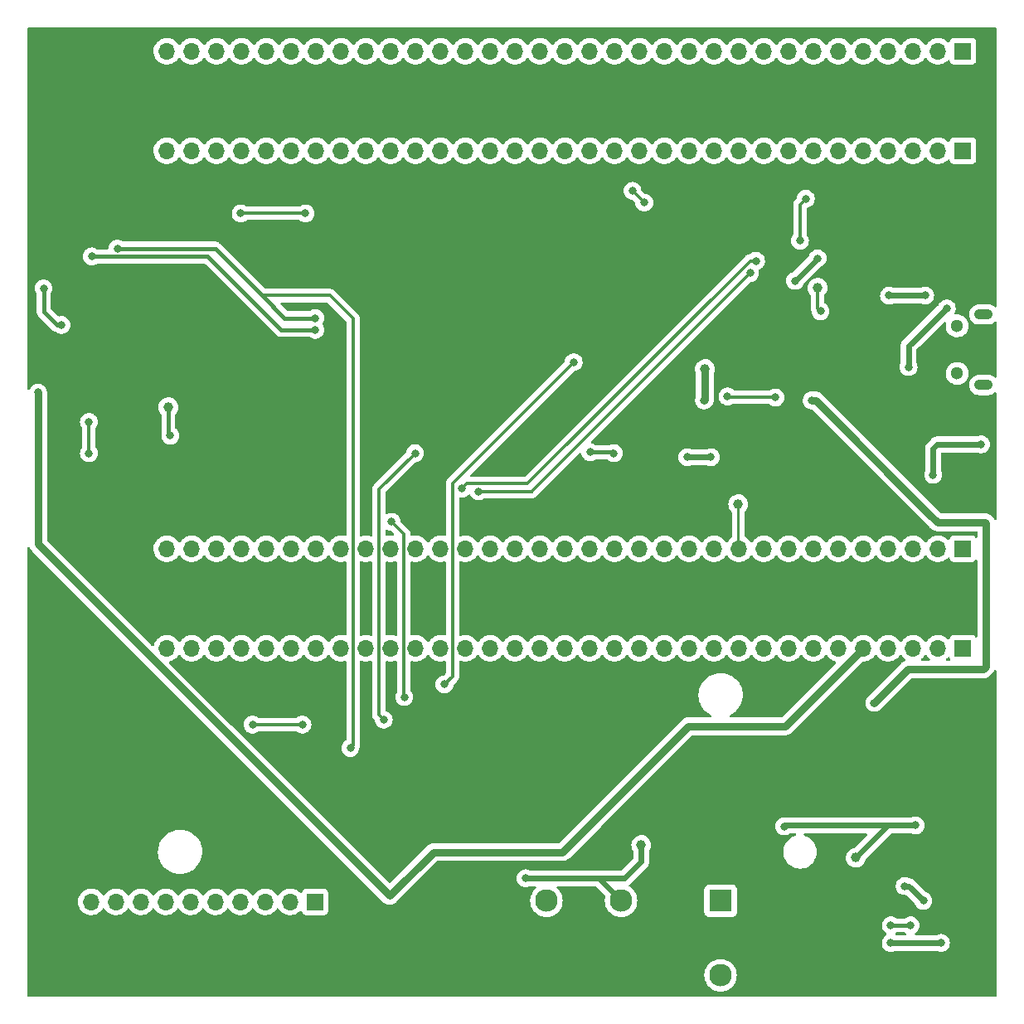
<source format=gbr>
%TF.GenerationSoftware,KiCad,Pcbnew,(6.0.2)*%
%TF.CreationDate,2022-03-20T19:15:29+02:00*%
%TF.ProjectId,main,6d61696e-2e6b-4696-9361-645f70636258,rev?*%
%TF.SameCoordinates,Original*%
%TF.FileFunction,Copper,L2,Bot*%
%TF.FilePolarity,Positive*%
%FSLAX46Y46*%
G04 Gerber Fmt 4.6, Leading zero omitted, Abs format (unit mm)*
G04 Created by KiCad (PCBNEW (6.0.2)) date 2022-03-20 19:15:29*
%MOMM*%
%LPD*%
G01*
G04 APERTURE LIST*
%TA.AperFunction,ComponentPad*%
%ADD10C,1.300000*%
%TD*%
%TA.AperFunction,ComponentPad*%
%ADD11O,1.900000X1.070000*%
%TD*%
%TA.AperFunction,ComponentPad*%
%ADD12R,1.700000X1.700000*%
%TD*%
%TA.AperFunction,ComponentPad*%
%ADD13O,1.700000X1.700000*%
%TD*%
%TA.AperFunction,ComponentPad*%
%ADD14R,2.300000X2.300000*%
%TD*%
%TA.AperFunction,ComponentPad*%
%ADD15C,2.300000*%
%TD*%
%TA.AperFunction,SMDPad,CuDef*%
%ADD16C,1.000000*%
%TD*%
%TA.AperFunction,ViaPad*%
%ADD17C,0.800000*%
%TD*%
%TA.AperFunction,Conductor*%
%ADD18C,0.400000*%
%TD*%
%TA.AperFunction,Conductor*%
%ADD19C,0.600000*%
%TD*%
%TA.AperFunction,Conductor*%
%ADD20C,0.350000*%
%TD*%
%TA.AperFunction,Conductor*%
%ADD21C,0.250000*%
%TD*%
%TA.AperFunction,Conductor*%
%ADD22C,0.800000*%
%TD*%
G04 APERTURE END LIST*
D10*
%TO.P,U4,6*%
%TO.N,GND*%
X179750000Y-94095000D03*
D11*
X182450000Y-100120000D03*
D10*
X179750000Y-98945000D03*
D11*
X182450000Y-92920000D03*
%TD*%
D12*
%TO.P,J3,1,Pin_1*%
%TO.N,/+3V0*%
X180340000Y-76200000D03*
D13*
%TO.P,J3,2,Pin_2*%
%TO.N,GND*%
X177800000Y-76200000D03*
%TO.P,J3,3,Pin_3*%
%TO.N,/VBAT*%
X175260000Y-76200000D03*
%TO.P,J3,4,Pin_4*%
%TO.N,/PC13*%
X172720000Y-76200000D03*
%TO.P,J3,5,Pin_5*%
%TO.N,/PC14*%
X170180000Y-76200000D03*
%TO.P,J3,6,Pin_6*%
%TO.N,/PC15*%
X167640000Y-76200000D03*
%TO.P,J3,7,Pin_7*%
%TO.N,/PF0*%
X165100000Y-76200000D03*
%TO.P,J3,8,Pin_8*%
%TO.N,/PF1*%
X162560000Y-76200000D03*
%TO.P,J3,9,Pin_9*%
%TO.N,GND*%
X160020000Y-76200000D03*
%TO.P,J3,10,Pin_10*%
%TO.N,/NRST*%
X157480000Y-76200000D03*
%TO.P,J3,11,Pin_11*%
%TO.N,/PC0*%
X154940000Y-76200000D03*
%TO.P,J3,12,Pin_12*%
%TO.N,/PC1*%
X152400000Y-76200000D03*
%TO.P,J3,13,Pin_13*%
%TO.N,/PC2*%
X149860000Y-76200000D03*
%TO.P,J3,14,Pin_14*%
%TO.N,/PC3*%
X147320000Y-76200000D03*
%TO.P,J3,15,Pin_15*%
%TO.N,/PA0*%
X144780000Y-76200000D03*
%TO.P,J3,16,Pin_16*%
%TO.N,/PA1*%
X142240000Y-76200000D03*
%TO.P,J3,17,Pin_17*%
%TO.N,/PA2*%
X139700000Y-76200000D03*
%TO.P,J3,18,Pin_18*%
%TO.N,/PA3*%
X137160000Y-76200000D03*
%TO.P,J3,19,Pin_19*%
%TO.N,/PF4*%
X134620000Y-76200000D03*
%TO.P,J3,20,Pin_20*%
%TO.N,/PF5*%
X132080000Y-76200000D03*
%TO.P,J3,21,Pin_21*%
%TO.N,/PA4*%
X129540000Y-76200000D03*
%TO.P,J3,22,Pin_22*%
%TO.N,/PA5*%
X127000000Y-76200000D03*
%TO.P,J3,23,Pin_23*%
%TO.N,/PA6*%
X124460000Y-76200000D03*
%TO.P,J3,24,Pin_24*%
%TO.N,/PA7*%
X121920000Y-76200000D03*
%TO.P,J3,25,Pin_25*%
%TO.N,/PC4*%
X119380000Y-76200000D03*
%TO.P,J3,26,Pin_26*%
%TO.N,/PC5*%
X116840000Y-76200000D03*
%TO.P,J3,27,Pin_27*%
%TO.N,/PB0*%
X114300000Y-76200000D03*
%TO.P,J3,28,Pin_28*%
%TO.N,/PB1*%
X111760000Y-76200000D03*
%TO.P,J3,29,Pin_29*%
%TO.N,/PB2*%
X109220000Y-76200000D03*
%TO.P,J3,30,Pin_30*%
%TO.N,/PB10*%
X106680000Y-76200000D03*
%TO.P,J3,31,Pin_31*%
%TO.N,/PB11*%
X104140000Y-76200000D03*
%TO.P,J3,32,Pin_32*%
%TO.N,/PB12*%
X101600000Y-76200000D03*
%TO.P,J3,33,Pin_33*%
%TO.N,GND*%
X99060000Y-76200000D03*
%TD*%
D14*
%TO.P,K1,1*%
%TO.N,Net-(D6-Pad1)*%
X155600000Y-152800000D03*
D15*
%TO.P,K1,2*%
%TO.N,/Power/Relay_OUT*%
X145440000Y-152800000D03*
%TO.P,K1,3*%
%TO.N,/Power/+5V (REVERSE PROTECTED)*%
X137820000Y-152800000D03*
%TO.P,K1,5*%
%TO.N,/Power/Battery +*%
X155600000Y-160420000D03*
%TD*%
D12*
%TO.P,J2,1,Pin_1*%
%TO.N,/+3V0*%
X180340000Y-66040000D03*
D13*
%TO.P,J2,2,Pin_2*%
%TO.N,GND*%
X177800000Y-66040000D03*
%TO.P,J2,3,Pin_3*%
%TO.N,/VBAT*%
X175260000Y-66040000D03*
%TO.P,J2,4,Pin_4*%
%TO.N,/PC13*%
X172720000Y-66040000D03*
%TO.P,J2,5,Pin_5*%
%TO.N,/PC14*%
X170180000Y-66040000D03*
%TO.P,J2,6,Pin_6*%
%TO.N,/PC15*%
X167640000Y-66040000D03*
%TO.P,J2,7,Pin_7*%
%TO.N,/PF0*%
X165100000Y-66040000D03*
%TO.P,J2,8,Pin_8*%
%TO.N,/PF1*%
X162560000Y-66040000D03*
%TO.P,J2,9,Pin_9*%
%TO.N,GND*%
X160020000Y-66040000D03*
%TO.P,J2,10,Pin_10*%
%TO.N,/NRST*%
X157480000Y-66040000D03*
%TO.P,J2,11,Pin_11*%
%TO.N,/PC0*%
X154940000Y-66040000D03*
%TO.P,J2,12,Pin_12*%
%TO.N,/PC1*%
X152400000Y-66040000D03*
%TO.P,J2,13,Pin_13*%
%TO.N,/PC2*%
X149860000Y-66040000D03*
%TO.P,J2,14,Pin_14*%
%TO.N,/PC3*%
X147320000Y-66040000D03*
%TO.P,J2,15,Pin_15*%
%TO.N,/PA0*%
X144780000Y-66040000D03*
%TO.P,J2,16,Pin_16*%
%TO.N,/PA1*%
X142240000Y-66040000D03*
%TO.P,J2,17,Pin_17*%
%TO.N,/PA2*%
X139700000Y-66040000D03*
%TO.P,J2,18,Pin_18*%
%TO.N,/PA3*%
X137160000Y-66040000D03*
%TO.P,J2,19,Pin_19*%
%TO.N,/PF4*%
X134620000Y-66040000D03*
%TO.P,J2,20,Pin_20*%
%TO.N,/PF5*%
X132080000Y-66040000D03*
%TO.P,J2,21,Pin_21*%
%TO.N,/PA4*%
X129540000Y-66040000D03*
%TO.P,J2,22,Pin_22*%
%TO.N,/PA5*%
X127000000Y-66040000D03*
%TO.P,J2,23,Pin_23*%
%TO.N,/PA6*%
X124460000Y-66040000D03*
%TO.P,J2,24,Pin_24*%
%TO.N,/PA7*%
X121920000Y-66040000D03*
%TO.P,J2,25,Pin_25*%
%TO.N,/PC4*%
X119380000Y-66040000D03*
%TO.P,J2,26,Pin_26*%
%TO.N,/PC5*%
X116840000Y-66040000D03*
%TO.P,J2,27,Pin_27*%
%TO.N,/PB0*%
X114300000Y-66040000D03*
%TO.P,J2,28,Pin_28*%
%TO.N,/PB1*%
X111760000Y-66040000D03*
%TO.P,J2,29,Pin_29*%
%TO.N,/PB2*%
X109220000Y-66040000D03*
%TO.P,J2,30,Pin_30*%
%TO.N,/PB10*%
X106680000Y-66040000D03*
%TO.P,J2,31,Pin_31*%
%TO.N,/PB11*%
X104140000Y-66040000D03*
%TO.P,J2,32,Pin_32*%
%TO.N,/PB12*%
X101600000Y-66040000D03*
%TO.P,J2,33,Pin_33*%
%TO.N,GND*%
X99060000Y-66040000D03*
%TD*%
D12*
%TO.P,J5,1,Pin_1*%
%TO.N,/+5V*%
X180340000Y-127000000D03*
D13*
%TO.P,J5,2,Pin_2*%
%TO.N,GND*%
X177800000Y-127000000D03*
%TO.P,J5,3,Pin_3*%
%TO.N,/PB9*%
X175260000Y-127000000D03*
%TO.P,J5,4,Pin_4*%
%TO.N,/PB8*%
X172720000Y-127000000D03*
%TO.P,J5,5,Pin_5*%
%TO.N,VDD*%
X170180000Y-127000000D03*
%TO.P,J5,6,Pin_6*%
%TO.N,/BOOT*%
X167640000Y-127000000D03*
%TO.P,J5,7,Pin_7*%
%TO.N,/PB7*%
X165100000Y-127000000D03*
%TO.P,J5,8,Pin_8*%
%TO.N,/PB6*%
X162560000Y-127000000D03*
%TO.P,J5,9,Pin_9*%
%TO.N,/PB5*%
X160020000Y-127000000D03*
%TO.P,J5,10,Pin_10*%
%TO.N,/PB4*%
X157480000Y-127000000D03*
%TO.P,J5,11,Pin_11*%
%TO.N,/PB3*%
X154940000Y-127000000D03*
%TO.P,J5,12,Pin_12*%
%TO.N,/PD2*%
X152400000Y-127000000D03*
%TO.P,J5,13,Pin_13*%
%TO.N,/PC12*%
X149860000Y-127000000D03*
%TO.P,J5,14,Pin_14*%
%TO.N,/PC11*%
X147320000Y-127000000D03*
%TO.P,J5,15,Pin_15*%
%TO.N,/PC10*%
X144780000Y-127000000D03*
%TO.P,J5,16,Pin_16*%
%TO.N,/PA15*%
X142240000Y-127000000D03*
%TO.P,J5,17,Pin_17*%
%TO.N,/PA14*%
X139700000Y-127000000D03*
%TO.P,J5,18,Pin_18*%
%TO.N,/PF7*%
X137160000Y-127000000D03*
%TO.P,J5,19,Pin_19*%
%TO.N,/PF6*%
X134620000Y-127000000D03*
%TO.P,J5,20,Pin_20*%
%TO.N,/PA13*%
X132080000Y-127000000D03*
%TO.P,J5,21,Pin_21*%
%TO.N,/PA12*%
X129540000Y-127000000D03*
%TO.P,J5,22,Pin_22*%
%TO.N,/PA11*%
X127000000Y-127000000D03*
%TO.P,J5,23,Pin_23*%
%TO.N,/PA10*%
X124460000Y-127000000D03*
%TO.P,J5,24,Pin_24*%
%TO.N,/PA9*%
X121920000Y-127000000D03*
%TO.P,J5,25,Pin_25*%
%TO.N,/PA8*%
X119380000Y-127000000D03*
%TO.P,J5,26,Pin_26*%
%TO.N,/PC9*%
X116840000Y-127000000D03*
%TO.P,J5,27,Pin_27*%
%TO.N,/PC8*%
X114300000Y-127000000D03*
%TO.P,J5,28,Pin_28*%
%TO.N,/PC7*%
X111760000Y-127000000D03*
%TO.P,J5,29,Pin_29*%
%TO.N,/PC6*%
X109220000Y-127000000D03*
%TO.P,J5,30,Pin_30*%
%TO.N,/PB15*%
X106680000Y-127000000D03*
%TO.P,J5,31,Pin_31*%
%TO.N,/PB14*%
X104140000Y-127000000D03*
%TO.P,J5,32,Pin_32*%
%TO.N,/PB13*%
X101600000Y-127000000D03*
%TO.P,J5,33,Pin_33*%
%TO.N,GND*%
X99060000Y-127000000D03*
%TD*%
D12*
%TO.P,J4,1,Pin_1*%
%TO.N,/+5V*%
X180340000Y-116840000D03*
D13*
%TO.P,J4,2,Pin_2*%
%TO.N,GND*%
X177800000Y-116840000D03*
%TO.P,J4,3,Pin_3*%
%TO.N,/PB9*%
X175260000Y-116840000D03*
%TO.P,J4,4,Pin_4*%
%TO.N,/PB8*%
X172720000Y-116840000D03*
%TO.P,J4,5,Pin_5*%
%TO.N,VDD*%
X170180000Y-116840000D03*
%TO.P,J4,6,Pin_6*%
%TO.N,/BOOT*%
X167640000Y-116840000D03*
%TO.P,J4,7,Pin_7*%
%TO.N,/PB7*%
X165100000Y-116840000D03*
%TO.P,J4,8,Pin_8*%
%TO.N,/PB6*%
X162560000Y-116840000D03*
%TO.P,J4,9,Pin_9*%
%TO.N,/PB5*%
X160020000Y-116840000D03*
%TO.P,J4,10,Pin_10*%
%TO.N,/PB4*%
X157480000Y-116840000D03*
%TO.P,J4,11,Pin_11*%
%TO.N,/PB3*%
X154940000Y-116840000D03*
%TO.P,J4,12,Pin_12*%
%TO.N,/PD2*%
X152400000Y-116840000D03*
%TO.P,J4,13,Pin_13*%
%TO.N,/PC12*%
X149860000Y-116840000D03*
%TO.P,J4,14,Pin_14*%
%TO.N,/PC11*%
X147320000Y-116840000D03*
%TO.P,J4,15,Pin_15*%
%TO.N,/PC10*%
X144780000Y-116840000D03*
%TO.P,J4,16,Pin_16*%
%TO.N,/PA15*%
X142240000Y-116840000D03*
%TO.P,J4,17,Pin_17*%
%TO.N,/PA14*%
X139700000Y-116840000D03*
%TO.P,J4,18,Pin_18*%
%TO.N,/PF7*%
X137160000Y-116840000D03*
%TO.P,J4,19,Pin_19*%
%TO.N,/PF6*%
X134620000Y-116840000D03*
%TO.P,J4,20,Pin_20*%
%TO.N,/PA13*%
X132080000Y-116840000D03*
%TO.P,J4,21,Pin_21*%
%TO.N,/PA12*%
X129540000Y-116840000D03*
%TO.P,J4,22,Pin_22*%
%TO.N,/PA11*%
X127000000Y-116840000D03*
%TO.P,J4,23,Pin_23*%
%TO.N,/PA10*%
X124460000Y-116840000D03*
%TO.P,J4,24,Pin_24*%
%TO.N,/PA9*%
X121920000Y-116840000D03*
%TO.P,J4,25,Pin_25*%
%TO.N,/PA8*%
X119380000Y-116840000D03*
%TO.P,J4,26,Pin_26*%
%TO.N,/PC9*%
X116840000Y-116840000D03*
%TO.P,J4,27,Pin_27*%
%TO.N,/PC8*%
X114300000Y-116840000D03*
%TO.P,J4,28,Pin_28*%
%TO.N,/PC7*%
X111760000Y-116840000D03*
%TO.P,J4,29,Pin_29*%
%TO.N,/PC6*%
X109220000Y-116840000D03*
%TO.P,J4,30,Pin_30*%
%TO.N,/PB15*%
X106680000Y-116840000D03*
%TO.P,J4,31,Pin_31*%
%TO.N,/PB14*%
X104140000Y-116840000D03*
%TO.P,J4,32,Pin_32*%
%TO.N,/PB13*%
X101600000Y-116840000D03*
%TO.P,J4,33,Pin_33*%
%TO.N,GND*%
X99060000Y-116840000D03*
%TD*%
D12*
%TO.P,J1,1,Pin_1*%
%TO.N,/microcontroller_interfacing/+5V*%
X114200000Y-152900000D03*
D13*
%TO.P,J1,2,Pin_2*%
%TO.N,/PB4*%
X111660000Y-152900000D03*
%TO.P,J1,3,Pin_3*%
%TO.N,/PB7*%
X109120000Y-152900000D03*
%TO.P,J1,4,Pin_4*%
%TO.N,/PB8*%
X106580000Y-152900000D03*
%TO.P,J1,5,Pin_5*%
%TO.N,unconnected-(J1-Pad5)*%
X104040000Y-152900000D03*
%TO.P,J1,6,Pin_6*%
%TO.N,unconnected-(J1-Pad6)*%
X101500000Y-152900000D03*
%TO.P,J1,7,Pin_7*%
%TO.N,/PA4*%
X98960000Y-152900000D03*
%TO.P,J1,8,Pin_8*%
%TO.N,/PA9*%
X96420000Y-152900000D03*
%TO.P,J1,9,Pin_9*%
%TO.N,/PA10*%
X93880000Y-152900000D03*
%TO.P,J1,10,Pin_10*%
%TO.N,GND*%
X91340000Y-152900000D03*
%TD*%
D16*
%TO.P,TP2,1,1*%
%TO.N,VDD*%
X154000000Y-98500000D03*
%TD*%
%TO.P,TP6,1,1*%
%TO.N,/PB4*%
X157400000Y-112300000D03*
%TD*%
%TO.P,TP1,1,1*%
%TO.N,/Power/+5V (REVERSE PROTECTED)*%
X169400000Y-148400000D03*
%TD*%
%TO.P,TP5,1,1*%
%TO.N,/Sensing/Temperature_Sensor/Vdd*%
X99200000Y-102400000D03*
%TD*%
%TO.P,TP3,1,1*%
%TO.N,/PA4*%
X165500000Y-90200000D03*
%TD*%
%TO.P,TP4,1,1*%
%TO.N,/Power/Relay_OUT*%
X147500000Y-147100000D03*
%TD*%
D17*
%TO.N,GND*%
X91100000Y-103900000D03*
X163200000Y-89500000D03*
X174800000Y-98300000D03*
X156300000Y-101300000D03*
X86471095Y-90267035D03*
X88300000Y-94000000D03*
X176500000Y-91000000D03*
X172800000Y-91000000D03*
X174400000Y-151300000D03*
X165500000Y-87200000D03*
X91100000Y-107100000D03*
X178700000Y-92300000D03*
X176300000Y-152800000D03*
X161200000Y-101400000D03*
%TO.N,/PA4*%
X127400000Y-130700000D03*
X140600000Y-97800000D03*
X165800000Y-92600000D03*
%TO.N,/PB0*%
X106600000Y-82600000D03*
X113200000Y-82600000D03*
%TO.N,/PB8*%
X117800000Y-137200000D03*
X142300000Y-107000000D03*
X94000000Y-86200000D03*
X154600000Y-107500000D03*
X114200000Y-93300000D03*
X144700000Y-107100000D03*
X152200000Y-107500000D03*
%TO.N,VDD*%
X153900000Y-101700000D03*
X85900000Y-100900000D03*
X121800000Y-152300000D03*
%TO.N,/PB7*%
X91400000Y-87000000D03*
X114200000Y-94500000D03*
X124400000Y-107100000D03*
X121200000Y-134300000D03*
%TO.N,/PB4*%
X123300000Y-132000000D03*
X122000000Y-114100000D03*
%TO.N,/PA10*%
X112900000Y-134800000D03*
X107800000Y-134800000D03*
X158600000Y-88700000D03*
X130900000Y-111000000D03*
%TO.N,/PA9*%
X159218706Y-87450500D03*
X129200000Y-110700000D03*
%TO.N,/Power/Battery +*%
X171297600Y-132588000D03*
X164900000Y-101700000D03*
%TO.N,/Power/+5V (REVERSE PROTECTED)*%
X175500000Y-145100000D03*
X162100000Y-145200000D03*
%TO.N,/Power/+5V (INPUT PROTECTED)*%
X182200000Y-106200000D03*
X177300000Y-109300000D03*
%TO.N,Net-(D5-Pad1)*%
X172975500Y-155300000D03*
X175000000Y-155300000D03*
%TO.N,/Power/Relay_OUT*%
X135700000Y-150500000D03*
%TO.N,/Sensing/Temperature_Sensor/Vdd*%
X99400000Y-105300000D03*
%TO.N,Net-(C8-Pad1)*%
X146600000Y-80300000D03*
X147800000Y-81500000D03*
%TO.N,Net-(JP7-Pad2)*%
X163700000Y-85400000D03*
X164300000Y-81100000D03*
%TO.N,Net-(Q2-Pad2)*%
X172975500Y-157100000D03*
X178100000Y-157100000D03*
%TD*%
D18*
%TO.N,GND*%
X87853200Y-94000000D02*
X88300000Y-94000000D01*
D19*
X174800000Y-96100000D02*
X174800000Y-98300000D01*
X174800000Y-151300000D02*
X176300000Y-152800000D01*
X163200000Y-89500000D02*
X165500000Y-87200000D01*
X172800000Y-91000000D02*
X176500000Y-91000000D01*
X178700000Y-92300000D02*
X174800000Y-96100000D01*
D18*
X86471095Y-92617895D02*
X87853200Y-94000000D01*
D20*
X156400000Y-101400000D02*
X156300000Y-101300000D01*
X161200000Y-101400000D02*
X156400000Y-101400000D01*
D19*
X174800000Y-151300000D02*
X174400000Y-151300000D01*
D20*
X91100000Y-107100000D02*
X91100000Y-103900000D01*
D18*
X86471095Y-90267035D02*
X86471095Y-92617895D01*
D20*
%TO.N,/PA4*%
X128224511Y-110175489D02*
X140600000Y-97800000D01*
X127400000Y-130700000D02*
X128224511Y-129875489D01*
X165500000Y-92300000D02*
X165500000Y-90200000D01*
X128224511Y-129875489D02*
X128224511Y-110175489D01*
X165800000Y-92600000D02*
X165500000Y-92300000D01*
%TO.N,/PB0*%
X106600000Y-82600000D02*
X113200000Y-82600000D01*
D18*
%TO.N,/PB8*%
X111100000Y-93300000D02*
X114200000Y-93300000D01*
X94000000Y-86200000D02*
X103900000Y-86200000D01*
D21*
X103900000Y-86200000D02*
X104000000Y-86200000D01*
D18*
X142300000Y-107000000D02*
X144600000Y-107000000D01*
D19*
X144600000Y-107000000D02*
X144700000Y-107100000D01*
D20*
X117800000Y-137200000D02*
X118064511Y-136935489D01*
D18*
X104000000Y-86200000D02*
X108800000Y-91000000D01*
D20*
X118064511Y-136935489D02*
X118064511Y-93364511D01*
D19*
X154600000Y-107500000D02*
X152200000Y-107500000D01*
D20*
X118064511Y-93364511D02*
X115700000Y-91000000D01*
X115700000Y-91000000D02*
X108800000Y-91000000D01*
D18*
X108800000Y-91000000D02*
X111100000Y-93300000D01*
D22*
%TO.N,VDD*%
X85900000Y-116400000D02*
X85900000Y-100900000D01*
X162204400Y-134975600D02*
X170180000Y-127000000D01*
X121800000Y-152300000D02*
X126272000Y-147828000D01*
X154000000Y-101600000D02*
X154000000Y-98500000D01*
X121800000Y-152300000D02*
X85900000Y-116400000D01*
X153900000Y-101700000D02*
X154000000Y-101600000D01*
X139446000Y-147828000D02*
X152298400Y-134975600D01*
X126272000Y-147828000D02*
X139446000Y-147828000D01*
X152298400Y-134975600D02*
X162204400Y-134975600D01*
D18*
%TO.N,/PB7*%
X103200000Y-87000000D02*
X91400000Y-87000000D01*
D20*
X120695489Y-110804511D02*
X124400000Y-107100000D01*
D18*
X110700000Y-94500000D02*
X106000000Y-89800000D01*
X106000000Y-89800000D02*
X103200000Y-87000000D01*
D20*
X120695489Y-133795489D02*
X120695489Y-110804511D01*
X121200000Y-134300000D02*
X120695489Y-133795489D01*
D18*
X111100000Y-94500000D02*
X110700000Y-94500000D01*
X114200000Y-94500000D02*
X111100000Y-94500000D01*
D21*
%TO.N,/PB4*%
X157400000Y-112300000D02*
X157400000Y-116760000D01*
D20*
X123235489Y-115335489D02*
X122000000Y-114100000D01*
X123300000Y-132000000D02*
X123235489Y-131935489D01*
X123235489Y-131935489D02*
X123235489Y-115335489D01*
D21*
X157400000Y-116760000D02*
X157480000Y-116840000D01*
D20*
%TO.N,/PA10*%
X136300000Y-111000000D02*
X130900000Y-111000000D01*
X107800000Y-134800000D02*
X112900000Y-134800000D01*
X158600000Y-88700000D02*
X136400000Y-110900000D01*
D21*
X136400000Y-110900000D02*
X136300000Y-111000000D01*
D20*
%TO.N,/PA9*%
X135875200Y-110200000D02*
X129700000Y-110200000D01*
X158624700Y-87450500D02*
X135875200Y-110200000D01*
X129700000Y-110200000D02*
X129200000Y-110700000D01*
X159218706Y-87450500D02*
X158624700Y-87450500D01*
D22*
%TO.N,/Power/Battery +*%
X174701200Y-129184400D02*
X171297600Y-132588000D01*
X182727600Y-114249200D02*
X182727600Y-128879600D01*
X182727600Y-128879600D02*
X182422800Y-129184400D01*
X182626000Y-114147600D02*
X182727600Y-114249200D01*
X176885600Y-113284000D02*
X177749200Y-114147600D01*
X182422800Y-129184400D02*
X181305200Y-129184400D01*
X177749200Y-114147600D02*
X182626000Y-114147600D01*
X164900000Y-101700000D02*
X165301600Y-101700000D01*
X165301600Y-101700000D02*
X176885600Y-113284000D01*
X181305200Y-129184400D02*
X174701200Y-129184400D01*
D19*
%TO.N,/Power/+5V (REVERSE PROTECTED)*%
X169400000Y-148400000D02*
X172700000Y-145100000D01*
X173400000Y-145100000D02*
X162200000Y-145100000D01*
X175500000Y-145100000D02*
X173400000Y-145100000D01*
X162200000Y-145100000D02*
X162100000Y-145200000D01*
D21*
X172700000Y-145100000D02*
X173400000Y-145100000D01*
D19*
%TO.N,/Power/+5V (INPUT PROTECTED)*%
X177700000Y-106200000D02*
X182200000Y-106200000D01*
X177300000Y-106600000D02*
X177700000Y-106200000D01*
X177300000Y-109300000D02*
X177300000Y-106600000D01*
D18*
%TO.N,Net-(D5-Pad1)*%
X175000000Y-155300000D02*
X172975500Y-155300000D01*
D19*
%TO.N,/Power/Relay_OUT*%
X147500000Y-148800000D02*
X147500000Y-147100000D01*
X145440000Y-152800000D02*
X143140000Y-150500000D01*
X143140000Y-150500000D02*
X135700000Y-150500000D01*
X145800000Y-150500000D02*
X147500000Y-148800000D01*
X143140000Y-150500000D02*
X145800000Y-150500000D01*
D21*
%TO.N,/Sensing/Temperature_Sensor/Vdd*%
X99400000Y-105300000D02*
X99200000Y-105100000D01*
D18*
X99200000Y-105100000D02*
X99200000Y-102400000D01*
D20*
%TO.N,Net-(C8-Pad1)*%
X146600000Y-80300000D02*
X147800000Y-81500000D01*
%TO.N,Net-(JP7-Pad2)*%
X163700000Y-81700000D02*
X163700000Y-85400000D01*
X164300000Y-81100000D02*
X163700000Y-81700000D01*
D19*
%TO.N,Net-(Q2-Pad2)*%
X178100000Y-157100000D02*
X172975500Y-157100000D01*
%TD*%
%TA.AperFunction,NonConductor*%
G36*
X121556235Y-114896900D02*
G01*
X121717712Y-114968794D01*
X121904513Y-115008500D01*
X121904446Y-115008816D01*
X121966781Y-115034463D01*
X121977049Y-115043665D01*
X122212599Y-115279215D01*
X122246625Y-115341527D01*
X122241560Y-115412342D01*
X122199013Y-115469178D01*
X122132493Y-115493989D01*
X122101410Y-115492357D01*
X122048284Y-115482894D01*
X121974452Y-115481992D01*
X121830081Y-115480228D01*
X121830079Y-115480228D01*
X121824911Y-115480165D01*
X121604091Y-115513955D01*
X121558419Y-115528883D01*
X121544134Y-115533552D01*
X121473170Y-115535703D01*
X121412308Y-115499147D01*
X121380872Y-115435490D01*
X121378989Y-115413787D01*
X121378989Y-115012008D01*
X121398991Y-114943887D01*
X121452647Y-114897394D01*
X121522921Y-114887290D01*
X121556235Y-114896900D01*
G37*
%TD.AperFunction*%
%TA.AperFunction,NonConductor*%
G36*
X118918955Y-118118199D02*
G01*
X118999692Y-118149030D01*
X119004760Y-118150061D01*
X119004763Y-118150062D01*
X119091900Y-118167790D01*
X119218597Y-118193567D01*
X119223772Y-118193757D01*
X119223774Y-118193757D01*
X119436673Y-118201564D01*
X119436677Y-118201564D01*
X119441837Y-118201753D01*
X119446957Y-118201097D01*
X119446959Y-118201097D01*
X119658288Y-118174025D01*
X119658289Y-118174025D01*
X119663416Y-118173368D01*
X119668373Y-118171881D01*
X119668377Y-118171880D01*
X119849781Y-118117456D01*
X119920776Y-118117038D01*
X119980727Y-118155071D01*
X120010599Y-118219477D01*
X120011989Y-118238141D01*
X120011989Y-125604273D01*
X119991987Y-125672394D01*
X119938331Y-125718887D01*
X119868057Y-125728991D01*
X119843930Y-125723046D01*
X119733091Y-125683796D01*
X119733080Y-125683793D01*
X119728212Y-125682069D01*
X119723119Y-125681162D01*
X119723116Y-125681161D01*
X119513373Y-125643800D01*
X119513367Y-125643799D01*
X119508284Y-125642894D01*
X119434452Y-125641992D01*
X119290081Y-125640228D01*
X119290079Y-125640228D01*
X119284911Y-125640165D01*
X119064091Y-125673955D01*
X118986288Y-125699385D01*
X118913156Y-125723288D01*
X118842192Y-125725439D01*
X118781330Y-125688883D01*
X118749894Y-125625225D01*
X118748011Y-125603523D01*
X118748011Y-118235911D01*
X118768013Y-118167790D01*
X118821669Y-118121297D01*
X118891943Y-118111193D01*
X118918955Y-118118199D01*
G37*
%TD.AperFunction*%
%TA.AperFunction,NonConductor*%
G36*
X122520727Y-118155071D02*
G01*
X122550599Y-118219477D01*
X122551989Y-118238141D01*
X122551989Y-125604273D01*
X122531987Y-125672394D01*
X122478331Y-125718887D01*
X122408057Y-125728991D01*
X122383930Y-125723046D01*
X122273091Y-125683796D01*
X122273080Y-125683793D01*
X122268212Y-125682069D01*
X122263119Y-125681162D01*
X122263116Y-125681161D01*
X122053373Y-125643800D01*
X122053367Y-125643799D01*
X122048284Y-125642894D01*
X121974452Y-125641992D01*
X121830081Y-125640228D01*
X121830079Y-125640228D01*
X121824911Y-125640165D01*
X121604091Y-125673955D01*
X121558419Y-125688883D01*
X121544134Y-125693552D01*
X121473170Y-125695703D01*
X121412308Y-125659147D01*
X121380872Y-125595490D01*
X121378989Y-125573787D01*
X121378989Y-118269716D01*
X121398991Y-118201595D01*
X121452647Y-118155102D01*
X121522921Y-118144998D01*
X121537233Y-118148091D01*
X121539692Y-118149030D01*
X121544758Y-118150061D01*
X121544759Y-118150061D01*
X121601565Y-118161618D01*
X121758597Y-118193567D01*
X121763772Y-118193757D01*
X121763774Y-118193757D01*
X121976673Y-118201564D01*
X121976677Y-118201564D01*
X121981837Y-118201753D01*
X121986957Y-118201097D01*
X121986959Y-118201097D01*
X122198288Y-118174025D01*
X122198289Y-118174025D01*
X122203416Y-118173368D01*
X122208373Y-118171881D01*
X122208377Y-118171880D01*
X122389781Y-118117456D01*
X122460776Y-118117038D01*
X122520727Y-118155071D01*
G37*
%TD.AperFunction*%
%TA.AperFunction,NonConductor*%
G36*
X125812026Y-117515144D02*
G01*
X125839875Y-117546994D01*
X125899987Y-117645088D01*
X126046250Y-117813938D01*
X126218126Y-117956632D01*
X126411000Y-118069338D01*
X126619692Y-118149030D01*
X126624760Y-118150061D01*
X126624763Y-118150062D01*
X126711900Y-118167790D01*
X126838597Y-118193567D01*
X126843772Y-118193757D01*
X126843774Y-118193757D01*
X127056673Y-118201564D01*
X127056677Y-118201564D01*
X127061837Y-118201753D01*
X127066957Y-118201097D01*
X127066959Y-118201097D01*
X127278288Y-118174025D01*
X127278289Y-118174025D01*
X127283416Y-118173368D01*
X127288373Y-118171881D01*
X127288377Y-118171880D01*
X127378803Y-118144751D01*
X127449798Y-118144333D01*
X127509749Y-118182365D01*
X127539621Y-118246772D01*
X127541011Y-118265436D01*
X127541011Y-125572057D01*
X127521009Y-125640178D01*
X127467353Y-125686671D01*
X127397079Y-125696775D01*
X127372956Y-125690831D01*
X127348212Y-125682069D01*
X127343123Y-125681162D01*
X127343121Y-125681162D01*
X127133373Y-125643800D01*
X127133367Y-125643799D01*
X127128284Y-125642894D01*
X127054452Y-125641992D01*
X126910081Y-125640228D01*
X126910079Y-125640228D01*
X126904911Y-125640165D01*
X126684091Y-125673955D01*
X126471756Y-125743357D01*
X126441443Y-125759137D01*
X126288424Y-125838794D01*
X126273607Y-125846507D01*
X126269474Y-125849610D01*
X126269471Y-125849612D01*
X126099100Y-125977530D01*
X126094965Y-125980635D01*
X126055525Y-126021907D01*
X126001280Y-126078671D01*
X125940629Y-126142138D01*
X125833201Y-126299621D01*
X125778293Y-126344621D01*
X125707768Y-126352792D01*
X125644021Y-126321538D01*
X125623324Y-126297054D01*
X125542822Y-126172617D01*
X125542820Y-126172614D01*
X125540014Y-126168277D01*
X125389670Y-126003051D01*
X125385619Y-125999852D01*
X125385615Y-125999848D01*
X125218414Y-125867800D01*
X125218410Y-125867798D01*
X125214359Y-125864598D01*
X125203228Y-125858453D01*
X125154130Y-125831350D01*
X125018789Y-125756638D01*
X125013920Y-125754914D01*
X125013916Y-125754912D01*
X124813087Y-125683795D01*
X124813083Y-125683794D01*
X124808212Y-125682069D01*
X124803119Y-125681162D01*
X124803116Y-125681161D01*
X124593373Y-125643800D01*
X124593367Y-125643799D01*
X124588284Y-125642894D01*
X124514452Y-125641992D01*
X124370081Y-125640228D01*
X124370079Y-125640228D01*
X124364911Y-125640165D01*
X124144091Y-125673955D01*
X124098419Y-125688883D01*
X124084134Y-125693552D01*
X124013170Y-125695703D01*
X123952308Y-125659147D01*
X123920872Y-125595490D01*
X123918989Y-125573787D01*
X123918989Y-118269716D01*
X123938991Y-118201595D01*
X123992647Y-118155102D01*
X124062921Y-118144998D01*
X124077233Y-118148091D01*
X124079692Y-118149030D01*
X124084758Y-118150061D01*
X124084759Y-118150061D01*
X124141565Y-118161618D01*
X124298597Y-118193567D01*
X124303772Y-118193757D01*
X124303774Y-118193757D01*
X124516673Y-118201564D01*
X124516677Y-118201564D01*
X124521837Y-118201753D01*
X124526957Y-118201097D01*
X124526959Y-118201097D01*
X124738288Y-118174025D01*
X124738289Y-118174025D01*
X124743416Y-118173368D01*
X124748376Y-118171880D01*
X124952429Y-118110661D01*
X124952434Y-118110659D01*
X124957384Y-118109174D01*
X125157994Y-118010896D01*
X125339860Y-117881173D01*
X125498096Y-117723489D01*
X125557594Y-117640689D01*
X125628453Y-117542077D01*
X125629776Y-117543028D01*
X125676645Y-117499857D01*
X125746580Y-117487625D01*
X125812026Y-117515144D01*
G37*
%TD.AperFunction*%
%TA.AperFunction,NonConductor*%
G36*
X176612026Y-117515144D02*
G01*
X176639875Y-117546994D01*
X176699987Y-117645088D01*
X176846250Y-117813938D01*
X177018126Y-117956632D01*
X177211000Y-118069338D01*
X177419692Y-118149030D01*
X177424760Y-118150061D01*
X177424763Y-118150062D01*
X177511900Y-118167790D01*
X177638597Y-118193567D01*
X177643772Y-118193757D01*
X177643774Y-118193757D01*
X177856673Y-118201564D01*
X177856677Y-118201564D01*
X177861837Y-118201753D01*
X177866957Y-118201097D01*
X177866959Y-118201097D01*
X178078288Y-118174025D01*
X178078289Y-118174025D01*
X178083416Y-118173368D01*
X178088376Y-118171880D01*
X178292429Y-118110661D01*
X178292434Y-118110659D01*
X178297384Y-118109174D01*
X178497994Y-118010896D01*
X178679860Y-117881173D01*
X178788091Y-117773319D01*
X178850462Y-117739404D01*
X178921268Y-117744592D01*
X178978030Y-117787238D01*
X178995012Y-117818341D01*
X179039385Y-117936705D01*
X179126739Y-118053261D01*
X179243295Y-118140615D01*
X179379684Y-118191745D01*
X179441866Y-118198500D01*
X181238134Y-118198500D01*
X181300316Y-118191745D01*
X181436705Y-118140615D01*
X181553261Y-118053261D01*
X181592274Y-118001206D01*
X181649133Y-117958691D01*
X181719952Y-117953665D01*
X181782245Y-117987725D01*
X181816235Y-118050056D01*
X181819100Y-118076771D01*
X181819100Y-125763229D01*
X181799098Y-125831350D01*
X181745442Y-125877843D01*
X181675168Y-125887947D01*
X181610588Y-125858453D01*
X181592274Y-125838794D01*
X181558642Y-125793919D01*
X181553261Y-125786739D01*
X181436705Y-125699385D01*
X181300316Y-125648255D01*
X181238134Y-125641500D01*
X179441866Y-125641500D01*
X179379684Y-125648255D01*
X179243295Y-125699385D01*
X179126739Y-125786739D01*
X179039385Y-125903295D01*
X179036233Y-125911703D01*
X178994919Y-126021907D01*
X178952277Y-126078671D01*
X178885716Y-126103371D01*
X178816367Y-126088163D01*
X178783743Y-126062476D01*
X178733151Y-126006875D01*
X178733142Y-126006866D01*
X178729670Y-126003051D01*
X178725619Y-125999852D01*
X178725615Y-125999848D01*
X178558414Y-125867800D01*
X178558410Y-125867798D01*
X178554359Y-125864598D01*
X178543228Y-125858453D01*
X178494130Y-125831350D01*
X178358789Y-125756638D01*
X178353920Y-125754914D01*
X178353916Y-125754912D01*
X178153087Y-125683795D01*
X178153083Y-125683794D01*
X178148212Y-125682069D01*
X178143119Y-125681162D01*
X178143116Y-125681161D01*
X177933373Y-125643800D01*
X177933367Y-125643799D01*
X177928284Y-125642894D01*
X177854452Y-125641992D01*
X177710081Y-125640228D01*
X177710079Y-125640228D01*
X177704911Y-125640165D01*
X177484091Y-125673955D01*
X177271756Y-125743357D01*
X177241443Y-125759137D01*
X177088424Y-125838794D01*
X177073607Y-125846507D01*
X177069474Y-125849610D01*
X177069471Y-125849612D01*
X176899100Y-125977530D01*
X176894965Y-125980635D01*
X176855525Y-126021907D01*
X176801280Y-126078671D01*
X176740629Y-126142138D01*
X176633201Y-126299621D01*
X176578293Y-126344621D01*
X176507768Y-126352792D01*
X176444021Y-126321538D01*
X176423324Y-126297054D01*
X176342822Y-126172617D01*
X176342820Y-126172614D01*
X176340014Y-126168277D01*
X176189670Y-126003051D01*
X176185619Y-125999852D01*
X176185615Y-125999848D01*
X176018414Y-125867800D01*
X176018410Y-125867798D01*
X176014359Y-125864598D01*
X176003228Y-125858453D01*
X175954130Y-125831350D01*
X175818789Y-125756638D01*
X175813920Y-125754914D01*
X175813916Y-125754912D01*
X175613087Y-125683795D01*
X175613083Y-125683794D01*
X175608212Y-125682069D01*
X175603119Y-125681162D01*
X175603116Y-125681161D01*
X175393373Y-125643800D01*
X175393367Y-125643799D01*
X175388284Y-125642894D01*
X175314452Y-125641992D01*
X175170081Y-125640228D01*
X175170079Y-125640228D01*
X175164911Y-125640165D01*
X174944091Y-125673955D01*
X174731756Y-125743357D01*
X174701443Y-125759137D01*
X174548424Y-125838794D01*
X174533607Y-125846507D01*
X174529474Y-125849610D01*
X174529471Y-125849612D01*
X174359100Y-125977530D01*
X174354965Y-125980635D01*
X174315525Y-126021907D01*
X174261280Y-126078671D01*
X174200629Y-126142138D01*
X174093201Y-126299621D01*
X174038293Y-126344621D01*
X173967768Y-126352792D01*
X173904021Y-126321538D01*
X173883324Y-126297054D01*
X173802822Y-126172617D01*
X173802820Y-126172614D01*
X173800014Y-126168277D01*
X173649670Y-126003051D01*
X173645619Y-125999852D01*
X173645615Y-125999848D01*
X173478414Y-125867800D01*
X173478410Y-125867798D01*
X173474359Y-125864598D01*
X173463228Y-125858453D01*
X173414130Y-125831350D01*
X173278789Y-125756638D01*
X173273920Y-125754914D01*
X173273916Y-125754912D01*
X173073087Y-125683795D01*
X173073083Y-125683794D01*
X173068212Y-125682069D01*
X173063119Y-125681162D01*
X173063116Y-125681161D01*
X172853373Y-125643800D01*
X172853367Y-125643799D01*
X172848284Y-125642894D01*
X172774452Y-125641992D01*
X172630081Y-125640228D01*
X172630079Y-125640228D01*
X172624911Y-125640165D01*
X172404091Y-125673955D01*
X172191756Y-125743357D01*
X172161443Y-125759137D01*
X172008424Y-125838794D01*
X171993607Y-125846507D01*
X171989474Y-125849610D01*
X171989471Y-125849612D01*
X171819100Y-125977530D01*
X171814965Y-125980635D01*
X171775525Y-126021907D01*
X171721280Y-126078671D01*
X171660629Y-126142138D01*
X171553201Y-126299621D01*
X171498293Y-126344621D01*
X171427768Y-126352792D01*
X171364021Y-126321538D01*
X171343324Y-126297054D01*
X171262822Y-126172617D01*
X171262820Y-126172614D01*
X171260014Y-126168277D01*
X171109670Y-126003051D01*
X171105619Y-125999852D01*
X171105615Y-125999848D01*
X170938414Y-125867800D01*
X170938410Y-125867798D01*
X170934359Y-125864598D01*
X170923228Y-125858453D01*
X170874130Y-125831350D01*
X170738789Y-125756638D01*
X170733920Y-125754914D01*
X170733916Y-125754912D01*
X170533087Y-125683795D01*
X170533083Y-125683794D01*
X170528212Y-125682069D01*
X170523119Y-125681162D01*
X170523116Y-125681161D01*
X170313373Y-125643800D01*
X170313367Y-125643799D01*
X170308284Y-125642894D01*
X170234452Y-125641992D01*
X170090081Y-125640228D01*
X170090079Y-125640228D01*
X170084911Y-125640165D01*
X169864091Y-125673955D01*
X169651756Y-125743357D01*
X169621443Y-125759137D01*
X169468424Y-125838794D01*
X169453607Y-125846507D01*
X169449474Y-125849610D01*
X169449471Y-125849612D01*
X169279100Y-125977530D01*
X169274965Y-125980635D01*
X169235525Y-126021907D01*
X169181280Y-126078671D01*
X169120629Y-126142138D01*
X169013201Y-126299621D01*
X168958293Y-126344621D01*
X168887768Y-126352792D01*
X168824021Y-126321538D01*
X168803324Y-126297054D01*
X168722822Y-126172617D01*
X168722820Y-126172614D01*
X168720014Y-126168277D01*
X168569670Y-126003051D01*
X168565619Y-125999852D01*
X168565615Y-125999848D01*
X168398414Y-125867800D01*
X168398410Y-125867798D01*
X168394359Y-125864598D01*
X168383228Y-125858453D01*
X168334130Y-125831350D01*
X168198789Y-125756638D01*
X168193920Y-125754914D01*
X168193916Y-125754912D01*
X167993087Y-125683795D01*
X167993083Y-125683794D01*
X167988212Y-125682069D01*
X167983119Y-125681162D01*
X167983116Y-125681161D01*
X167773373Y-125643800D01*
X167773367Y-125643799D01*
X167768284Y-125642894D01*
X167694452Y-125641992D01*
X167550081Y-125640228D01*
X167550079Y-125640228D01*
X167544911Y-125640165D01*
X167324091Y-125673955D01*
X167111756Y-125743357D01*
X167081443Y-125759137D01*
X166928424Y-125838794D01*
X166913607Y-125846507D01*
X166909474Y-125849610D01*
X166909471Y-125849612D01*
X166739100Y-125977530D01*
X166734965Y-125980635D01*
X166695525Y-126021907D01*
X166641280Y-126078671D01*
X166580629Y-126142138D01*
X166473201Y-126299621D01*
X166418293Y-126344621D01*
X166347768Y-126352792D01*
X166284021Y-126321538D01*
X166263324Y-126297054D01*
X166182822Y-126172617D01*
X166182820Y-126172614D01*
X166180014Y-126168277D01*
X166029670Y-126003051D01*
X166025619Y-125999852D01*
X166025615Y-125999848D01*
X165858414Y-125867800D01*
X165858410Y-125867798D01*
X165854359Y-125864598D01*
X165843228Y-125858453D01*
X165794130Y-125831350D01*
X165658789Y-125756638D01*
X165653920Y-125754914D01*
X165653916Y-125754912D01*
X165453087Y-125683795D01*
X165453083Y-125683794D01*
X165448212Y-125682069D01*
X165443119Y-125681162D01*
X165443116Y-125681161D01*
X165233373Y-125643800D01*
X165233367Y-125643799D01*
X165228284Y-125642894D01*
X165154452Y-125641992D01*
X165010081Y-125640228D01*
X165010079Y-125640228D01*
X165004911Y-125640165D01*
X164784091Y-125673955D01*
X164571756Y-125743357D01*
X164541443Y-125759137D01*
X164388424Y-125838794D01*
X164373607Y-125846507D01*
X164369474Y-125849610D01*
X164369471Y-125849612D01*
X164199100Y-125977530D01*
X164194965Y-125980635D01*
X164155525Y-126021907D01*
X164101280Y-126078671D01*
X164040629Y-126142138D01*
X163933201Y-126299621D01*
X163878293Y-126344621D01*
X163807768Y-126352792D01*
X163744021Y-126321538D01*
X163723324Y-126297054D01*
X163642822Y-126172617D01*
X163642820Y-126172614D01*
X163640014Y-126168277D01*
X163489670Y-126003051D01*
X163485619Y-125999852D01*
X163485615Y-125999848D01*
X163318414Y-125867800D01*
X163318410Y-125867798D01*
X163314359Y-125864598D01*
X163303228Y-125858453D01*
X163254130Y-125831350D01*
X163118789Y-125756638D01*
X163113920Y-125754914D01*
X163113916Y-125754912D01*
X162913087Y-125683795D01*
X162913083Y-125683794D01*
X162908212Y-125682069D01*
X162903119Y-125681162D01*
X162903116Y-125681161D01*
X162693373Y-125643800D01*
X162693367Y-125643799D01*
X162688284Y-125642894D01*
X162614452Y-125641992D01*
X162470081Y-125640228D01*
X162470079Y-125640228D01*
X162464911Y-125640165D01*
X162244091Y-125673955D01*
X162031756Y-125743357D01*
X162001443Y-125759137D01*
X161848424Y-125838794D01*
X161833607Y-125846507D01*
X161829474Y-125849610D01*
X161829471Y-125849612D01*
X161659100Y-125977530D01*
X161654965Y-125980635D01*
X161615525Y-126021907D01*
X161561280Y-126078671D01*
X161500629Y-126142138D01*
X161393201Y-126299621D01*
X161338293Y-126344621D01*
X161267768Y-126352792D01*
X161204021Y-126321538D01*
X161183324Y-126297054D01*
X161102822Y-126172617D01*
X161102820Y-126172614D01*
X161100014Y-126168277D01*
X160949670Y-126003051D01*
X160945619Y-125999852D01*
X160945615Y-125999848D01*
X160778414Y-125867800D01*
X160778410Y-125867798D01*
X160774359Y-125864598D01*
X160763228Y-125858453D01*
X160714130Y-125831350D01*
X160578789Y-125756638D01*
X160573920Y-125754914D01*
X160573916Y-125754912D01*
X160373087Y-125683795D01*
X160373083Y-125683794D01*
X160368212Y-125682069D01*
X160363119Y-125681162D01*
X160363116Y-125681161D01*
X160153373Y-125643800D01*
X160153367Y-125643799D01*
X160148284Y-125642894D01*
X160074452Y-125641992D01*
X159930081Y-125640228D01*
X159930079Y-125640228D01*
X159924911Y-125640165D01*
X159704091Y-125673955D01*
X159491756Y-125743357D01*
X159461443Y-125759137D01*
X159308424Y-125838794D01*
X159293607Y-125846507D01*
X159289474Y-125849610D01*
X159289471Y-125849612D01*
X159119100Y-125977530D01*
X159114965Y-125980635D01*
X159075525Y-126021907D01*
X159021280Y-126078671D01*
X158960629Y-126142138D01*
X158853201Y-126299621D01*
X158798293Y-126344621D01*
X158727768Y-126352792D01*
X158664021Y-126321538D01*
X158643324Y-126297054D01*
X158562822Y-126172617D01*
X158562820Y-126172614D01*
X158560014Y-126168277D01*
X158409670Y-126003051D01*
X158405619Y-125999852D01*
X158405615Y-125999848D01*
X158238414Y-125867800D01*
X158238410Y-125867798D01*
X158234359Y-125864598D01*
X158223228Y-125858453D01*
X158174130Y-125831350D01*
X158038789Y-125756638D01*
X158033920Y-125754914D01*
X158033916Y-125754912D01*
X157833087Y-125683795D01*
X157833083Y-125683794D01*
X157828212Y-125682069D01*
X157823119Y-125681162D01*
X157823116Y-125681161D01*
X157613373Y-125643800D01*
X157613367Y-125643799D01*
X157608284Y-125642894D01*
X157534452Y-125641992D01*
X157390081Y-125640228D01*
X157390079Y-125640228D01*
X157384911Y-125640165D01*
X157164091Y-125673955D01*
X156951756Y-125743357D01*
X156921443Y-125759137D01*
X156768424Y-125838794D01*
X156753607Y-125846507D01*
X156749474Y-125849610D01*
X156749471Y-125849612D01*
X156579100Y-125977530D01*
X156574965Y-125980635D01*
X156535525Y-126021907D01*
X156481280Y-126078671D01*
X156420629Y-126142138D01*
X156313201Y-126299621D01*
X156258293Y-126344621D01*
X156187768Y-126352792D01*
X156124021Y-126321538D01*
X156103324Y-126297054D01*
X156022822Y-126172617D01*
X156022820Y-126172614D01*
X156020014Y-126168277D01*
X155869670Y-126003051D01*
X155865619Y-125999852D01*
X155865615Y-125999848D01*
X155698414Y-125867800D01*
X155698410Y-125867798D01*
X155694359Y-125864598D01*
X155683228Y-125858453D01*
X155634130Y-125831350D01*
X155498789Y-125756638D01*
X155493920Y-125754914D01*
X155493916Y-125754912D01*
X155293087Y-125683795D01*
X155293083Y-125683794D01*
X155288212Y-125682069D01*
X155283119Y-125681162D01*
X155283116Y-125681161D01*
X155073373Y-125643800D01*
X155073367Y-125643799D01*
X155068284Y-125642894D01*
X154994452Y-125641992D01*
X154850081Y-125640228D01*
X154850079Y-125640228D01*
X154844911Y-125640165D01*
X154624091Y-125673955D01*
X154411756Y-125743357D01*
X154381443Y-125759137D01*
X154228424Y-125838794D01*
X154213607Y-125846507D01*
X154209474Y-125849610D01*
X154209471Y-125849612D01*
X154039100Y-125977530D01*
X154034965Y-125980635D01*
X153995525Y-126021907D01*
X153941280Y-126078671D01*
X153880629Y-126142138D01*
X153773201Y-126299621D01*
X153718293Y-126344621D01*
X153647768Y-126352792D01*
X153584021Y-126321538D01*
X153563324Y-126297054D01*
X153482822Y-126172617D01*
X153482820Y-126172614D01*
X153480014Y-126168277D01*
X153329670Y-126003051D01*
X153325619Y-125999852D01*
X153325615Y-125999848D01*
X153158414Y-125867800D01*
X153158410Y-125867798D01*
X153154359Y-125864598D01*
X153143228Y-125858453D01*
X153094130Y-125831350D01*
X152958789Y-125756638D01*
X152953920Y-125754914D01*
X152953916Y-125754912D01*
X152753087Y-125683795D01*
X152753083Y-125683794D01*
X152748212Y-125682069D01*
X152743119Y-125681162D01*
X152743116Y-125681161D01*
X152533373Y-125643800D01*
X152533367Y-125643799D01*
X152528284Y-125642894D01*
X152454452Y-125641992D01*
X152310081Y-125640228D01*
X152310079Y-125640228D01*
X152304911Y-125640165D01*
X152084091Y-125673955D01*
X151871756Y-125743357D01*
X151841443Y-125759137D01*
X151688424Y-125838794D01*
X151673607Y-125846507D01*
X151669474Y-125849610D01*
X151669471Y-125849612D01*
X151499100Y-125977530D01*
X151494965Y-125980635D01*
X151455525Y-126021907D01*
X151401280Y-126078671D01*
X151340629Y-126142138D01*
X151233201Y-126299621D01*
X151178293Y-126344621D01*
X151107768Y-126352792D01*
X151044021Y-126321538D01*
X151023324Y-126297054D01*
X150942822Y-126172617D01*
X150942820Y-126172614D01*
X150940014Y-126168277D01*
X150789670Y-126003051D01*
X150785619Y-125999852D01*
X150785615Y-125999848D01*
X150618414Y-125867800D01*
X150618410Y-125867798D01*
X150614359Y-125864598D01*
X150603228Y-125858453D01*
X150554130Y-125831350D01*
X150418789Y-125756638D01*
X150413920Y-125754914D01*
X150413916Y-125754912D01*
X150213087Y-125683795D01*
X150213083Y-125683794D01*
X150208212Y-125682069D01*
X150203119Y-125681162D01*
X150203116Y-125681161D01*
X149993373Y-125643800D01*
X149993367Y-125643799D01*
X149988284Y-125642894D01*
X149914452Y-125641992D01*
X149770081Y-125640228D01*
X149770079Y-125640228D01*
X149764911Y-125640165D01*
X149544091Y-125673955D01*
X149331756Y-125743357D01*
X149301443Y-125759137D01*
X149148424Y-125838794D01*
X149133607Y-125846507D01*
X149129474Y-125849610D01*
X149129471Y-125849612D01*
X148959100Y-125977530D01*
X148954965Y-125980635D01*
X148915525Y-126021907D01*
X148861280Y-126078671D01*
X148800629Y-126142138D01*
X148693201Y-126299621D01*
X148638293Y-126344621D01*
X148567768Y-126352792D01*
X148504021Y-126321538D01*
X148483324Y-126297054D01*
X148402822Y-126172617D01*
X148402820Y-126172614D01*
X148400014Y-126168277D01*
X148249670Y-126003051D01*
X148245619Y-125999852D01*
X148245615Y-125999848D01*
X148078414Y-125867800D01*
X148078410Y-125867798D01*
X148074359Y-125864598D01*
X148063228Y-125858453D01*
X148014130Y-125831350D01*
X147878789Y-125756638D01*
X147873920Y-125754914D01*
X147873916Y-125754912D01*
X147673087Y-125683795D01*
X147673083Y-125683794D01*
X147668212Y-125682069D01*
X147663119Y-125681162D01*
X147663116Y-125681161D01*
X147453373Y-125643800D01*
X147453367Y-125643799D01*
X147448284Y-125642894D01*
X147374452Y-125641992D01*
X147230081Y-125640228D01*
X147230079Y-125640228D01*
X147224911Y-125640165D01*
X147004091Y-125673955D01*
X146791756Y-125743357D01*
X146761443Y-125759137D01*
X146608424Y-125838794D01*
X146593607Y-125846507D01*
X146589474Y-125849610D01*
X146589471Y-125849612D01*
X146419100Y-125977530D01*
X146414965Y-125980635D01*
X146375525Y-126021907D01*
X146321280Y-126078671D01*
X146260629Y-126142138D01*
X146153201Y-126299621D01*
X146098293Y-126344621D01*
X146027768Y-126352792D01*
X145964021Y-126321538D01*
X145943324Y-126297054D01*
X145862822Y-126172617D01*
X145862820Y-126172614D01*
X145860014Y-126168277D01*
X145709670Y-126003051D01*
X145705619Y-125999852D01*
X145705615Y-125999848D01*
X145538414Y-125867800D01*
X145538410Y-125867798D01*
X145534359Y-125864598D01*
X145523228Y-125858453D01*
X145474130Y-125831350D01*
X145338789Y-125756638D01*
X145333920Y-125754914D01*
X145333916Y-125754912D01*
X145133087Y-125683795D01*
X145133083Y-125683794D01*
X145128212Y-125682069D01*
X145123119Y-125681162D01*
X145123116Y-125681161D01*
X144913373Y-125643800D01*
X144913367Y-125643799D01*
X144908284Y-125642894D01*
X144834452Y-125641992D01*
X144690081Y-125640228D01*
X144690079Y-125640228D01*
X144684911Y-125640165D01*
X144464091Y-125673955D01*
X144251756Y-125743357D01*
X144221443Y-125759137D01*
X144068424Y-125838794D01*
X144053607Y-125846507D01*
X144049474Y-125849610D01*
X144049471Y-125849612D01*
X143879100Y-125977530D01*
X143874965Y-125980635D01*
X143835525Y-126021907D01*
X143781280Y-126078671D01*
X143720629Y-126142138D01*
X143613201Y-126299621D01*
X143558293Y-126344621D01*
X143487768Y-126352792D01*
X143424021Y-126321538D01*
X143403324Y-126297054D01*
X143322822Y-126172617D01*
X143322820Y-126172614D01*
X143320014Y-126168277D01*
X143169670Y-126003051D01*
X143165619Y-125999852D01*
X143165615Y-125999848D01*
X142998414Y-125867800D01*
X142998410Y-125867798D01*
X142994359Y-125864598D01*
X142983228Y-125858453D01*
X142934130Y-125831350D01*
X142798789Y-125756638D01*
X142793920Y-125754914D01*
X142793916Y-125754912D01*
X142593087Y-125683795D01*
X142593083Y-125683794D01*
X142588212Y-125682069D01*
X142583119Y-125681162D01*
X142583116Y-125681161D01*
X142373373Y-125643800D01*
X142373367Y-125643799D01*
X142368284Y-125642894D01*
X142294452Y-125641992D01*
X142150081Y-125640228D01*
X142150079Y-125640228D01*
X142144911Y-125640165D01*
X141924091Y-125673955D01*
X141711756Y-125743357D01*
X141681443Y-125759137D01*
X141528424Y-125838794D01*
X141513607Y-125846507D01*
X141509474Y-125849610D01*
X141509471Y-125849612D01*
X141339100Y-125977530D01*
X141334965Y-125980635D01*
X141295525Y-126021907D01*
X141241280Y-126078671D01*
X141180629Y-126142138D01*
X141073201Y-126299621D01*
X141018293Y-126344621D01*
X140947768Y-126352792D01*
X140884021Y-126321538D01*
X140863324Y-126297054D01*
X140782822Y-126172617D01*
X140782820Y-126172614D01*
X140780014Y-126168277D01*
X140629670Y-126003051D01*
X140625619Y-125999852D01*
X140625615Y-125999848D01*
X140458414Y-125867800D01*
X140458410Y-125867798D01*
X140454359Y-125864598D01*
X140443228Y-125858453D01*
X140394130Y-125831350D01*
X140258789Y-125756638D01*
X140253920Y-125754914D01*
X140253916Y-125754912D01*
X140053087Y-125683795D01*
X140053083Y-125683794D01*
X140048212Y-125682069D01*
X140043119Y-125681162D01*
X140043116Y-125681161D01*
X139833373Y-125643800D01*
X139833367Y-125643799D01*
X139828284Y-125642894D01*
X139754452Y-125641992D01*
X139610081Y-125640228D01*
X139610079Y-125640228D01*
X139604911Y-125640165D01*
X139384091Y-125673955D01*
X139171756Y-125743357D01*
X139141443Y-125759137D01*
X138988424Y-125838794D01*
X138973607Y-125846507D01*
X138969474Y-125849610D01*
X138969471Y-125849612D01*
X138799100Y-125977530D01*
X138794965Y-125980635D01*
X138755525Y-126021907D01*
X138701280Y-126078671D01*
X138640629Y-126142138D01*
X138533201Y-126299621D01*
X138478293Y-126344621D01*
X138407768Y-126352792D01*
X138344021Y-126321538D01*
X138323324Y-126297054D01*
X138242822Y-126172617D01*
X138242820Y-126172614D01*
X138240014Y-126168277D01*
X138089670Y-126003051D01*
X138085619Y-125999852D01*
X138085615Y-125999848D01*
X137918414Y-125867800D01*
X137918410Y-125867798D01*
X137914359Y-125864598D01*
X137903228Y-125858453D01*
X137854130Y-125831350D01*
X137718789Y-125756638D01*
X137713920Y-125754914D01*
X137713916Y-125754912D01*
X137513087Y-125683795D01*
X137513083Y-125683794D01*
X137508212Y-125682069D01*
X137503119Y-125681162D01*
X137503116Y-125681161D01*
X137293373Y-125643800D01*
X137293367Y-125643799D01*
X137288284Y-125642894D01*
X137214452Y-125641992D01*
X137070081Y-125640228D01*
X137070079Y-125640228D01*
X137064911Y-125640165D01*
X136844091Y-125673955D01*
X136631756Y-125743357D01*
X136601443Y-125759137D01*
X136448424Y-125838794D01*
X136433607Y-125846507D01*
X136429474Y-125849610D01*
X136429471Y-125849612D01*
X136259100Y-125977530D01*
X136254965Y-125980635D01*
X136215525Y-126021907D01*
X136161280Y-126078671D01*
X136100629Y-126142138D01*
X135993201Y-126299621D01*
X135938293Y-126344621D01*
X135867768Y-126352792D01*
X135804021Y-126321538D01*
X135783324Y-126297054D01*
X135702822Y-126172617D01*
X135702820Y-126172614D01*
X135700014Y-126168277D01*
X135549670Y-126003051D01*
X135545619Y-125999852D01*
X135545615Y-125999848D01*
X135378414Y-125867800D01*
X135378410Y-125867798D01*
X135374359Y-125864598D01*
X135363228Y-125858453D01*
X135314130Y-125831350D01*
X135178789Y-125756638D01*
X135173920Y-125754914D01*
X135173916Y-125754912D01*
X134973087Y-125683795D01*
X134973083Y-125683794D01*
X134968212Y-125682069D01*
X134963119Y-125681162D01*
X134963116Y-125681161D01*
X134753373Y-125643800D01*
X134753367Y-125643799D01*
X134748284Y-125642894D01*
X134674452Y-125641992D01*
X134530081Y-125640228D01*
X134530079Y-125640228D01*
X134524911Y-125640165D01*
X134304091Y-125673955D01*
X134091756Y-125743357D01*
X134061443Y-125759137D01*
X133908424Y-125838794D01*
X133893607Y-125846507D01*
X133889474Y-125849610D01*
X133889471Y-125849612D01*
X133719100Y-125977530D01*
X133714965Y-125980635D01*
X133675525Y-126021907D01*
X133621280Y-126078671D01*
X133560629Y-126142138D01*
X133453201Y-126299621D01*
X133398293Y-126344621D01*
X133327768Y-126352792D01*
X133264021Y-126321538D01*
X133243324Y-126297054D01*
X133162822Y-126172617D01*
X133162820Y-126172614D01*
X133160014Y-126168277D01*
X133009670Y-126003051D01*
X133005619Y-125999852D01*
X133005615Y-125999848D01*
X132838414Y-125867800D01*
X132838410Y-125867798D01*
X132834359Y-125864598D01*
X132823228Y-125858453D01*
X132774130Y-125831350D01*
X132638789Y-125756638D01*
X132633920Y-125754914D01*
X132633916Y-125754912D01*
X132433087Y-125683795D01*
X132433083Y-125683794D01*
X132428212Y-125682069D01*
X132423119Y-125681162D01*
X132423116Y-125681161D01*
X132213373Y-125643800D01*
X132213367Y-125643799D01*
X132208284Y-125642894D01*
X132134452Y-125641992D01*
X131990081Y-125640228D01*
X131990079Y-125640228D01*
X131984911Y-125640165D01*
X131764091Y-125673955D01*
X131551756Y-125743357D01*
X131521443Y-125759137D01*
X131368424Y-125838794D01*
X131353607Y-125846507D01*
X131349474Y-125849610D01*
X131349471Y-125849612D01*
X131179100Y-125977530D01*
X131174965Y-125980635D01*
X131135525Y-126021907D01*
X131081280Y-126078671D01*
X131020629Y-126142138D01*
X130913201Y-126299621D01*
X130858293Y-126344621D01*
X130787768Y-126352792D01*
X130724021Y-126321538D01*
X130703324Y-126297054D01*
X130622822Y-126172617D01*
X130622820Y-126172614D01*
X130620014Y-126168277D01*
X130469670Y-126003051D01*
X130465619Y-125999852D01*
X130465615Y-125999848D01*
X130298414Y-125867800D01*
X130298410Y-125867798D01*
X130294359Y-125864598D01*
X130283228Y-125858453D01*
X130234130Y-125831350D01*
X130098789Y-125756638D01*
X130093920Y-125754914D01*
X130093916Y-125754912D01*
X129893087Y-125683795D01*
X129893083Y-125683794D01*
X129888212Y-125682069D01*
X129883119Y-125681162D01*
X129883116Y-125681161D01*
X129673373Y-125643800D01*
X129673367Y-125643799D01*
X129668284Y-125642894D01*
X129594452Y-125641992D01*
X129450081Y-125640228D01*
X129450079Y-125640228D01*
X129444911Y-125640165D01*
X129224091Y-125673955D01*
X129146288Y-125699385D01*
X129073156Y-125723288D01*
X129002192Y-125725439D01*
X128941330Y-125688883D01*
X128909894Y-125625225D01*
X128908011Y-125603523D01*
X128908011Y-118235911D01*
X128928013Y-118167790D01*
X128981669Y-118121297D01*
X129051943Y-118111193D01*
X129078955Y-118118199D01*
X129159692Y-118149030D01*
X129164760Y-118150061D01*
X129164763Y-118150062D01*
X129251900Y-118167790D01*
X129378597Y-118193567D01*
X129383772Y-118193757D01*
X129383774Y-118193757D01*
X129596673Y-118201564D01*
X129596677Y-118201564D01*
X129601837Y-118201753D01*
X129606957Y-118201097D01*
X129606959Y-118201097D01*
X129818288Y-118174025D01*
X129818289Y-118174025D01*
X129823416Y-118173368D01*
X129828376Y-118171880D01*
X130032429Y-118110661D01*
X130032434Y-118110659D01*
X130037384Y-118109174D01*
X130237994Y-118010896D01*
X130419860Y-117881173D01*
X130578096Y-117723489D01*
X130637594Y-117640689D01*
X130708453Y-117542077D01*
X130709776Y-117543028D01*
X130756645Y-117499857D01*
X130826580Y-117487625D01*
X130892026Y-117515144D01*
X130919875Y-117546994D01*
X130979987Y-117645088D01*
X131126250Y-117813938D01*
X131298126Y-117956632D01*
X131491000Y-118069338D01*
X131699692Y-118149030D01*
X131704760Y-118150061D01*
X131704763Y-118150062D01*
X131791900Y-118167790D01*
X131918597Y-118193567D01*
X131923772Y-118193757D01*
X131923774Y-118193757D01*
X132136673Y-118201564D01*
X132136677Y-118201564D01*
X132141837Y-118201753D01*
X132146957Y-118201097D01*
X132146959Y-118201097D01*
X132358288Y-118174025D01*
X132358289Y-118174025D01*
X132363416Y-118173368D01*
X132368376Y-118171880D01*
X132572429Y-118110661D01*
X132572434Y-118110659D01*
X132577384Y-118109174D01*
X132777994Y-118010896D01*
X132959860Y-117881173D01*
X133118096Y-117723489D01*
X133177594Y-117640689D01*
X133248453Y-117542077D01*
X133249776Y-117543028D01*
X133296645Y-117499857D01*
X133366580Y-117487625D01*
X133432026Y-117515144D01*
X133459875Y-117546994D01*
X133519987Y-117645088D01*
X133666250Y-117813938D01*
X133838126Y-117956632D01*
X134031000Y-118069338D01*
X134239692Y-118149030D01*
X134244760Y-118150061D01*
X134244763Y-118150062D01*
X134331900Y-118167790D01*
X134458597Y-118193567D01*
X134463772Y-118193757D01*
X134463774Y-118193757D01*
X134676673Y-118201564D01*
X134676677Y-118201564D01*
X134681837Y-118201753D01*
X134686957Y-118201097D01*
X134686959Y-118201097D01*
X134898288Y-118174025D01*
X134898289Y-118174025D01*
X134903416Y-118173368D01*
X134908376Y-118171880D01*
X135112429Y-118110661D01*
X135112434Y-118110659D01*
X135117384Y-118109174D01*
X135317994Y-118010896D01*
X135499860Y-117881173D01*
X135658096Y-117723489D01*
X135717594Y-117640689D01*
X135788453Y-117542077D01*
X135789776Y-117543028D01*
X135836645Y-117499857D01*
X135906580Y-117487625D01*
X135972026Y-117515144D01*
X135999875Y-117546994D01*
X136059987Y-117645088D01*
X136206250Y-117813938D01*
X136378126Y-117956632D01*
X136571000Y-118069338D01*
X136779692Y-118149030D01*
X136784760Y-118150061D01*
X136784763Y-118150062D01*
X136871900Y-118167790D01*
X136998597Y-118193567D01*
X137003772Y-118193757D01*
X137003774Y-118193757D01*
X137216673Y-118201564D01*
X137216677Y-118201564D01*
X137221837Y-118201753D01*
X137226957Y-118201097D01*
X137226959Y-118201097D01*
X137438288Y-118174025D01*
X137438289Y-118174025D01*
X137443416Y-118173368D01*
X137448376Y-118171880D01*
X137652429Y-118110661D01*
X137652434Y-118110659D01*
X137657384Y-118109174D01*
X137857994Y-118010896D01*
X138039860Y-117881173D01*
X138198096Y-117723489D01*
X138257594Y-117640689D01*
X138328453Y-117542077D01*
X138329776Y-117543028D01*
X138376645Y-117499857D01*
X138446580Y-117487625D01*
X138512026Y-117515144D01*
X138539875Y-117546994D01*
X138599987Y-117645088D01*
X138746250Y-117813938D01*
X138918126Y-117956632D01*
X139111000Y-118069338D01*
X139319692Y-118149030D01*
X139324760Y-118150061D01*
X139324763Y-118150062D01*
X139411900Y-118167790D01*
X139538597Y-118193567D01*
X139543772Y-118193757D01*
X139543774Y-118193757D01*
X139756673Y-118201564D01*
X139756677Y-118201564D01*
X139761837Y-118201753D01*
X139766957Y-118201097D01*
X139766959Y-118201097D01*
X139978288Y-118174025D01*
X139978289Y-118174025D01*
X139983416Y-118173368D01*
X139988376Y-118171880D01*
X140192429Y-118110661D01*
X140192434Y-118110659D01*
X140197384Y-118109174D01*
X140397994Y-118010896D01*
X140579860Y-117881173D01*
X140738096Y-117723489D01*
X140797594Y-117640689D01*
X140868453Y-117542077D01*
X140869776Y-117543028D01*
X140916645Y-117499857D01*
X140986580Y-117487625D01*
X141052026Y-117515144D01*
X141079875Y-117546994D01*
X141139987Y-117645088D01*
X141286250Y-117813938D01*
X141458126Y-117956632D01*
X141651000Y-118069338D01*
X141859692Y-118149030D01*
X141864760Y-118150061D01*
X141864763Y-118150062D01*
X141951900Y-118167790D01*
X142078597Y-118193567D01*
X142083772Y-118193757D01*
X142083774Y-118193757D01*
X142296673Y-118201564D01*
X142296677Y-118201564D01*
X142301837Y-118201753D01*
X142306957Y-118201097D01*
X142306959Y-118201097D01*
X142518288Y-118174025D01*
X142518289Y-118174025D01*
X142523416Y-118173368D01*
X142528376Y-118171880D01*
X142732429Y-118110661D01*
X142732434Y-118110659D01*
X142737384Y-118109174D01*
X142937994Y-118010896D01*
X143119860Y-117881173D01*
X143278096Y-117723489D01*
X143337594Y-117640689D01*
X143408453Y-117542077D01*
X143409776Y-117543028D01*
X143456645Y-117499857D01*
X143526580Y-117487625D01*
X143592026Y-117515144D01*
X143619875Y-117546994D01*
X143679987Y-117645088D01*
X143826250Y-117813938D01*
X143998126Y-117956632D01*
X144191000Y-118069338D01*
X144399692Y-118149030D01*
X144404760Y-118150061D01*
X144404763Y-118150062D01*
X144491900Y-118167790D01*
X144618597Y-118193567D01*
X144623772Y-118193757D01*
X144623774Y-118193757D01*
X144836673Y-118201564D01*
X144836677Y-118201564D01*
X144841837Y-118201753D01*
X144846957Y-118201097D01*
X144846959Y-118201097D01*
X145058288Y-118174025D01*
X145058289Y-118174025D01*
X145063416Y-118173368D01*
X145068376Y-118171880D01*
X145272429Y-118110661D01*
X145272434Y-118110659D01*
X145277384Y-118109174D01*
X145477994Y-118010896D01*
X145659860Y-117881173D01*
X145818096Y-117723489D01*
X145877594Y-117640689D01*
X145948453Y-117542077D01*
X145949776Y-117543028D01*
X145996645Y-117499857D01*
X146066580Y-117487625D01*
X146132026Y-117515144D01*
X146159875Y-117546994D01*
X146219987Y-117645088D01*
X146366250Y-117813938D01*
X146538126Y-117956632D01*
X146731000Y-118069338D01*
X146939692Y-118149030D01*
X146944760Y-118150061D01*
X146944763Y-118150062D01*
X147031900Y-118167790D01*
X147158597Y-118193567D01*
X147163772Y-118193757D01*
X147163774Y-118193757D01*
X147376673Y-118201564D01*
X147376677Y-118201564D01*
X147381837Y-118201753D01*
X147386957Y-118201097D01*
X147386959Y-118201097D01*
X147598288Y-118174025D01*
X147598289Y-118174025D01*
X147603416Y-118173368D01*
X147608376Y-118171880D01*
X147812429Y-118110661D01*
X147812434Y-118110659D01*
X147817384Y-118109174D01*
X148017994Y-118010896D01*
X148199860Y-117881173D01*
X148358096Y-117723489D01*
X148417594Y-117640689D01*
X148488453Y-117542077D01*
X148489776Y-117543028D01*
X148536645Y-117499857D01*
X148606580Y-117487625D01*
X148672026Y-117515144D01*
X148699875Y-117546994D01*
X148759987Y-117645088D01*
X148906250Y-117813938D01*
X149078126Y-117956632D01*
X149271000Y-118069338D01*
X149479692Y-118149030D01*
X149484760Y-118150061D01*
X149484763Y-118150062D01*
X149571900Y-118167790D01*
X149698597Y-118193567D01*
X149703772Y-118193757D01*
X149703774Y-118193757D01*
X149916673Y-118201564D01*
X149916677Y-118201564D01*
X149921837Y-118201753D01*
X149926957Y-118201097D01*
X149926959Y-118201097D01*
X150138288Y-118174025D01*
X150138289Y-118174025D01*
X150143416Y-118173368D01*
X150148376Y-118171880D01*
X150352429Y-118110661D01*
X150352434Y-118110659D01*
X150357384Y-118109174D01*
X150557994Y-118010896D01*
X150739860Y-117881173D01*
X150898096Y-117723489D01*
X150957594Y-117640689D01*
X151028453Y-117542077D01*
X151029776Y-117543028D01*
X151076645Y-117499857D01*
X151146580Y-117487625D01*
X151212026Y-117515144D01*
X151239875Y-117546994D01*
X151299987Y-117645088D01*
X151446250Y-117813938D01*
X151618126Y-117956632D01*
X151811000Y-118069338D01*
X152019692Y-118149030D01*
X152024760Y-118150061D01*
X152024763Y-118150062D01*
X152111900Y-118167790D01*
X152238597Y-118193567D01*
X152243772Y-118193757D01*
X152243774Y-118193757D01*
X152456673Y-118201564D01*
X152456677Y-118201564D01*
X152461837Y-118201753D01*
X152466957Y-118201097D01*
X152466959Y-118201097D01*
X152678288Y-118174025D01*
X152678289Y-118174025D01*
X152683416Y-118173368D01*
X152688376Y-118171880D01*
X152892429Y-118110661D01*
X152892434Y-118110659D01*
X152897384Y-118109174D01*
X153097994Y-118010896D01*
X153279860Y-117881173D01*
X153438096Y-117723489D01*
X153497594Y-117640689D01*
X153568453Y-117542077D01*
X153569776Y-117543028D01*
X153616645Y-117499857D01*
X153686580Y-117487625D01*
X153752026Y-117515144D01*
X153779875Y-117546994D01*
X153839987Y-117645088D01*
X153986250Y-117813938D01*
X154158126Y-117956632D01*
X154351000Y-118069338D01*
X154559692Y-118149030D01*
X154564760Y-118150061D01*
X154564763Y-118150062D01*
X154651900Y-118167790D01*
X154778597Y-118193567D01*
X154783772Y-118193757D01*
X154783774Y-118193757D01*
X154996673Y-118201564D01*
X154996677Y-118201564D01*
X155001837Y-118201753D01*
X155006957Y-118201097D01*
X155006959Y-118201097D01*
X155218288Y-118174025D01*
X155218289Y-118174025D01*
X155223416Y-118173368D01*
X155228376Y-118171880D01*
X155432429Y-118110661D01*
X155432434Y-118110659D01*
X155437384Y-118109174D01*
X155637994Y-118010896D01*
X155819860Y-117881173D01*
X155978096Y-117723489D01*
X156037594Y-117640689D01*
X156108453Y-117542077D01*
X156109776Y-117543028D01*
X156156645Y-117499857D01*
X156226580Y-117487625D01*
X156292026Y-117515144D01*
X156319875Y-117546994D01*
X156379987Y-117645088D01*
X156526250Y-117813938D01*
X156698126Y-117956632D01*
X156891000Y-118069338D01*
X157099692Y-118149030D01*
X157104760Y-118150061D01*
X157104763Y-118150062D01*
X157191900Y-118167790D01*
X157318597Y-118193567D01*
X157323772Y-118193757D01*
X157323774Y-118193757D01*
X157536673Y-118201564D01*
X157536677Y-118201564D01*
X157541837Y-118201753D01*
X157546957Y-118201097D01*
X157546959Y-118201097D01*
X157758288Y-118174025D01*
X157758289Y-118174025D01*
X157763416Y-118173368D01*
X157768376Y-118171880D01*
X157972429Y-118110661D01*
X157972434Y-118110659D01*
X157977384Y-118109174D01*
X158177994Y-118010896D01*
X158359860Y-117881173D01*
X158518096Y-117723489D01*
X158577594Y-117640689D01*
X158648453Y-117542077D01*
X158649776Y-117543028D01*
X158696645Y-117499857D01*
X158766580Y-117487625D01*
X158832026Y-117515144D01*
X158859875Y-117546994D01*
X158919987Y-117645088D01*
X159066250Y-117813938D01*
X159238126Y-117956632D01*
X159431000Y-118069338D01*
X159639692Y-118149030D01*
X159644760Y-118150061D01*
X159644763Y-118150062D01*
X159731900Y-118167790D01*
X159858597Y-118193567D01*
X159863772Y-118193757D01*
X159863774Y-118193757D01*
X160076673Y-118201564D01*
X160076677Y-118201564D01*
X160081837Y-118201753D01*
X160086957Y-118201097D01*
X160086959Y-118201097D01*
X160298288Y-118174025D01*
X160298289Y-118174025D01*
X160303416Y-118173368D01*
X160308376Y-118171880D01*
X160512429Y-118110661D01*
X160512434Y-118110659D01*
X160517384Y-118109174D01*
X160717994Y-118010896D01*
X160899860Y-117881173D01*
X161058096Y-117723489D01*
X161117594Y-117640689D01*
X161188453Y-117542077D01*
X161189776Y-117543028D01*
X161236645Y-117499857D01*
X161306580Y-117487625D01*
X161372026Y-117515144D01*
X161399875Y-117546994D01*
X161459987Y-117645088D01*
X161606250Y-117813938D01*
X161778126Y-117956632D01*
X161971000Y-118069338D01*
X162179692Y-118149030D01*
X162184760Y-118150061D01*
X162184763Y-118150062D01*
X162271900Y-118167790D01*
X162398597Y-118193567D01*
X162403772Y-118193757D01*
X162403774Y-118193757D01*
X162616673Y-118201564D01*
X162616677Y-118201564D01*
X162621837Y-118201753D01*
X162626957Y-118201097D01*
X162626959Y-118201097D01*
X162838288Y-118174025D01*
X162838289Y-118174025D01*
X162843416Y-118173368D01*
X162848376Y-118171880D01*
X163052429Y-118110661D01*
X163052434Y-118110659D01*
X163057384Y-118109174D01*
X163257994Y-118010896D01*
X163439860Y-117881173D01*
X163598096Y-117723489D01*
X163657594Y-117640689D01*
X163728453Y-117542077D01*
X163729776Y-117543028D01*
X163776645Y-117499857D01*
X163846580Y-117487625D01*
X163912026Y-117515144D01*
X163939875Y-117546994D01*
X163999987Y-117645088D01*
X164146250Y-117813938D01*
X164318126Y-117956632D01*
X164511000Y-118069338D01*
X164719692Y-118149030D01*
X164724760Y-118150061D01*
X164724763Y-118150062D01*
X164811900Y-118167790D01*
X164938597Y-118193567D01*
X164943772Y-118193757D01*
X164943774Y-118193757D01*
X165156673Y-118201564D01*
X165156677Y-118201564D01*
X165161837Y-118201753D01*
X165166957Y-118201097D01*
X165166959Y-118201097D01*
X165378288Y-118174025D01*
X165378289Y-118174025D01*
X165383416Y-118173368D01*
X165388376Y-118171880D01*
X165592429Y-118110661D01*
X165592434Y-118110659D01*
X165597384Y-118109174D01*
X165797994Y-118010896D01*
X165979860Y-117881173D01*
X166138096Y-117723489D01*
X166197594Y-117640689D01*
X166268453Y-117542077D01*
X166269776Y-117543028D01*
X166316645Y-117499857D01*
X166386580Y-117487625D01*
X166452026Y-117515144D01*
X166479875Y-117546994D01*
X166539987Y-117645088D01*
X166686250Y-117813938D01*
X166858126Y-117956632D01*
X167051000Y-118069338D01*
X167259692Y-118149030D01*
X167264760Y-118150061D01*
X167264763Y-118150062D01*
X167351900Y-118167790D01*
X167478597Y-118193567D01*
X167483772Y-118193757D01*
X167483774Y-118193757D01*
X167696673Y-118201564D01*
X167696677Y-118201564D01*
X167701837Y-118201753D01*
X167706957Y-118201097D01*
X167706959Y-118201097D01*
X167918288Y-118174025D01*
X167918289Y-118174025D01*
X167923416Y-118173368D01*
X167928376Y-118171880D01*
X168132429Y-118110661D01*
X168132434Y-118110659D01*
X168137384Y-118109174D01*
X168337994Y-118010896D01*
X168519860Y-117881173D01*
X168678096Y-117723489D01*
X168737594Y-117640689D01*
X168808453Y-117542077D01*
X168809776Y-117543028D01*
X168856645Y-117499857D01*
X168926580Y-117487625D01*
X168992026Y-117515144D01*
X169019875Y-117546994D01*
X169079987Y-117645088D01*
X169226250Y-117813938D01*
X169398126Y-117956632D01*
X169591000Y-118069338D01*
X169799692Y-118149030D01*
X169804760Y-118150061D01*
X169804763Y-118150062D01*
X169891900Y-118167790D01*
X170018597Y-118193567D01*
X170023772Y-118193757D01*
X170023774Y-118193757D01*
X170236673Y-118201564D01*
X170236677Y-118201564D01*
X170241837Y-118201753D01*
X170246957Y-118201097D01*
X170246959Y-118201097D01*
X170458288Y-118174025D01*
X170458289Y-118174025D01*
X170463416Y-118173368D01*
X170468376Y-118171880D01*
X170672429Y-118110661D01*
X170672434Y-118110659D01*
X170677384Y-118109174D01*
X170877994Y-118010896D01*
X171059860Y-117881173D01*
X171218096Y-117723489D01*
X171277594Y-117640689D01*
X171348453Y-117542077D01*
X171349776Y-117543028D01*
X171396645Y-117499857D01*
X171466580Y-117487625D01*
X171532026Y-117515144D01*
X171559875Y-117546994D01*
X171619987Y-117645088D01*
X171766250Y-117813938D01*
X171938126Y-117956632D01*
X172131000Y-118069338D01*
X172339692Y-118149030D01*
X172344760Y-118150061D01*
X172344763Y-118150062D01*
X172431900Y-118167790D01*
X172558597Y-118193567D01*
X172563772Y-118193757D01*
X172563774Y-118193757D01*
X172776673Y-118201564D01*
X172776677Y-118201564D01*
X172781837Y-118201753D01*
X172786957Y-118201097D01*
X172786959Y-118201097D01*
X172998288Y-118174025D01*
X172998289Y-118174025D01*
X173003416Y-118173368D01*
X173008376Y-118171880D01*
X173212429Y-118110661D01*
X173212434Y-118110659D01*
X173217384Y-118109174D01*
X173417994Y-118010896D01*
X173599860Y-117881173D01*
X173758096Y-117723489D01*
X173817594Y-117640689D01*
X173888453Y-117542077D01*
X173889776Y-117543028D01*
X173936645Y-117499857D01*
X174006580Y-117487625D01*
X174072026Y-117515144D01*
X174099875Y-117546994D01*
X174159987Y-117645088D01*
X174306250Y-117813938D01*
X174478126Y-117956632D01*
X174671000Y-118069338D01*
X174879692Y-118149030D01*
X174884760Y-118150061D01*
X174884763Y-118150062D01*
X174971900Y-118167790D01*
X175098597Y-118193567D01*
X175103772Y-118193757D01*
X175103774Y-118193757D01*
X175316673Y-118201564D01*
X175316677Y-118201564D01*
X175321837Y-118201753D01*
X175326957Y-118201097D01*
X175326959Y-118201097D01*
X175538288Y-118174025D01*
X175538289Y-118174025D01*
X175543416Y-118173368D01*
X175548376Y-118171880D01*
X175752429Y-118110661D01*
X175752434Y-118110659D01*
X175757384Y-118109174D01*
X175957994Y-118010896D01*
X176139860Y-117881173D01*
X176298096Y-117723489D01*
X176357594Y-117640689D01*
X176428453Y-117542077D01*
X176429776Y-117543028D01*
X176476645Y-117499857D01*
X176546580Y-117487625D01*
X176612026Y-117515144D01*
G37*
%TD.AperFunction*%
%TA.AperFunction,NonConductor*%
G36*
X183734121Y-63628002D02*
G01*
X183780614Y-63681658D01*
X183792000Y-63734000D01*
X183792000Y-92065387D01*
X183771998Y-92133508D01*
X183718342Y-92180001D01*
X183648068Y-92190105D01*
X183585011Y-92161910D01*
X183457396Y-92054828D01*
X183278067Y-91956242D01*
X183272200Y-91954381D01*
X183272198Y-91954380D01*
X183155154Y-91917251D01*
X183083006Y-91894364D01*
X182923744Y-91876500D01*
X181983505Y-91876500D01*
X181831336Y-91891420D01*
X181635429Y-91950568D01*
X181619180Y-91959208D01*
X181460184Y-92043747D01*
X181460181Y-92043749D01*
X181454742Y-92046641D01*
X181449972Y-92050531D01*
X181449968Y-92050534D01*
X181300932Y-92172085D01*
X181300929Y-92172088D01*
X181296157Y-92175980D01*
X181292230Y-92180728D01*
X181292228Y-92180729D01*
X181257489Y-92222721D01*
X181165713Y-92333659D01*
X181068381Y-92513671D01*
X181007867Y-92709160D01*
X181007224Y-92715282D01*
X181007223Y-92715285D01*
X180995778Y-92824179D01*
X180986477Y-92912680D01*
X180991263Y-92965271D01*
X181003870Y-93103794D01*
X181005024Y-93116478D01*
X181006762Y-93122384D01*
X181006763Y-93122388D01*
X181026151Y-93188263D01*
X181062802Y-93312793D01*
X181065655Y-93318251D01*
X181065657Y-93318255D01*
X181104507Y-93392567D01*
X181157612Y-93494147D01*
X181161470Y-93498945D01*
X181161471Y-93498947D01*
X181260988Y-93622721D01*
X181285840Y-93653631D01*
X181442604Y-93785172D01*
X181621933Y-93883758D01*
X181627800Y-93885619D01*
X181627802Y-93885620D01*
X181673133Y-93900000D01*
X181816994Y-93945636D01*
X181976256Y-93963500D01*
X182916495Y-93963500D01*
X183068664Y-93948580D01*
X183264571Y-93889432D01*
X183363287Y-93836944D01*
X183439816Y-93796253D01*
X183439819Y-93796251D01*
X183445258Y-93793359D01*
X183450028Y-93789469D01*
X183450032Y-93789466D01*
X183586364Y-93678276D01*
X183651796Y-93650722D01*
X183721737Y-93662918D01*
X183773983Y-93710990D01*
X183792000Y-93775919D01*
X183792000Y-99265387D01*
X183771998Y-99333508D01*
X183718342Y-99380001D01*
X183648068Y-99390105D01*
X183585011Y-99361910D01*
X183457396Y-99254828D01*
X183278067Y-99156242D01*
X183272200Y-99154381D01*
X183272198Y-99154380D01*
X183167725Y-99121239D01*
X183083006Y-99094364D01*
X182923744Y-99076500D01*
X181983505Y-99076500D01*
X181831336Y-99091420D01*
X181635429Y-99150568D01*
X181619180Y-99159208D01*
X181460184Y-99243747D01*
X181460181Y-99243749D01*
X181454742Y-99246641D01*
X181449972Y-99250531D01*
X181449968Y-99250534D01*
X181300932Y-99372085D01*
X181300929Y-99372088D01*
X181296157Y-99375980D01*
X181292230Y-99380728D01*
X181292228Y-99380729D01*
X181265734Y-99412755D01*
X181165713Y-99533659D01*
X181068381Y-99713671D01*
X181007867Y-99909160D01*
X181007224Y-99915282D01*
X181007223Y-99915285D01*
X180987175Y-100106041D01*
X180986477Y-100112680D01*
X181005024Y-100316478D01*
X181062802Y-100512793D01*
X181065655Y-100518251D01*
X181065657Y-100518255D01*
X181103373Y-100590398D01*
X181157612Y-100694147D01*
X181161470Y-100698945D01*
X181161471Y-100698947D01*
X181265728Y-100828617D01*
X181285840Y-100853631D01*
X181442604Y-100985172D01*
X181621933Y-101083758D01*
X181627800Y-101085619D01*
X181627802Y-101085620D01*
X181673559Y-101100135D01*
X181816994Y-101145636D01*
X181976256Y-101163500D01*
X182916495Y-101163500D01*
X183068664Y-101148580D01*
X183264571Y-101089432D01*
X183390036Y-101022721D01*
X183439816Y-100996253D01*
X183439819Y-100996251D01*
X183445258Y-100993359D01*
X183450028Y-100989469D01*
X183450032Y-100989466D01*
X183586364Y-100878276D01*
X183651796Y-100850722D01*
X183721737Y-100862918D01*
X183773983Y-100910990D01*
X183792000Y-100975919D01*
X183792000Y-113805558D01*
X183771998Y-113873679D01*
X183718342Y-113920172D01*
X183648068Y-113930276D01*
X183583488Y-113900782D01*
X183556882Y-113868560D01*
X183527924Y-113818402D01*
X183524785Y-113812621D01*
X183521186Y-113805558D01*
X183493729Y-113751670D01*
X183484873Y-113740733D01*
X183473673Y-113724437D01*
X183469943Y-113717976D01*
X183469940Y-113717972D01*
X183466640Y-113712256D01*
X183462223Y-113707350D01*
X183462219Y-113707345D01*
X183420878Y-113661431D01*
X183416594Y-113656416D01*
X183405748Y-113643023D01*
X183403672Y-113640459D01*
X183389157Y-113625944D01*
X183384616Y-113621159D01*
X183343273Y-113575243D01*
X183338853Y-113570334D01*
X183333513Y-113566454D01*
X183328601Y-113562031D01*
X183329067Y-113561513D01*
X183313687Y-113546133D01*
X183313169Y-113546599D01*
X183308746Y-113541687D01*
X183304866Y-113536347D01*
X183254041Y-113490584D01*
X183249256Y-113486043D01*
X183234741Y-113471528D01*
X183227282Y-113465488D01*
X183218784Y-113458606D01*
X183213769Y-113454322D01*
X183167855Y-113412981D01*
X183167850Y-113412977D01*
X183162944Y-113408560D01*
X183157228Y-113405260D01*
X183157224Y-113405257D01*
X183150763Y-113401527D01*
X183134466Y-113390327D01*
X183128660Y-113385625D01*
X183128658Y-113385624D01*
X183123530Y-113381471D01*
X183062577Y-113350414D01*
X183056782Y-113347267D01*
X183003279Y-113316377D01*
X183003278Y-113316376D01*
X182997556Y-113313073D01*
X182991274Y-113311032D01*
X182991272Y-113311031D01*
X182984174Y-113308725D01*
X182965907Y-113301159D01*
X182953370Y-113294771D01*
X182887299Y-113277067D01*
X182880997Y-113275200D01*
X182815928Y-113254058D01*
X182809363Y-113253368D01*
X182809354Y-113253366D01*
X182801925Y-113252585D01*
X182782491Y-113248983D01*
X182775286Y-113247053D01*
X182775284Y-113247053D01*
X182768903Y-113245343D01*
X182762312Y-113244998D01*
X182762308Y-113244997D01*
X182700616Y-113241764D01*
X182694042Y-113241247D01*
X182676884Y-113239444D01*
X182676882Y-113239444D01*
X182673610Y-113239100D01*
X182653074Y-113239100D01*
X182646480Y-113238927D01*
X182584782Y-113235693D01*
X182584777Y-113235693D01*
X182578190Y-113235348D01*
X182564292Y-113237549D01*
X182544583Y-113239100D01*
X178177703Y-113239100D01*
X178109582Y-113219098D01*
X178088608Y-113202195D01*
X174186413Y-109300000D01*
X176386496Y-109300000D01*
X176406458Y-109489928D01*
X176465473Y-109671556D01*
X176468776Y-109677278D01*
X176468777Y-109677279D01*
X176490428Y-109714779D01*
X176560960Y-109836944D01*
X176565378Y-109841851D01*
X176565379Y-109841852D01*
X176674163Y-109962669D01*
X176688747Y-109978866D01*
X176723700Y-110004261D01*
X176812152Y-110068525D01*
X176843248Y-110091118D01*
X176849276Y-110093802D01*
X176849278Y-110093803D01*
X176952673Y-110139837D01*
X177017712Y-110168794D01*
X177111113Y-110188647D01*
X177198056Y-110207128D01*
X177198061Y-110207128D01*
X177204513Y-110208500D01*
X177395487Y-110208500D01*
X177401939Y-110207128D01*
X177401944Y-110207128D01*
X177488887Y-110188647D01*
X177582288Y-110168794D01*
X177647327Y-110139837D01*
X177750722Y-110093803D01*
X177750724Y-110093802D01*
X177756752Y-110091118D01*
X177787849Y-110068525D01*
X177876300Y-110004261D01*
X177911253Y-109978866D01*
X177925837Y-109962669D01*
X178034621Y-109841852D01*
X178034622Y-109841851D01*
X178039040Y-109836944D01*
X178109572Y-109714779D01*
X178131223Y-109677279D01*
X178131224Y-109677278D01*
X178134527Y-109671556D01*
X178193542Y-109489928D01*
X178213504Y-109300000D01*
X178193542Y-109110072D01*
X178134527Y-108928444D01*
X178125380Y-108912602D01*
X178108500Y-108849603D01*
X178108500Y-107134500D01*
X178128502Y-107066379D01*
X178182158Y-107019886D01*
X178234500Y-107008500D01*
X181755506Y-107008500D01*
X181806755Y-107019393D01*
X181854502Y-107040651D01*
X181917712Y-107068794D01*
X182011112Y-107088647D01*
X182098056Y-107107128D01*
X182098061Y-107107128D01*
X182104513Y-107108500D01*
X182295487Y-107108500D01*
X182301939Y-107107128D01*
X182301944Y-107107128D01*
X182388887Y-107088647D01*
X182482288Y-107068794D01*
X182592138Y-107019886D01*
X182650722Y-106993803D01*
X182650724Y-106993802D01*
X182656752Y-106991118D01*
X182811253Y-106878866D01*
X182815675Y-106873955D01*
X182934621Y-106741852D01*
X182934622Y-106741851D01*
X182939040Y-106736944D01*
X183034527Y-106571556D01*
X183093542Y-106389928D01*
X183103970Y-106290716D01*
X183112814Y-106206565D01*
X183113504Y-106200000D01*
X183103111Y-106101118D01*
X183094232Y-106016635D01*
X183094232Y-106016633D01*
X183093542Y-106010072D01*
X183034527Y-105828444D01*
X182939040Y-105663056D01*
X182845025Y-105558641D01*
X182815675Y-105526045D01*
X182815674Y-105526044D01*
X182811253Y-105521134D01*
X182712157Y-105449136D01*
X182662094Y-105412763D01*
X182662093Y-105412762D01*
X182656752Y-105408882D01*
X182650724Y-105406198D01*
X182650722Y-105406197D01*
X182488319Y-105333891D01*
X182488318Y-105333891D01*
X182482288Y-105331206D01*
X182366362Y-105306565D01*
X182301944Y-105292872D01*
X182301939Y-105292872D01*
X182295487Y-105291500D01*
X182104513Y-105291500D01*
X182098061Y-105292872D01*
X182098056Y-105292872D01*
X182033638Y-105306565D01*
X181917712Y-105331206D01*
X181911682Y-105333891D01*
X181911681Y-105333891D01*
X181806755Y-105380607D01*
X181755506Y-105391500D01*
X177709164Y-105391500D01*
X177707845Y-105391493D01*
X177617779Y-105390550D01*
X177610893Y-105392039D01*
X177610891Y-105392039D01*
X177592313Y-105396056D01*
X177575414Y-105399710D01*
X177562835Y-105401770D01*
X177526741Y-105405818D01*
X177526738Y-105405819D01*
X177519745Y-105406603D01*
X177502056Y-105412763D01*
X177488068Y-105417634D01*
X177473258Y-105421796D01*
X177447378Y-105427391D01*
X177447374Y-105427392D01*
X177440489Y-105428881D01*
X177434105Y-105431858D01*
X177434099Y-105431860D01*
X177401193Y-105447204D01*
X177389384Y-105451999D01*
X177348448Y-105466255D01*
X177342476Y-105469987D01*
X177342469Y-105469990D01*
X177320005Y-105484027D01*
X177306488Y-105491366D01*
X177282481Y-105502561D01*
X177282477Y-105502563D01*
X177276098Y-105505538D01*
X177260998Y-105517251D01*
X177241844Y-105532108D01*
X177231395Y-105539397D01*
X177194624Y-105562374D01*
X177189625Y-105567339D01*
X177189623Y-105567340D01*
X177165815Y-105590983D01*
X177165192Y-105591566D01*
X177164530Y-105592079D01*
X177138676Y-105617933D01*
X177065918Y-105690185D01*
X177065258Y-105691225D01*
X177064159Y-105692450D01*
X176734798Y-106021810D01*
X176733861Y-106022737D01*
X176669493Y-106085771D01*
X176646002Y-106122221D01*
X176638583Y-106132546D01*
X176611524Y-106166443D01*
X176608459Y-106172784D01*
X176608458Y-106172785D01*
X176596928Y-106196637D01*
X176589399Y-106210054D01*
X176571235Y-106238238D01*
X176568827Y-106244855D01*
X176568824Y-106244860D01*
X176556408Y-106278973D01*
X176551447Y-106290716D01*
X176535646Y-106323403D01*
X176535644Y-106323408D01*
X176532579Y-106329749D01*
X176530996Y-106336607D01*
X176530995Y-106336609D01*
X176525035Y-106362426D01*
X176520668Y-106377169D01*
X176509197Y-106408685D01*
X176508314Y-106415675D01*
X176508312Y-106415683D01*
X176503762Y-106451701D01*
X176501526Y-106464253D01*
X176491776Y-106506485D01*
X176491751Y-106513531D01*
X176491751Y-106513534D01*
X176491634Y-106547056D01*
X176491605Y-106547938D01*
X176491500Y-106548769D01*
X176491500Y-106585419D01*
X176491499Y-106585859D01*
X176491346Y-106629834D01*
X176491143Y-106687870D01*
X176491411Y-106689070D01*
X176491500Y-106690707D01*
X176491500Y-108849603D01*
X176474620Y-108912602D01*
X176465473Y-108928444D01*
X176406458Y-109110072D01*
X176386496Y-109300000D01*
X174186413Y-109300000D01*
X166001581Y-101115168D01*
X165988740Y-101100135D01*
X165984346Y-101094087D01*
X165984345Y-101094086D01*
X165980466Y-101088747D01*
X165929641Y-101042984D01*
X165924856Y-101038443D01*
X165910341Y-101023928D01*
X165902103Y-101017257D01*
X165894384Y-101011006D01*
X165889369Y-101006722D01*
X165843455Y-100965381D01*
X165843450Y-100965377D01*
X165838544Y-100960960D01*
X165832828Y-100957660D01*
X165832824Y-100957657D01*
X165826363Y-100953927D01*
X165810066Y-100942727D01*
X165804260Y-100938025D01*
X165804258Y-100938024D01*
X165799130Y-100933871D01*
X165738177Y-100902814D01*
X165732382Y-100899667D01*
X165678879Y-100868777D01*
X165678878Y-100868776D01*
X165673156Y-100865473D01*
X165666874Y-100863432D01*
X165666872Y-100863431D01*
X165659774Y-100861125D01*
X165641507Y-100853559D01*
X165628970Y-100847171D01*
X165562899Y-100829467D01*
X165556597Y-100827600D01*
X165491528Y-100806458D01*
X165484963Y-100805768D01*
X165484954Y-100805766D01*
X165477525Y-100804985D01*
X165458091Y-100801383D01*
X165450886Y-100799453D01*
X165450884Y-100799453D01*
X165444503Y-100797743D01*
X165437912Y-100797398D01*
X165437908Y-100797397D01*
X165376216Y-100794164D01*
X165369642Y-100793647D01*
X165352484Y-100791844D01*
X165352482Y-100791844D01*
X165349210Y-100791500D01*
X165328674Y-100791500D01*
X165322080Y-100791327D01*
X165260382Y-100788093D01*
X165260377Y-100788093D01*
X165253790Y-100787748D01*
X165239892Y-100789949D01*
X165220183Y-100791500D01*
X164804513Y-100791500D01*
X164764136Y-100800082D01*
X164751128Y-100802143D01*
X164730690Y-100804291D01*
X164716635Y-100805768D01*
X164716633Y-100805768D01*
X164710072Y-100806458D01*
X164703798Y-100808497D01*
X164703791Y-100808498D01*
X164670817Y-100819212D01*
X164658080Y-100822625D01*
X164624169Y-100829833D01*
X164624165Y-100829834D01*
X164617712Y-100831206D01*
X164579994Y-100847999D01*
X164567696Y-100852719D01*
X164535883Y-100863056D01*
X164528444Y-100865473D01*
X164506269Y-100878276D01*
X164492710Y-100886104D01*
X164480961Y-100892091D01*
X164465118Y-100899145D01*
X164456875Y-100902815D01*
X164443248Y-100908882D01*
X164437909Y-100912761D01*
X164437904Y-100912764D01*
X164409851Y-100933146D01*
X164398798Y-100940325D01*
X164363056Y-100960960D01*
X164358147Y-100965380D01*
X164358143Y-100965383D01*
X164332386Y-100988575D01*
X164322143Y-100996871D01*
X164288747Y-101021134D01*
X164284333Y-101026036D01*
X164284331Y-101026038D01*
X164261129Y-101051806D01*
X164251806Y-101061129D01*
X164226038Y-101084331D01*
X164221134Y-101088747D01*
X164196871Y-101122143D01*
X164188575Y-101132386D01*
X164165383Y-101158143D01*
X164165380Y-101158147D01*
X164160960Y-101163056D01*
X164140325Y-101198798D01*
X164133146Y-101209851D01*
X164112764Y-101237904D01*
X164112761Y-101237909D01*
X164108882Y-101243248D01*
X164106199Y-101249275D01*
X164106198Y-101249276D01*
X164092092Y-101280959D01*
X164086105Y-101292708D01*
X164065473Y-101328444D01*
X164063432Y-101334727D01*
X164063431Y-101334728D01*
X164052719Y-101367696D01*
X164047999Y-101379994D01*
X164031206Y-101417712D01*
X164029834Y-101424165D01*
X164029833Y-101424169D01*
X164022625Y-101458080D01*
X164019212Y-101470817D01*
X164008498Y-101503791D01*
X164008497Y-101503795D01*
X164006458Y-101510072D01*
X164005768Y-101516633D01*
X164005768Y-101516635D01*
X164002144Y-101551122D01*
X164000082Y-101564136D01*
X163991500Y-101604513D01*
X163991500Y-101645784D01*
X163990810Y-101658955D01*
X163986496Y-101700000D01*
X163987186Y-101706565D01*
X163990810Y-101741045D01*
X163991500Y-101754216D01*
X163991500Y-101795487D01*
X164000082Y-101835864D01*
X164002143Y-101848872D01*
X164006458Y-101889928D01*
X164008497Y-101896202D01*
X164008498Y-101896209D01*
X164019212Y-101929183D01*
X164022625Y-101941920D01*
X164029435Y-101973955D01*
X164031206Y-101982288D01*
X164047999Y-102020006D01*
X164052718Y-102032302D01*
X164065473Y-102071556D01*
X164068776Y-102077277D01*
X164086104Y-102107290D01*
X164092091Y-102119039D01*
X164108882Y-102156752D01*
X164112761Y-102162091D01*
X164112764Y-102162096D01*
X164133146Y-102190149D01*
X164140325Y-102201202D01*
X164160960Y-102236944D01*
X164165379Y-102241852D01*
X164165383Y-102241857D01*
X164188575Y-102267614D01*
X164196871Y-102277857D01*
X164221134Y-102311253D01*
X164226036Y-102315667D01*
X164226038Y-102315669D01*
X164251806Y-102338871D01*
X164261129Y-102348194D01*
X164284331Y-102373962D01*
X164288747Y-102378866D01*
X164322143Y-102403129D01*
X164332386Y-102411425D01*
X164358143Y-102434617D01*
X164358147Y-102434620D01*
X164363056Y-102439040D01*
X164398798Y-102459675D01*
X164409851Y-102466854D01*
X164437904Y-102487236D01*
X164437909Y-102487239D01*
X164443248Y-102491118D01*
X164449275Y-102493801D01*
X164449276Y-102493802D01*
X164480959Y-102507908D01*
X164492708Y-102513895D01*
X164528444Y-102534527D01*
X164534727Y-102536568D01*
X164534728Y-102536569D01*
X164567696Y-102547281D01*
X164579994Y-102552001D01*
X164617712Y-102568794D01*
X164624165Y-102570166D01*
X164624169Y-102570167D01*
X164658080Y-102577375D01*
X164670817Y-102580788D01*
X164703791Y-102591502D01*
X164703798Y-102591503D01*
X164710072Y-102593542D01*
X164716633Y-102594232D01*
X164716635Y-102594232D01*
X164730690Y-102595709D01*
X164751128Y-102597857D01*
X164764136Y-102599918D01*
X164804513Y-102608500D01*
X164873097Y-102608500D01*
X164941218Y-102628502D01*
X164962192Y-102645405D01*
X177049219Y-114732432D01*
X177062060Y-114747465D01*
X177070334Y-114758853D01*
X177075243Y-114763273D01*
X177121159Y-114804616D01*
X177125944Y-114809157D01*
X177140459Y-114823672D01*
X177143023Y-114825748D01*
X177156416Y-114836594D01*
X177161431Y-114840878D01*
X177207345Y-114882219D01*
X177207350Y-114882223D01*
X177212256Y-114886640D01*
X177217972Y-114889940D01*
X177217976Y-114889943D01*
X177224437Y-114893673D01*
X177240733Y-114904873D01*
X177251670Y-114913729D01*
X177257548Y-114916724D01*
X177257551Y-114916726D01*
X177312626Y-114944788D01*
X177318423Y-114947936D01*
X177356927Y-114970166D01*
X177377644Y-114982127D01*
X177391026Y-114986475D01*
X177409285Y-114994038D01*
X177421830Y-115000430D01*
X177428200Y-115002137D01*
X177428203Y-115002138D01*
X177465039Y-115012008D01*
X177487912Y-115018137D01*
X177494225Y-115020007D01*
X177559272Y-115041142D01*
X177573275Y-115042614D01*
X177592704Y-115046215D01*
X177606297Y-115049857D01*
X177612894Y-115050203D01*
X177612896Y-115050203D01*
X177674584Y-115053436D01*
X177681158Y-115053953D01*
X177698316Y-115055756D01*
X177698318Y-115055756D01*
X177701590Y-115056100D01*
X177722126Y-115056100D01*
X177728720Y-115056273D01*
X177790418Y-115059507D01*
X177790423Y-115059507D01*
X177797010Y-115059852D01*
X177810908Y-115057651D01*
X177830617Y-115056100D01*
X181693100Y-115056100D01*
X181761221Y-115076102D01*
X181807714Y-115129758D01*
X181819100Y-115182100D01*
X181819100Y-115603229D01*
X181799098Y-115671350D01*
X181745442Y-115717843D01*
X181675168Y-115727947D01*
X181610588Y-115698453D01*
X181592274Y-115678794D01*
X181558642Y-115633919D01*
X181553261Y-115626739D01*
X181436705Y-115539385D01*
X181300316Y-115488255D01*
X181238134Y-115481500D01*
X179441866Y-115481500D01*
X179379684Y-115488255D01*
X179243295Y-115539385D01*
X179126739Y-115626739D01*
X179039385Y-115743295D01*
X179036233Y-115751703D01*
X178994919Y-115861907D01*
X178952277Y-115918671D01*
X178885716Y-115943371D01*
X178816367Y-115928163D01*
X178783743Y-115902476D01*
X178733151Y-115846875D01*
X178733142Y-115846866D01*
X178729670Y-115843051D01*
X178725619Y-115839852D01*
X178725615Y-115839848D01*
X178558414Y-115707800D01*
X178558410Y-115707798D01*
X178554359Y-115704598D01*
X178543228Y-115698453D01*
X178494130Y-115671350D01*
X178358789Y-115596638D01*
X178353920Y-115594914D01*
X178353916Y-115594912D01*
X178153087Y-115523795D01*
X178153083Y-115523794D01*
X178148212Y-115522069D01*
X178143119Y-115521162D01*
X178143116Y-115521161D01*
X177933373Y-115483800D01*
X177933367Y-115483799D01*
X177928284Y-115482894D01*
X177854452Y-115481992D01*
X177710081Y-115480228D01*
X177710079Y-115480228D01*
X177704911Y-115480165D01*
X177484091Y-115513955D01*
X177271756Y-115583357D01*
X177241443Y-115599137D01*
X177086501Y-115679795D01*
X177073607Y-115686507D01*
X177069474Y-115689610D01*
X177069471Y-115689612D01*
X176899100Y-115817530D01*
X176894965Y-115820635D01*
X176855525Y-115861907D01*
X176801280Y-115918671D01*
X176740629Y-115982138D01*
X176633201Y-116139621D01*
X176578293Y-116184621D01*
X176507768Y-116192792D01*
X176444021Y-116161538D01*
X176423324Y-116137054D01*
X176342822Y-116012617D01*
X176342820Y-116012614D01*
X176340014Y-116008277D01*
X176189670Y-115843051D01*
X176185619Y-115839852D01*
X176185615Y-115839848D01*
X176018414Y-115707800D01*
X176018410Y-115707798D01*
X176014359Y-115704598D01*
X176003228Y-115698453D01*
X175954130Y-115671350D01*
X175818789Y-115596638D01*
X175813920Y-115594914D01*
X175813916Y-115594912D01*
X175613087Y-115523795D01*
X175613083Y-115523794D01*
X175608212Y-115522069D01*
X175603119Y-115521162D01*
X175603116Y-115521161D01*
X175393373Y-115483800D01*
X175393367Y-115483799D01*
X175388284Y-115482894D01*
X175314452Y-115481992D01*
X175170081Y-115480228D01*
X175170079Y-115480228D01*
X175164911Y-115480165D01*
X174944091Y-115513955D01*
X174731756Y-115583357D01*
X174701443Y-115599137D01*
X174546501Y-115679795D01*
X174533607Y-115686507D01*
X174529474Y-115689610D01*
X174529471Y-115689612D01*
X174359100Y-115817530D01*
X174354965Y-115820635D01*
X174315525Y-115861907D01*
X174261280Y-115918671D01*
X174200629Y-115982138D01*
X174093201Y-116139621D01*
X174038293Y-116184621D01*
X173967768Y-116192792D01*
X173904021Y-116161538D01*
X173883324Y-116137054D01*
X173802822Y-116012617D01*
X173802820Y-116012614D01*
X173800014Y-116008277D01*
X173649670Y-115843051D01*
X173645619Y-115839852D01*
X173645615Y-115839848D01*
X173478414Y-115707800D01*
X173478410Y-115707798D01*
X173474359Y-115704598D01*
X173463228Y-115698453D01*
X173414130Y-115671350D01*
X173278789Y-115596638D01*
X173273920Y-115594914D01*
X173273916Y-115594912D01*
X173073087Y-115523795D01*
X173073083Y-115523794D01*
X173068212Y-115522069D01*
X173063119Y-115521162D01*
X173063116Y-115521161D01*
X172853373Y-115483800D01*
X172853367Y-115483799D01*
X172848284Y-115482894D01*
X172774452Y-115481992D01*
X172630081Y-115480228D01*
X172630079Y-115480228D01*
X172624911Y-115480165D01*
X172404091Y-115513955D01*
X172191756Y-115583357D01*
X172161443Y-115599137D01*
X172006501Y-115679795D01*
X171993607Y-115686507D01*
X171989474Y-115689610D01*
X171989471Y-115689612D01*
X171819100Y-115817530D01*
X171814965Y-115820635D01*
X171775525Y-115861907D01*
X171721280Y-115918671D01*
X171660629Y-115982138D01*
X171553201Y-116139621D01*
X171498293Y-116184621D01*
X171427768Y-116192792D01*
X171364021Y-116161538D01*
X171343324Y-116137054D01*
X171262822Y-116012617D01*
X171262820Y-116012614D01*
X171260014Y-116008277D01*
X171109670Y-115843051D01*
X171105619Y-115839852D01*
X171105615Y-115839848D01*
X170938414Y-115707800D01*
X170938410Y-115707798D01*
X170934359Y-115704598D01*
X170923228Y-115698453D01*
X170874130Y-115671350D01*
X170738789Y-115596638D01*
X170733920Y-115594914D01*
X170733916Y-115594912D01*
X170533087Y-115523795D01*
X170533083Y-115523794D01*
X170528212Y-115522069D01*
X170523119Y-115521162D01*
X170523116Y-115521161D01*
X170313373Y-115483800D01*
X170313367Y-115483799D01*
X170308284Y-115482894D01*
X170234452Y-115481992D01*
X170090081Y-115480228D01*
X170090079Y-115480228D01*
X170084911Y-115480165D01*
X169864091Y-115513955D01*
X169651756Y-115583357D01*
X169621443Y-115599137D01*
X169466501Y-115679795D01*
X169453607Y-115686507D01*
X169449474Y-115689610D01*
X169449471Y-115689612D01*
X169279100Y-115817530D01*
X169274965Y-115820635D01*
X169235525Y-115861907D01*
X169181280Y-115918671D01*
X169120629Y-115982138D01*
X169013201Y-116139621D01*
X168958293Y-116184621D01*
X168887768Y-116192792D01*
X168824021Y-116161538D01*
X168803324Y-116137054D01*
X168722822Y-116012617D01*
X168722820Y-116012614D01*
X168720014Y-116008277D01*
X168569670Y-115843051D01*
X168565619Y-115839852D01*
X168565615Y-115839848D01*
X168398414Y-115707800D01*
X168398410Y-115707798D01*
X168394359Y-115704598D01*
X168383228Y-115698453D01*
X168334130Y-115671350D01*
X168198789Y-115596638D01*
X168193920Y-115594914D01*
X168193916Y-115594912D01*
X167993087Y-115523795D01*
X167993083Y-115523794D01*
X167988212Y-115522069D01*
X167983119Y-115521162D01*
X167983116Y-115521161D01*
X167773373Y-115483800D01*
X167773367Y-115483799D01*
X167768284Y-115482894D01*
X167694452Y-115481992D01*
X167550081Y-115480228D01*
X167550079Y-115480228D01*
X167544911Y-115480165D01*
X167324091Y-115513955D01*
X167111756Y-115583357D01*
X167081443Y-115599137D01*
X166926501Y-115679795D01*
X166913607Y-115686507D01*
X166909474Y-115689610D01*
X166909471Y-115689612D01*
X166739100Y-115817530D01*
X166734965Y-115820635D01*
X166695525Y-115861907D01*
X166641280Y-115918671D01*
X166580629Y-115982138D01*
X166473201Y-116139621D01*
X166418293Y-116184621D01*
X166347768Y-116192792D01*
X166284021Y-116161538D01*
X166263324Y-116137054D01*
X166182822Y-116012617D01*
X166182820Y-116012614D01*
X166180014Y-116008277D01*
X166029670Y-115843051D01*
X166025619Y-115839852D01*
X166025615Y-115839848D01*
X165858414Y-115707800D01*
X165858410Y-115707798D01*
X165854359Y-115704598D01*
X165843228Y-115698453D01*
X165794130Y-115671350D01*
X165658789Y-115596638D01*
X165653920Y-115594914D01*
X165653916Y-115594912D01*
X165453087Y-115523795D01*
X165453083Y-115523794D01*
X165448212Y-115522069D01*
X165443119Y-115521162D01*
X165443116Y-115521161D01*
X165233373Y-115483800D01*
X165233367Y-115483799D01*
X165228284Y-115482894D01*
X165154452Y-115481992D01*
X165010081Y-115480228D01*
X165010079Y-115480228D01*
X165004911Y-115480165D01*
X164784091Y-115513955D01*
X164571756Y-115583357D01*
X164541443Y-115599137D01*
X164386501Y-115679795D01*
X164373607Y-115686507D01*
X164369474Y-115689610D01*
X164369471Y-115689612D01*
X164199100Y-115817530D01*
X164194965Y-115820635D01*
X164155525Y-115861907D01*
X164101280Y-115918671D01*
X164040629Y-115982138D01*
X163933201Y-116139621D01*
X163878293Y-116184621D01*
X163807768Y-116192792D01*
X163744021Y-116161538D01*
X163723324Y-116137054D01*
X163642822Y-116012617D01*
X163642820Y-116012614D01*
X163640014Y-116008277D01*
X163489670Y-115843051D01*
X163485619Y-115839852D01*
X163485615Y-115839848D01*
X163318414Y-115707800D01*
X163318410Y-115707798D01*
X163314359Y-115704598D01*
X163303228Y-115698453D01*
X163254130Y-115671350D01*
X163118789Y-115596638D01*
X163113920Y-115594914D01*
X163113916Y-115594912D01*
X162913087Y-115523795D01*
X162913083Y-115523794D01*
X162908212Y-115522069D01*
X162903119Y-115521162D01*
X162903116Y-115521161D01*
X162693373Y-115483800D01*
X162693367Y-115483799D01*
X162688284Y-115482894D01*
X162614452Y-115481992D01*
X162470081Y-115480228D01*
X162470079Y-115480228D01*
X162464911Y-115480165D01*
X162244091Y-115513955D01*
X162031756Y-115583357D01*
X162001443Y-115599137D01*
X161846501Y-115679795D01*
X161833607Y-115686507D01*
X161829474Y-115689610D01*
X161829471Y-115689612D01*
X161659100Y-115817530D01*
X161654965Y-115820635D01*
X161615525Y-115861907D01*
X161561280Y-115918671D01*
X161500629Y-115982138D01*
X161393201Y-116139621D01*
X161338293Y-116184621D01*
X161267768Y-116192792D01*
X161204021Y-116161538D01*
X161183324Y-116137054D01*
X161102822Y-116012617D01*
X161102820Y-116012614D01*
X161100014Y-116008277D01*
X160949670Y-115843051D01*
X160945619Y-115839852D01*
X160945615Y-115839848D01*
X160778414Y-115707800D01*
X160778410Y-115707798D01*
X160774359Y-115704598D01*
X160763228Y-115698453D01*
X160714130Y-115671350D01*
X160578789Y-115596638D01*
X160573920Y-115594914D01*
X160573916Y-115594912D01*
X160373087Y-115523795D01*
X160373083Y-115523794D01*
X160368212Y-115522069D01*
X160363119Y-115521162D01*
X160363116Y-115521161D01*
X160153373Y-115483800D01*
X160153367Y-115483799D01*
X160148284Y-115482894D01*
X160074452Y-115481992D01*
X159930081Y-115480228D01*
X159930079Y-115480228D01*
X159924911Y-115480165D01*
X159704091Y-115513955D01*
X159491756Y-115583357D01*
X159461443Y-115599137D01*
X159306501Y-115679795D01*
X159293607Y-115686507D01*
X159289474Y-115689610D01*
X159289471Y-115689612D01*
X159119100Y-115817530D01*
X159114965Y-115820635D01*
X159075525Y-115861907D01*
X159021280Y-115918671D01*
X158960629Y-115982138D01*
X158853201Y-116139621D01*
X158798293Y-116184621D01*
X158727768Y-116192792D01*
X158664021Y-116161538D01*
X158643324Y-116137054D01*
X158562822Y-116012617D01*
X158562820Y-116012614D01*
X158560014Y-116008277D01*
X158409670Y-115843051D01*
X158405619Y-115839852D01*
X158405615Y-115839848D01*
X158238414Y-115707800D01*
X158238410Y-115707798D01*
X158234359Y-115704598D01*
X158223228Y-115698453D01*
X158098607Y-115629659D01*
X158048636Y-115579226D01*
X158033500Y-115519350D01*
X158033500Y-113146370D01*
X158053502Y-113078249D01*
X158081926Y-113047082D01*
X158098847Y-113033861D01*
X158228078Y-112884145D01*
X158325769Y-112712179D01*
X158388197Y-112524513D01*
X158412985Y-112328295D01*
X158413380Y-112300000D01*
X158394080Y-112103167D01*
X158336916Y-111913831D01*
X158244066Y-111739204D01*
X158173709Y-111652938D01*
X158122960Y-111590713D01*
X158122957Y-111590710D01*
X158119065Y-111585938D01*
X158112724Y-111580692D01*
X157971425Y-111463799D01*
X157971421Y-111463797D01*
X157966675Y-111459870D01*
X157792701Y-111365802D01*
X157603768Y-111307318D01*
X157597643Y-111306674D01*
X157597642Y-111306674D01*
X157413204Y-111287289D01*
X157413202Y-111287289D01*
X157407075Y-111286645D01*
X157327235Y-111293911D01*
X157216251Y-111304011D01*
X157216248Y-111304012D01*
X157210112Y-111304570D01*
X157204206Y-111306308D01*
X157204202Y-111306309D01*
X157107476Y-111334777D01*
X157020381Y-111360410D01*
X157014923Y-111363263D01*
X157014919Y-111363265D01*
X156924147Y-111410720D01*
X156845110Y-111452040D01*
X156690975Y-111575968D01*
X156563846Y-111727474D01*
X156560879Y-111732872D01*
X156560875Y-111732877D01*
X156487631Y-111866109D01*
X156468567Y-111900787D01*
X156466706Y-111906654D01*
X156466705Y-111906656D01*
X156410627Y-112083436D01*
X156408765Y-112089306D01*
X156386719Y-112285851D01*
X156403268Y-112482934D01*
X156457783Y-112673050D01*
X156548187Y-112848956D01*
X156671035Y-113003953D01*
X156675728Y-113007947D01*
X156675729Y-113007948D01*
X156722163Y-113047466D01*
X156761076Y-113106848D01*
X156766500Y-113143420D01*
X156766500Y-115613868D01*
X156746498Y-115681989D01*
X156716153Y-115714628D01*
X156574965Y-115820635D01*
X156535525Y-115861907D01*
X156481280Y-115918671D01*
X156420629Y-115982138D01*
X156313201Y-116139621D01*
X156258293Y-116184621D01*
X156187768Y-116192792D01*
X156124021Y-116161538D01*
X156103324Y-116137054D01*
X156022822Y-116012617D01*
X156022820Y-116012614D01*
X156020014Y-116008277D01*
X155869670Y-115843051D01*
X155865619Y-115839852D01*
X155865615Y-115839848D01*
X155698414Y-115707800D01*
X155698410Y-115707798D01*
X155694359Y-115704598D01*
X155683228Y-115698453D01*
X155634130Y-115671350D01*
X155498789Y-115596638D01*
X155493920Y-115594914D01*
X155493916Y-115594912D01*
X155293087Y-115523795D01*
X155293083Y-115523794D01*
X155288212Y-115522069D01*
X155283119Y-115521162D01*
X155283116Y-115521161D01*
X155073373Y-115483800D01*
X155073367Y-115483799D01*
X155068284Y-115482894D01*
X154994452Y-115481992D01*
X154850081Y-115480228D01*
X154850079Y-115480228D01*
X154844911Y-115480165D01*
X154624091Y-115513955D01*
X154411756Y-115583357D01*
X154381443Y-115599137D01*
X154226501Y-115679795D01*
X154213607Y-115686507D01*
X154209474Y-115689610D01*
X154209471Y-115689612D01*
X154039100Y-115817530D01*
X154034965Y-115820635D01*
X153995525Y-115861907D01*
X153941280Y-115918671D01*
X153880629Y-115982138D01*
X153773201Y-116139621D01*
X153718293Y-116184621D01*
X153647768Y-116192792D01*
X153584021Y-116161538D01*
X153563324Y-116137054D01*
X153482822Y-116012617D01*
X153482820Y-116012614D01*
X153480014Y-116008277D01*
X153329670Y-115843051D01*
X153325619Y-115839852D01*
X153325615Y-115839848D01*
X153158414Y-115707800D01*
X153158410Y-115707798D01*
X153154359Y-115704598D01*
X153143228Y-115698453D01*
X153094130Y-115671350D01*
X152958789Y-115596638D01*
X152953920Y-115594914D01*
X152953916Y-115594912D01*
X152753087Y-115523795D01*
X152753083Y-115523794D01*
X152748212Y-115522069D01*
X152743119Y-115521162D01*
X152743116Y-115521161D01*
X152533373Y-115483800D01*
X152533367Y-115483799D01*
X152528284Y-115482894D01*
X152454452Y-115481992D01*
X152310081Y-115480228D01*
X152310079Y-115480228D01*
X152304911Y-115480165D01*
X152084091Y-115513955D01*
X151871756Y-115583357D01*
X151841443Y-115599137D01*
X151686501Y-115679795D01*
X151673607Y-115686507D01*
X151669474Y-115689610D01*
X151669471Y-115689612D01*
X151499100Y-115817530D01*
X151494965Y-115820635D01*
X151455525Y-115861907D01*
X151401280Y-115918671D01*
X151340629Y-115982138D01*
X151233201Y-116139621D01*
X151178293Y-116184621D01*
X151107768Y-116192792D01*
X151044021Y-116161538D01*
X151023324Y-116137054D01*
X150942822Y-116012617D01*
X150942820Y-116012614D01*
X150940014Y-116008277D01*
X150789670Y-115843051D01*
X150785619Y-115839852D01*
X150785615Y-115839848D01*
X150618414Y-115707800D01*
X150618410Y-115707798D01*
X150614359Y-115704598D01*
X150603228Y-115698453D01*
X150554130Y-115671350D01*
X150418789Y-115596638D01*
X150413920Y-115594914D01*
X150413916Y-115594912D01*
X150213087Y-115523795D01*
X150213083Y-115523794D01*
X150208212Y-115522069D01*
X150203119Y-115521162D01*
X150203116Y-115521161D01*
X149993373Y-115483800D01*
X149993367Y-115483799D01*
X149988284Y-115482894D01*
X149914452Y-115481992D01*
X149770081Y-115480228D01*
X149770079Y-115480228D01*
X149764911Y-115480165D01*
X149544091Y-115513955D01*
X149331756Y-115583357D01*
X149301443Y-115599137D01*
X149146501Y-115679795D01*
X149133607Y-115686507D01*
X149129474Y-115689610D01*
X149129471Y-115689612D01*
X148959100Y-115817530D01*
X148954965Y-115820635D01*
X148915525Y-115861907D01*
X148861280Y-115918671D01*
X148800629Y-115982138D01*
X148693201Y-116139621D01*
X148638293Y-116184621D01*
X148567768Y-116192792D01*
X148504021Y-116161538D01*
X148483324Y-116137054D01*
X148402822Y-116012617D01*
X148402820Y-116012614D01*
X148400014Y-116008277D01*
X148249670Y-115843051D01*
X148245619Y-115839852D01*
X148245615Y-115839848D01*
X148078414Y-115707800D01*
X148078410Y-115707798D01*
X148074359Y-115704598D01*
X148063228Y-115698453D01*
X148014130Y-115671350D01*
X147878789Y-115596638D01*
X147873920Y-115594914D01*
X147873916Y-115594912D01*
X147673087Y-115523795D01*
X147673083Y-115523794D01*
X147668212Y-115522069D01*
X147663119Y-115521162D01*
X147663116Y-115521161D01*
X147453373Y-115483800D01*
X147453367Y-115483799D01*
X147448284Y-115482894D01*
X147374452Y-115481992D01*
X147230081Y-115480228D01*
X147230079Y-115480228D01*
X147224911Y-115480165D01*
X147004091Y-115513955D01*
X146791756Y-115583357D01*
X146761443Y-115599137D01*
X146606501Y-115679795D01*
X146593607Y-115686507D01*
X146589474Y-115689610D01*
X146589471Y-115689612D01*
X146419100Y-115817530D01*
X146414965Y-115820635D01*
X146375525Y-115861907D01*
X146321280Y-115918671D01*
X146260629Y-115982138D01*
X146153201Y-116139621D01*
X146098293Y-116184621D01*
X146027768Y-116192792D01*
X145964021Y-116161538D01*
X145943324Y-116137054D01*
X145862822Y-116012617D01*
X145862820Y-116012614D01*
X145860014Y-116008277D01*
X145709670Y-115843051D01*
X145705619Y-115839852D01*
X145705615Y-115839848D01*
X145538414Y-115707800D01*
X145538410Y-115707798D01*
X145534359Y-115704598D01*
X145523228Y-115698453D01*
X145474130Y-115671350D01*
X145338789Y-115596638D01*
X145333920Y-115594914D01*
X145333916Y-115594912D01*
X145133087Y-115523795D01*
X145133083Y-115523794D01*
X145128212Y-115522069D01*
X145123119Y-115521162D01*
X145123116Y-115521161D01*
X144913373Y-115483800D01*
X144913367Y-115483799D01*
X144908284Y-115482894D01*
X144834452Y-115481992D01*
X144690081Y-115480228D01*
X144690079Y-115480228D01*
X144684911Y-115480165D01*
X144464091Y-115513955D01*
X144251756Y-115583357D01*
X144221443Y-115599137D01*
X144066501Y-115679795D01*
X144053607Y-115686507D01*
X144049474Y-115689610D01*
X144049471Y-115689612D01*
X143879100Y-115817530D01*
X143874965Y-115820635D01*
X143835525Y-115861907D01*
X143781280Y-115918671D01*
X143720629Y-115982138D01*
X143613201Y-116139621D01*
X143558293Y-116184621D01*
X143487768Y-116192792D01*
X143424021Y-116161538D01*
X143403324Y-116137054D01*
X143322822Y-116012617D01*
X143322820Y-116012614D01*
X143320014Y-116008277D01*
X143169670Y-115843051D01*
X143165619Y-115839852D01*
X143165615Y-115839848D01*
X142998414Y-115707800D01*
X142998410Y-115707798D01*
X142994359Y-115704598D01*
X142983228Y-115698453D01*
X142934130Y-115671350D01*
X142798789Y-115596638D01*
X142793920Y-115594914D01*
X142793916Y-115594912D01*
X142593087Y-115523795D01*
X142593083Y-115523794D01*
X142588212Y-115522069D01*
X142583119Y-115521162D01*
X142583116Y-115521161D01*
X142373373Y-115483800D01*
X142373367Y-115483799D01*
X142368284Y-115482894D01*
X142294452Y-115481992D01*
X142150081Y-115480228D01*
X142150079Y-115480228D01*
X142144911Y-115480165D01*
X141924091Y-115513955D01*
X141711756Y-115583357D01*
X141681443Y-115599137D01*
X141526501Y-115679795D01*
X141513607Y-115686507D01*
X141509474Y-115689610D01*
X141509471Y-115689612D01*
X141339100Y-115817530D01*
X141334965Y-115820635D01*
X141295525Y-115861907D01*
X141241280Y-115918671D01*
X141180629Y-115982138D01*
X141073201Y-116139621D01*
X141018293Y-116184621D01*
X140947768Y-116192792D01*
X140884021Y-116161538D01*
X140863324Y-116137054D01*
X140782822Y-116012617D01*
X140782820Y-116012614D01*
X140780014Y-116008277D01*
X140629670Y-115843051D01*
X140625619Y-115839852D01*
X140625615Y-115839848D01*
X140458414Y-115707800D01*
X140458410Y-115707798D01*
X140454359Y-115704598D01*
X140443228Y-115698453D01*
X140394130Y-115671350D01*
X140258789Y-115596638D01*
X140253920Y-115594914D01*
X140253916Y-115594912D01*
X140053087Y-115523795D01*
X140053083Y-115523794D01*
X140048212Y-115522069D01*
X140043119Y-115521162D01*
X140043116Y-115521161D01*
X139833373Y-115483800D01*
X139833367Y-115483799D01*
X139828284Y-115482894D01*
X139754452Y-115481992D01*
X139610081Y-115480228D01*
X139610079Y-115480228D01*
X139604911Y-115480165D01*
X139384091Y-115513955D01*
X139171756Y-115583357D01*
X139141443Y-115599137D01*
X138986501Y-115679795D01*
X138973607Y-115686507D01*
X138969474Y-115689610D01*
X138969471Y-115689612D01*
X138799100Y-115817530D01*
X138794965Y-115820635D01*
X138755525Y-115861907D01*
X138701280Y-115918671D01*
X138640629Y-115982138D01*
X138533201Y-116139621D01*
X138478293Y-116184621D01*
X138407768Y-116192792D01*
X138344021Y-116161538D01*
X138323324Y-116137054D01*
X138242822Y-116012617D01*
X138242820Y-116012614D01*
X138240014Y-116008277D01*
X138089670Y-115843051D01*
X138085619Y-115839852D01*
X138085615Y-115839848D01*
X137918414Y-115707800D01*
X137918410Y-115707798D01*
X137914359Y-115704598D01*
X137903228Y-115698453D01*
X137854130Y-115671350D01*
X137718789Y-115596638D01*
X137713920Y-115594914D01*
X137713916Y-115594912D01*
X137513087Y-115523795D01*
X137513083Y-115523794D01*
X137508212Y-115522069D01*
X137503119Y-115521162D01*
X137503116Y-115521161D01*
X137293373Y-115483800D01*
X137293367Y-115483799D01*
X137288284Y-115482894D01*
X137214452Y-115481992D01*
X137070081Y-115480228D01*
X137070079Y-115480228D01*
X137064911Y-115480165D01*
X136844091Y-115513955D01*
X136631756Y-115583357D01*
X136601443Y-115599137D01*
X136446501Y-115679795D01*
X136433607Y-115686507D01*
X136429474Y-115689610D01*
X136429471Y-115689612D01*
X136259100Y-115817530D01*
X136254965Y-115820635D01*
X136215525Y-115861907D01*
X136161280Y-115918671D01*
X136100629Y-115982138D01*
X135993201Y-116139621D01*
X135938293Y-116184621D01*
X135867768Y-116192792D01*
X135804021Y-116161538D01*
X135783324Y-116137054D01*
X135702822Y-116012617D01*
X135702820Y-116012614D01*
X135700014Y-116008277D01*
X135549670Y-115843051D01*
X135545619Y-115839852D01*
X135545615Y-115839848D01*
X135378414Y-115707800D01*
X135378410Y-115707798D01*
X135374359Y-115704598D01*
X135363228Y-115698453D01*
X135314130Y-115671350D01*
X135178789Y-115596638D01*
X135173920Y-115594914D01*
X135173916Y-115594912D01*
X134973087Y-115523795D01*
X134973083Y-115523794D01*
X134968212Y-115522069D01*
X134963119Y-115521162D01*
X134963116Y-115521161D01*
X134753373Y-115483800D01*
X134753367Y-115483799D01*
X134748284Y-115482894D01*
X134674452Y-115481992D01*
X134530081Y-115480228D01*
X134530079Y-115480228D01*
X134524911Y-115480165D01*
X134304091Y-115513955D01*
X134091756Y-115583357D01*
X134061443Y-115599137D01*
X133906501Y-115679795D01*
X133893607Y-115686507D01*
X133889474Y-115689610D01*
X133889471Y-115689612D01*
X133719100Y-115817530D01*
X133714965Y-115820635D01*
X133675525Y-115861907D01*
X133621280Y-115918671D01*
X133560629Y-115982138D01*
X133453201Y-116139621D01*
X133398293Y-116184621D01*
X133327768Y-116192792D01*
X133264021Y-116161538D01*
X133243324Y-116137054D01*
X133162822Y-116012617D01*
X133162820Y-116012614D01*
X133160014Y-116008277D01*
X133009670Y-115843051D01*
X133005619Y-115839852D01*
X133005615Y-115839848D01*
X132838414Y-115707800D01*
X132838410Y-115707798D01*
X132834359Y-115704598D01*
X132823228Y-115698453D01*
X132774130Y-115671350D01*
X132638789Y-115596638D01*
X132633920Y-115594914D01*
X132633916Y-115594912D01*
X132433087Y-115523795D01*
X132433083Y-115523794D01*
X132428212Y-115522069D01*
X132423119Y-115521162D01*
X132423116Y-115521161D01*
X132213373Y-115483800D01*
X132213367Y-115483799D01*
X132208284Y-115482894D01*
X132134452Y-115481992D01*
X131990081Y-115480228D01*
X131990079Y-115480228D01*
X131984911Y-115480165D01*
X131764091Y-115513955D01*
X131551756Y-115583357D01*
X131521443Y-115599137D01*
X131366501Y-115679795D01*
X131353607Y-115686507D01*
X131349474Y-115689610D01*
X131349471Y-115689612D01*
X131179100Y-115817530D01*
X131174965Y-115820635D01*
X131135525Y-115861907D01*
X131081280Y-115918671D01*
X131020629Y-115982138D01*
X130913201Y-116139621D01*
X130858293Y-116184621D01*
X130787768Y-116192792D01*
X130724021Y-116161538D01*
X130703324Y-116137054D01*
X130622822Y-116012617D01*
X130622820Y-116012614D01*
X130620014Y-116008277D01*
X130469670Y-115843051D01*
X130465619Y-115839852D01*
X130465615Y-115839848D01*
X130298414Y-115707800D01*
X130298410Y-115707798D01*
X130294359Y-115704598D01*
X130283228Y-115698453D01*
X130234130Y-115671350D01*
X130098789Y-115596638D01*
X130093920Y-115594914D01*
X130093916Y-115594912D01*
X129893087Y-115523795D01*
X129893083Y-115523794D01*
X129888212Y-115522069D01*
X129883119Y-115521162D01*
X129883116Y-115521161D01*
X129673373Y-115483800D01*
X129673367Y-115483799D01*
X129668284Y-115482894D01*
X129594452Y-115481992D01*
X129450081Y-115480228D01*
X129450079Y-115480228D01*
X129444911Y-115480165D01*
X129224091Y-115513955D01*
X129146288Y-115539385D01*
X129073156Y-115563288D01*
X129002192Y-115565439D01*
X128941330Y-115528883D01*
X128909894Y-115465225D01*
X128908011Y-115443523D01*
X128908011Y-111722330D01*
X128928013Y-111654209D01*
X128981669Y-111607716D01*
X129051943Y-111597612D01*
X129060207Y-111599083D01*
X129092121Y-111605866D01*
X129104513Y-111608500D01*
X129295487Y-111608500D01*
X129301939Y-111607128D01*
X129301944Y-111607128D01*
X129401632Y-111585938D01*
X129482288Y-111568794D01*
X129590148Y-111520772D01*
X129650722Y-111493803D01*
X129650724Y-111493802D01*
X129656752Y-111491118D01*
X129811253Y-111378866D01*
X129854217Y-111331149D01*
X129914662Y-111293911D01*
X129985646Y-111295263D01*
X130044630Y-111334777D01*
X130062958Y-111364210D01*
X130063432Y-111365275D01*
X130065473Y-111371556D01*
X130160960Y-111536944D01*
X130165378Y-111541851D01*
X130165379Y-111541852D01*
X130266546Y-111654209D01*
X130288747Y-111678866D01*
X130443248Y-111791118D01*
X130449276Y-111793802D01*
X130449278Y-111793803D01*
X130611681Y-111866109D01*
X130617712Y-111868794D01*
X130711112Y-111888647D01*
X130798056Y-111907128D01*
X130798061Y-111907128D01*
X130804513Y-111908500D01*
X130995487Y-111908500D01*
X131001939Y-111907128D01*
X131001944Y-111907128D01*
X131088887Y-111888647D01*
X131182288Y-111868794D01*
X131188319Y-111866109D01*
X131350722Y-111793803D01*
X131350724Y-111793802D01*
X131356752Y-111791118D01*
X131420717Y-111744645D01*
X131471754Y-111707564D01*
X131538622Y-111683705D01*
X131545815Y-111683500D01*
X136341482Y-111683500D01*
X136420544Y-111673932D01*
X136456692Y-111669558D01*
X136456693Y-111669558D01*
X136464235Y-111668645D01*
X136618989Y-111610169D01*
X136683096Y-111566109D01*
X136749061Y-111520772D01*
X136749062Y-111520771D01*
X136755326Y-111516466D01*
X136802251Y-111463799D01*
X136824978Y-111438291D01*
X136842351Y-111422147D01*
X136848179Y-111417675D01*
X136848181Y-111417674D01*
X136851450Y-111415165D01*
X141188302Y-107078313D01*
X141250614Y-107044287D01*
X141321429Y-107049352D01*
X141378265Y-107091899D01*
X141402707Y-107154238D01*
X141406458Y-107189928D01*
X141465473Y-107371556D01*
X141560960Y-107536944D01*
X141688747Y-107678866D01*
X141729535Y-107708500D01*
X141831724Y-107782745D01*
X141843248Y-107791118D01*
X141849276Y-107793802D01*
X141849278Y-107793803D01*
X142009799Y-107865271D01*
X142017712Y-107868794D01*
X142104479Y-107887237D01*
X142198056Y-107907128D01*
X142198061Y-107907128D01*
X142204513Y-107908500D01*
X142395487Y-107908500D01*
X142401939Y-107907128D01*
X142401944Y-107907128D01*
X142495521Y-107887237D01*
X142582288Y-107868794D01*
X142590201Y-107865271D01*
X142750722Y-107793803D01*
X142750724Y-107793802D01*
X142756752Y-107791118D01*
X142768277Y-107782745D01*
X142837344Y-107732564D01*
X142904211Y-107708706D01*
X142911405Y-107708500D01*
X143969290Y-107708500D01*
X144037411Y-107728502D01*
X144062926Y-107750189D01*
X144088747Y-107778866D01*
X144243248Y-107891118D01*
X144249276Y-107893802D01*
X144249278Y-107893803D01*
X144411681Y-107966109D01*
X144417712Y-107968794D01*
X144511113Y-107988647D01*
X144598056Y-108007128D01*
X144598061Y-108007128D01*
X144604513Y-108008500D01*
X144795487Y-108008500D01*
X144801939Y-108007128D01*
X144801944Y-108007128D01*
X144888887Y-107988647D01*
X144982288Y-107968794D01*
X144988319Y-107966109D01*
X145150722Y-107893803D01*
X145150724Y-107893802D01*
X145156752Y-107891118D01*
X145311253Y-107778866D01*
X145337074Y-107750189D01*
X145434621Y-107641852D01*
X145434622Y-107641851D01*
X145439040Y-107636944D01*
X145518105Y-107500000D01*
X151286496Y-107500000D01*
X151306458Y-107689928D01*
X151365473Y-107871556D01*
X151368776Y-107877278D01*
X151368777Y-107877279D01*
X151386803Y-107908500D01*
X151460960Y-108036944D01*
X151465378Y-108041851D01*
X151465379Y-108041852D01*
X151584325Y-108173955D01*
X151588747Y-108178866D01*
X151743248Y-108291118D01*
X151749276Y-108293802D01*
X151749278Y-108293803D01*
X151911681Y-108366109D01*
X151917712Y-108368794D01*
X152011113Y-108388647D01*
X152098056Y-108407128D01*
X152098061Y-108407128D01*
X152104513Y-108408500D01*
X152295487Y-108408500D01*
X152301939Y-108407128D01*
X152301944Y-108407128D01*
X152388887Y-108388647D01*
X152482288Y-108368794D01*
X152593245Y-108319393D01*
X152644494Y-108308500D01*
X154155506Y-108308500D01*
X154206755Y-108319393D01*
X154317712Y-108368794D01*
X154411113Y-108388647D01*
X154498056Y-108407128D01*
X154498061Y-108407128D01*
X154504513Y-108408500D01*
X154695487Y-108408500D01*
X154701939Y-108407128D01*
X154701944Y-108407128D01*
X154788887Y-108388647D01*
X154882288Y-108368794D01*
X154888319Y-108366109D01*
X155050722Y-108293803D01*
X155050724Y-108293802D01*
X155056752Y-108291118D01*
X155211253Y-108178866D01*
X155215675Y-108173955D01*
X155334621Y-108041852D01*
X155334622Y-108041851D01*
X155339040Y-108036944D01*
X155413197Y-107908500D01*
X155431223Y-107877279D01*
X155431224Y-107877278D01*
X155434527Y-107871556D01*
X155493542Y-107689928D01*
X155513504Y-107500000D01*
X155493542Y-107310072D01*
X155434527Y-107128444D01*
X155339040Y-106963056D01*
X155297243Y-106916635D01*
X155215675Y-106826045D01*
X155215674Y-106826044D01*
X155211253Y-106821134D01*
X155056752Y-106708882D01*
X155050724Y-106706198D01*
X155050722Y-106706197D01*
X154888319Y-106633891D01*
X154888318Y-106633891D01*
X154882288Y-106631206D01*
X154788887Y-106611353D01*
X154701944Y-106592872D01*
X154701939Y-106592872D01*
X154695487Y-106591500D01*
X154504513Y-106591500D01*
X154498061Y-106592872D01*
X154498056Y-106592872D01*
X154411112Y-106611353D01*
X154317712Y-106631206D01*
X154311682Y-106633891D01*
X154311681Y-106633891D01*
X154206755Y-106680607D01*
X154155506Y-106691500D01*
X152644494Y-106691500D01*
X152593245Y-106680607D01*
X152488319Y-106633891D01*
X152488318Y-106633891D01*
X152482288Y-106631206D01*
X152388887Y-106611353D01*
X152301944Y-106592872D01*
X152301939Y-106592872D01*
X152295487Y-106591500D01*
X152104513Y-106591500D01*
X152098061Y-106592872D01*
X152098056Y-106592872D01*
X152011112Y-106611353D01*
X151917712Y-106631206D01*
X151911682Y-106633891D01*
X151911681Y-106633891D01*
X151749278Y-106706197D01*
X151749276Y-106706198D01*
X151743248Y-106708882D01*
X151588747Y-106821134D01*
X151584326Y-106826044D01*
X151584325Y-106826045D01*
X151502758Y-106916635D01*
X151460960Y-106963056D01*
X151365473Y-107128444D01*
X151306458Y-107310072D01*
X151286496Y-107500000D01*
X145518105Y-107500000D01*
X145534527Y-107471556D01*
X145593542Y-107289928D01*
X145603393Y-107196206D01*
X145612814Y-107106565D01*
X145613504Y-107100000D01*
X145602994Y-107000000D01*
X145594232Y-106916635D01*
X145594232Y-106916633D01*
X145593542Y-106910072D01*
X145534527Y-106728444D01*
X145512740Y-106690707D01*
X145479937Y-106633891D01*
X145439040Y-106563056D01*
X145383501Y-106501373D01*
X145315675Y-106426045D01*
X145315674Y-106426044D01*
X145311253Y-106421134D01*
X145185473Y-106329749D01*
X145162094Y-106312763D01*
X145162093Y-106312762D01*
X145156752Y-106308882D01*
X145150724Y-106306198D01*
X145150722Y-106306197D01*
X144988319Y-106233891D01*
X144988318Y-106233891D01*
X144982288Y-106231206D01*
X144882781Y-106210055D01*
X144801944Y-106192872D01*
X144801939Y-106192872D01*
X144795487Y-106191500D01*
X144614581Y-106191500D01*
X144614141Y-106191499D01*
X144512130Y-106191143D01*
X144505265Y-106192678D01*
X144505261Y-106192678D01*
X144392388Y-106217909D01*
X144335113Y-106230711D01*
X144328753Y-106233731D01*
X144232743Y-106279320D01*
X144178697Y-106291500D01*
X142911405Y-106291500D01*
X142843284Y-106271498D01*
X142837344Y-106267436D01*
X142762094Y-106212763D01*
X142762093Y-106212762D01*
X142756752Y-106208882D01*
X142750724Y-106206198D01*
X142750722Y-106206197D01*
X142588319Y-106133891D01*
X142588318Y-106133891D01*
X142582288Y-106131206D01*
X142485200Y-106110569D01*
X142440737Y-106101118D01*
X142378263Y-106067389D01*
X142343942Y-106005240D01*
X142348670Y-105934401D01*
X142377839Y-105888776D01*
X146566615Y-101700000D01*
X152986496Y-101700000D01*
X152987186Y-101706565D01*
X152987186Y-101706568D01*
X152987967Y-101714001D01*
X152988484Y-101733759D01*
X152987748Y-101747810D01*
X152998450Y-101815383D01*
X152999306Y-101821887D01*
X153001405Y-101841852D01*
X153003451Y-101861315D01*
X153006458Y-101889928D01*
X153008498Y-101896205D01*
X153008498Y-101896207D01*
X153010806Y-101903311D01*
X153015421Y-101922534D01*
X153016589Y-101929906D01*
X153017623Y-101936432D01*
X153037539Y-101988313D01*
X153042134Y-102000284D01*
X153044335Y-102006501D01*
X153065473Y-102071556D01*
X153069694Y-102078866D01*
X153072507Y-102083739D01*
X153081019Y-102101586D01*
X153083693Y-102108552D01*
X153083696Y-102108557D01*
X153086062Y-102114722D01*
X153089659Y-102120261D01*
X153123321Y-102172096D01*
X153126766Y-102177719D01*
X153160960Y-102236944D01*
X153165378Y-102241851D01*
X153165379Y-102241852D01*
X153170372Y-102247397D01*
X153182408Y-102263083D01*
X153185351Y-102267614D01*
X153190074Y-102274887D01*
X153238443Y-102323256D01*
X153242984Y-102328041D01*
X153288747Y-102378866D01*
X153294086Y-102382745D01*
X153294087Y-102382746D01*
X153300135Y-102387140D01*
X153315168Y-102399981D01*
X153325113Y-102409926D01*
X153330651Y-102413523D01*
X153330653Y-102413524D01*
X153382475Y-102447178D01*
X153387910Y-102450913D01*
X153409851Y-102466854D01*
X153443248Y-102491118D01*
X153449278Y-102493803D01*
X153449282Y-102493805D01*
X153456106Y-102496843D01*
X153473478Y-102506275D01*
X153485278Y-102513938D01*
X153491439Y-102516303D01*
X153491443Y-102516305D01*
X153549133Y-102538450D01*
X153555206Y-102540965D01*
X153617712Y-102568794D01*
X153624166Y-102570166D01*
X153624170Y-102570167D01*
X153631473Y-102571719D01*
X153650432Y-102577334D01*
X153663568Y-102582377D01*
X153731133Y-102593078D01*
X153737586Y-102594274D01*
X153804513Y-102608500D01*
X153818583Y-102608500D01*
X153838292Y-102610051D01*
X153852190Y-102612252D01*
X153858777Y-102611907D01*
X153858782Y-102611907D01*
X153920480Y-102608673D01*
X153927074Y-102608500D01*
X153995487Y-102608500D01*
X154009253Y-102605574D01*
X154028857Y-102602993D01*
X154036309Y-102602603D01*
X154036313Y-102602602D01*
X154042903Y-102602257D01*
X154049274Y-102600550D01*
X154049280Y-102600549D01*
X154108978Y-102584553D01*
X154115390Y-102583014D01*
X154129512Y-102580012D01*
X154182288Y-102568794D01*
X154188317Y-102566110D01*
X154188319Y-102566109D01*
X154195147Y-102563069D01*
X154213779Y-102556471D01*
X154220992Y-102554538D01*
X154220993Y-102554538D01*
X154227370Y-102552829D01*
X154233249Y-102549834D01*
X154233253Y-102549832D01*
X154288296Y-102521786D01*
X154294249Y-102518946D01*
X154350722Y-102493803D01*
X154350724Y-102493802D01*
X154356752Y-102491118D01*
X154362090Y-102487240D01*
X154362093Y-102487238D01*
X154368136Y-102482847D01*
X154384993Y-102472517D01*
X154386238Y-102471883D01*
X154397530Y-102466129D01*
X154402662Y-102461973D01*
X154402667Y-102461970D01*
X154450691Y-102423081D01*
X154455924Y-102419065D01*
X154505909Y-102382749D01*
X154505911Y-102382747D01*
X154511253Y-102378866D01*
X154557016Y-102328041D01*
X154561557Y-102323256D01*
X154584832Y-102299981D01*
X154599865Y-102287140D01*
X154605913Y-102282746D01*
X154605914Y-102282745D01*
X154611253Y-102278866D01*
X154657016Y-102228041D01*
X154661557Y-102223256D01*
X154676072Y-102208741D01*
X154686855Y-102195425D01*
X154688994Y-102192784D01*
X154693278Y-102187769D01*
X154734619Y-102141855D01*
X154734623Y-102141850D01*
X154739040Y-102136944D01*
X154742340Y-102131228D01*
X154742343Y-102131224D01*
X154746073Y-102124763D01*
X154757273Y-102108466D01*
X154758004Y-102107564D01*
X154766129Y-102097530D01*
X154797186Y-102036577D01*
X154800333Y-102030782D01*
X154831223Y-101977279D01*
X154831224Y-101977278D01*
X154834527Y-101971556D01*
X154838875Y-101958173D01*
X154846441Y-101939907D01*
X154849832Y-101933252D01*
X154852829Y-101927370D01*
X154861180Y-101896207D01*
X154870529Y-101861315D01*
X154872402Y-101854991D01*
X154881343Y-101827474D01*
X154893542Y-101789928D01*
X154895012Y-101775939D01*
X154898617Y-101756486D01*
X154899197Y-101754325D01*
X154902257Y-101742904D01*
X154904161Y-101706568D01*
X154905836Y-101674615D01*
X154906353Y-101668040D01*
X154908156Y-101650882D01*
X154908500Y-101647610D01*
X154908500Y-101627075D01*
X154908673Y-101620481D01*
X154911907Y-101558783D01*
X154911907Y-101558778D01*
X154912252Y-101552191D01*
X154910051Y-101538293D01*
X154908500Y-101518584D01*
X154908500Y-101300000D01*
X155386496Y-101300000D01*
X155387186Y-101306565D01*
X155403790Y-101464540D01*
X155406458Y-101489928D01*
X155465473Y-101671556D01*
X155560960Y-101836944D01*
X155565378Y-101841851D01*
X155565379Y-101841852D01*
X155614322Y-101896209D01*
X155688747Y-101978866D01*
X155753657Y-102026026D01*
X155833092Y-102083739D01*
X155843248Y-102091118D01*
X155849276Y-102093802D01*
X155849278Y-102093803D01*
X155990665Y-102156752D01*
X156017712Y-102168794D01*
X156086597Y-102183436D01*
X156198056Y-102207128D01*
X156198061Y-102207128D01*
X156204513Y-102208500D01*
X156395487Y-102208500D01*
X156401939Y-102207128D01*
X156401944Y-102207128D01*
X156513403Y-102183436D01*
X156582288Y-102168794D01*
X156749396Y-102094393D01*
X156800645Y-102083500D01*
X160554185Y-102083500D01*
X160622306Y-102103502D01*
X160628246Y-102107564D01*
X160732675Y-102183436D01*
X160743248Y-102191118D01*
X160749276Y-102193802D01*
X160749278Y-102193803D01*
X160911681Y-102266109D01*
X160917712Y-102268794D01*
X160983351Y-102282746D01*
X161098056Y-102307128D01*
X161098061Y-102307128D01*
X161104513Y-102308500D01*
X161295487Y-102308500D01*
X161301939Y-102307128D01*
X161301944Y-102307128D01*
X161416649Y-102282746D01*
X161482288Y-102268794D01*
X161488319Y-102266109D01*
X161650722Y-102193803D01*
X161650724Y-102193802D01*
X161656752Y-102191118D01*
X161667326Y-102183436D01*
X161755957Y-102119041D01*
X161811253Y-102078866D01*
X161881556Y-102000787D01*
X161934621Y-101941852D01*
X161934622Y-101941851D01*
X161939040Y-101936944D01*
X162020292Y-101796212D01*
X162031223Y-101777279D01*
X162031224Y-101777278D01*
X162034527Y-101771556D01*
X162093542Y-101589928D01*
X162096300Y-101563692D01*
X162112814Y-101406565D01*
X162113504Y-101400000D01*
X162105382Y-101322723D01*
X162094232Y-101216635D01*
X162094232Y-101216633D01*
X162093542Y-101210072D01*
X162034527Y-101028444D01*
X162015942Y-100996253D01*
X161991671Y-100954216D01*
X161939040Y-100863056D01*
X161927935Y-100850722D01*
X161815675Y-100726045D01*
X161815674Y-100726044D01*
X161811253Y-100721134D01*
X161676010Y-100622874D01*
X161662094Y-100612763D01*
X161662093Y-100612762D01*
X161656752Y-100608882D01*
X161650724Y-100606198D01*
X161650722Y-100606197D01*
X161488319Y-100533891D01*
X161488318Y-100533891D01*
X161482288Y-100531206D01*
X161388887Y-100511353D01*
X161301944Y-100492872D01*
X161301939Y-100492872D01*
X161295487Y-100491500D01*
X161104513Y-100491500D01*
X161098061Y-100492872D01*
X161098056Y-100492872D01*
X161011112Y-100511353D01*
X160917712Y-100531206D01*
X160911682Y-100533891D01*
X160911681Y-100533891D01*
X160749278Y-100606197D01*
X160749276Y-100606198D01*
X160743248Y-100608882D01*
X160737907Y-100612762D01*
X160737906Y-100612763D01*
X160628246Y-100692436D01*
X160561378Y-100716295D01*
X160554185Y-100716500D01*
X157053219Y-100716500D01*
X156985098Y-100696498D01*
X156959583Y-100674810D01*
X156915675Y-100626045D01*
X156915674Y-100626044D01*
X156911253Y-100621134D01*
X156783677Y-100528444D01*
X156762094Y-100512763D01*
X156762093Y-100512762D01*
X156756752Y-100508882D01*
X156750724Y-100506198D01*
X156750722Y-100506197D01*
X156588319Y-100433891D01*
X156588318Y-100433891D01*
X156582288Y-100431206D01*
X156488887Y-100411353D01*
X156401944Y-100392872D01*
X156401939Y-100392872D01*
X156395487Y-100391500D01*
X156204513Y-100391500D01*
X156198061Y-100392872D01*
X156198056Y-100392872D01*
X156111113Y-100411353D01*
X156017712Y-100431206D01*
X156011682Y-100433891D01*
X156011681Y-100433891D01*
X155849278Y-100506197D01*
X155849276Y-100506198D01*
X155843248Y-100508882D01*
X155837907Y-100512762D01*
X155837906Y-100512763D01*
X155816323Y-100528444D01*
X155688747Y-100621134D01*
X155684326Y-100626044D01*
X155684325Y-100626045D01*
X155602758Y-100716635D01*
X155560960Y-100763056D01*
X155504340Y-100861125D01*
X155481133Y-100901321D01*
X155465473Y-100928444D01*
X155406458Y-101110072D01*
X155405768Y-101116633D01*
X155405768Y-101116635D01*
X155396532Y-101204513D01*
X155386496Y-101300000D01*
X154908500Y-101300000D01*
X154908500Y-98975868D01*
X154922194Y-98924047D01*
X154920218Y-98923167D01*
X154922722Y-98917542D01*
X154925769Y-98912179D01*
X154988197Y-98724513D01*
X155012985Y-98528295D01*
X155013380Y-98500000D01*
X154994080Y-98303167D01*
X154993124Y-98300000D01*
X173886496Y-98300000D01*
X173906458Y-98489928D01*
X173965473Y-98671556D01*
X173968776Y-98677278D01*
X173968777Y-98677279D01*
X173987460Y-98709639D01*
X174060960Y-98836944D01*
X174065378Y-98841851D01*
X174065379Y-98841852D01*
X174128128Y-98911542D01*
X174188747Y-98978866D01*
X174343248Y-99091118D01*
X174349276Y-99093802D01*
X174349278Y-99093803D01*
X174496181Y-99159208D01*
X174517712Y-99168794D01*
X174611113Y-99188647D01*
X174698056Y-99207128D01*
X174698061Y-99207128D01*
X174704513Y-99208500D01*
X174895487Y-99208500D01*
X174901939Y-99207128D01*
X174901944Y-99207128D01*
X174988888Y-99188647D01*
X175082288Y-99168794D01*
X175103819Y-99159208D01*
X175250722Y-99093803D01*
X175250724Y-99093802D01*
X175256752Y-99091118D01*
X175411253Y-98978866D01*
X175469169Y-98914544D01*
X178586936Y-98914544D01*
X178600861Y-99127006D01*
X178602282Y-99132602D01*
X178602283Y-99132607D01*
X178632570Y-99251858D01*
X178653272Y-99333372D01*
X178655689Y-99338615D01*
X178692389Y-99418223D01*
X178742411Y-99526731D01*
X178865296Y-99700609D01*
X179017809Y-99849181D01*
X179022605Y-99852386D01*
X179022608Y-99852388D01*
X179099612Y-99903840D01*
X179194843Y-99967471D01*
X179200146Y-99969749D01*
X179200149Y-99969751D01*
X179385163Y-100049239D01*
X179390470Y-100051519D01*
X179466316Y-100068681D01*
X179592501Y-100097234D01*
X179592506Y-100097235D01*
X179598138Y-100098509D01*
X179603909Y-100098736D01*
X179603911Y-100098736D01*
X179665252Y-100101146D01*
X179810891Y-100106869D01*
X179816600Y-100106041D01*
X179816604Y-100106041D01*
X180015890Y-100077145D01*
X180015894Y-100077144D01*
X180021605Y-100076316D01*
X180223223Y-100007876D01*
X180408993Y-99903840D01*
X180572693Y-99767693D01*
X180708840Y-99603993D01*
X180812876Y-99418223D01*
X180881316Y-99216605D01*
X180882492Y-99208500D01*
X180911337Y-99009561D01*
X180911337Y-99009559D01*
X180911869Y-99005891D01*
X180913463Y-98945000D01*
X180893981Y-98732976D01*
X180875880Y-98668794D01*
X180837754Y-98533611D01*
X180837753Y-98533609D01*
X180836186Y-98528052D01*
X180822353Y-98500000D01*
X180744570Y-98342273D01*
X180742015Y-98337092D01*
X180614622Y-98166491D01*
X180458271Y-98021963D01*
X180278201Y-97908347D01*
X180080441Y-97829449D01*
X180074781Y-97828323D01*
X180074777Y-97828322D01*
X179877282Y-97789038D01*
X179877280Y-97789038D01*
X179871615Y-97787911D01*
X179865840Y-97787835D01*
X179865836Y-97787835D01*
X179759161Y-97786439D01*
X179658716Y-97785124D01*
X179653019Y-97786103D01*
X179653018Y-97786103D01*
X179454564Y-97820203D01*
X179454561Y-97820204D01*
X179448874Y-97821181D01*
X179249116Y-97894875D01*
X179066134Y-98003739D01*
X178906054Y-98144125D01*
X178774238Y-98311333D01*
X178771549Y-98316444D01*
X178771547Y-98316447D01*
X178717085Y-98419961D01*
X178675100Y-98499762D01*
X178673386Y-98505283D01*
X178673384Y-98505287D01*
X178647938Y-98587237D01*
X178611961Y-98703102D01*
X178586936Y-98914544D01*
X175469169Y-98914544D01*
X175471872Y-98911542D01*
X175534621Y-98841852D01*
X175534622Y-98841851D01*
X175539040Y-98836944D01*
X175612540Y-98709639D01*
X175631223Y-98677279D01*
X175631224Y-98677278D01*
X175634527Y-98671556D01*
X175693542Y-98489928D01*
X175713504Y-98300000D01*
X175693542Y-98110072D01*
X175634527Y-97928444D01*
X175625380Y-97912602D01*
X175608500Y-97849603D01*
X175608500Y-96494210D01*
X175628502Y-96426089D01*
X175646569Y-96403965D01*
X175878385Y-96178093D01*
X178407243Y-93714078D01*
X178469991Y-93680866D01*
X178540735Y-93686850D01*
X178597013Y-93730131D01*
X178620958Y-93796968D01*
X178615506Y-93841684D01*
X178611961Y-93853102D01*
X178586936Y-94064544D01*
X178600861Y-94277006D01*
X178602282Y-94282602D01*
X178602283Y-94282607D01*
X178626327Y-94377279D01*
X178653272Y-94483372D01*
X178655689Y-94488615D01*
X178717811Y-94623368D01*
X178742411Y-94676731D01*
X178865296Y-94850609D01*
X179017809Y-94999181D01*
X179022605Y-95002386D01*
X179022608Y-95002388D01*
X179094088Y-95050149D01*
X179194843Y-95117471D01*
X179200146Y-95119749D01*
X179200149Y-95119751D01*
X179385163Y-95199239D01*
X179390470Y-95201519D01*
X179422246Y-95208709D01*
X179592501Y-95247234D01*
X179592506Y-95247235D01*
X179598138Y-95248509D01*
X179603909Y-95248736D01*
X179603911Y-95248736D01*
X179665252Y-95251146D01*
X179810891Y-95256869D01*
X179816600Y-95256041D01*
X179816604Y-95256041D01*
X180015890Y-95227145D01*
X180015894Y-95227144D01*
X180021605Y-95226316D01*
X180223223Y-95157876D01*
X180408993Y-95053840D01*
X180572693Y-94917693D01*
X180708840Y-94753993D01*
X180812876Y-94568223D01*
X180881316Y-94366605D01*
X180890424Y-94303794D01*
X180911337Y-94159561D01*
X180911337Y-94159559D01*
X180911869Y-94155891D01*
X180913463Y-94095000D01*
X180899739Y-93945636D01*
X180894510Y-93888730D01*
X180894509Y-93888727D01*
X180893981Y-93882976D01*
X180869724Y-93796968D01*
X180837754Y-93683611D01*
X180837753Y-93683609D01*
X180836186Y-93678052D01*
X180829884Y-93665271D01*
X180744570Y-93492273D01*
X180742015Y-93487092D01*
X180614622Y-93316491D01*
X180458271Y-93171963D01*
X180278201Y-93058347D01*
X180080441Y-92979449D01*
X180074781Y-92978323D01*
X180074777Y-92978322D01*
X179877282Y-92939038D01*
X179877280Y-92939038D01*
X179871615Y-92937911D01*
X179865840Y-92937835D01*
X179865836Y-92937835D01*
X179759161Y-92936439D01*
X179658716Y-92935124D01*
X179653021Y-92936103D01*
X179653016Y-92936103D01*
X179616713Y-92942341D01*
X179546189Y-92934164D01*
X179491282Y-92889156D01*
X179469423Y-92821608D01*
X179486256Y-92755163D01*
X179534527Y-92671556D01*
X179593542Y-92489928D01*
X179596243Y-92464235D01*
X179612814Y-92306565D01*
X179613504Y-92300000D01*
X179593542Y-92110072D01*
X179534527Y-91928444D01*
X179439040Y-91763056D01*
X179390037Y-91708632D01*
X179315675Y-91626045D01*
X179315674Y-91626044D01*
X179311253Y-91621134D01*
X179156752Y-91508882D01*
X179150724Y-91506198D01*
X179150722Y-91506197D01*
X178988319Y-91433891D01*
X178988318Y-91433891D01*
X178982288Y-91431206D01*
X178888887Y-91411353D01*
X178801944Y-91392872D01*
X178801939Y-91392872D01*
X178795487Y-91391500D01*
X178604513Y-91391500D01*
X178598061Y-91392872D01*
X178598056Y-91392872D01*
X178511113Y-91411353D01*
X178417712Y-91431206D01*
X178411682Y-91433891D01*
X178411681Y-91433891D01*
X178249278Y-91506197D01*
X178249276Y-91506198D01*
X178243248Y-91508882D01*
X178088747Y-91621134D01*
X178084326Y-91626044D01*
X178084325Y-91626045D01*
X178009964Y-91708632D01*
X177960960Y-91763056D01*
X177865473Y-91928444D01*
X177863432Y-91934727D01*
X177863431Y-91934728D01*
X177848532Y-91980582D01*
X177816631Y-92031890D01*
X174300807Y-95457565D01*
X174299877Y-95458377D01*
X174299088Y-95458862D01*
X174222180Y-95534176D01*
X174203109Y-95552758D01*
X174202790Y-95553147D01*
X174202499Y-95553447D01*
X174174530Y-95580837D01*
X174174525Y-95580843D01*
X174169493Y-95585771D01*
X174165677Y-95591693D01*
X174165674Y-95591696D01*
X174149305Y-95617095D01*
X174140839Y-95628717D01*
X174117212Y-95657539D01*
X174114062Y-95663845D01*
X174099505Y-95692985D01*
X174092699Y-95704932D01*
X174071235Y-95738238D01*
X174068825Y-95744860D01*
X174058491Y-95773252D01*
X174052810Y-95786463D01*
X174036153Y-95819806D01*
X174034480Y-95826646D01*
X174026737Y-95858300D01*
X174022747Y-95871455D01*
X174009197Y-95908685D01*
X174008314Y-95915677D01*
X174008313Y-95915680D01*
X174004527Y-95945650D01*
X174001913Y-95959792D01*
X173993058Y-95995997D01*
X173992942Y-96003038D01*
X173992393Y-96036388D01*
X173992161Y-96042231D01*
X173991997Y-96044835D01*
X173991500Y-96048769D01*
X173991500Y-96089519D01*
X173991483Y-96091595D01*
X173990070Y-96177359D01*
X173991136Y-96182437D01*
X173991500Y-96190075D01*
X173991500Y-97849603D01*
X173974620Y-97912602D01*
X173965473Y-97928444D01*
X173906458Y-98110072D01*
X173886496Y-98300000D01*
X154993124Y-98300000D01*
X154936916Y-98113831D01*
X154844066Y-97939204D01*
X154730534Y-97800000D01*
X154722960Y-97790713D01*
X154722957Y-97790710D01*
X154719065Y-97785938D01*
X154712724Y-97780692D01*
X154571425Y-97663799D01*
X154571421Y-97663797D01*
X154566675Y-97659870D01*
X154392701Y-97565802D01*
X154203768Y-97507318D01*
X154197643Y-97506674D01*
X154197642Y-97506674D01*
X154013204Y-97487289D01*
X154013202Y-97487289D01*
X154007075Y-97486645D01*
X153924576Y-97494153D01*
X153816251Y-97504011D01*
X153816248Y-97504012D01*
X153810112Y-97504570D01*
X153804206Y-97506308D01*
X153804202Y-97506309D01*
X153699076Y-97537249D01*
X153620381Y-97560410D01*
X153614923Y-97563263D01*
X153614919Y-97563265D01*
X153525387Y-97610072D01*
X153445110Y-97652040D01*
X153290975Y-97775968D01*
X153163846Y-97927474D01*
X153160879Y-97932872D01*
X153160875Y-97932877D01*
X153109743Y-98025888D01*
X153068567Y-98100787D01*
X153066706Y-98106654D01*
X153066705Y-98106656D01*
X153044302Y-98177279D01*
X153008765Y-98289306D01*
X152986719Y-98485851D01*
X152987235Y-98491995D01*
X153002313Y-98671556D01*
X153003268Y-98682934D01*
X153057783Y-98873050D01*
X153077567Y-98911545D01*
X153091500Y-98969137D01*
X153091500Y-101249603D01*
X153074620Y-101312602D01*
X153065473Y-101328444D01*
X153063432Y-101334726D01*
X153063431Y-101334728D01*
X153061125Y-101341826D01*
X153053560Y-101360092D01*
X153047171Y-101372630D01*
X153045463Y-101379003D01*
X153045463Y-101379004D01*
X153029469Y-101438695D01*
X153027600Y-101445003D01*
X153006458Y-101510072D01*
X153005768Y-101516635D01*
X153005766Y-101516646D01*
X153004985Y-101524075D01*
X153001383Y-101543509D01*
X153000803Y-101545676D01*
X152997743Y-101557097D01*
X152997398Y-101563688D01*
X152997397Y-101563692D01*
X152994164Y-101625384D01*
X152993647Y-101631959D01*
X152989428Y-101672104D01*
X152986496Y-101700000D01*
X146566615Y-101700000D01*
X158622950Y-89643665D01*
X158685262Y-89609639D01*
X158692346Y-89608500D01*
X158695487Y-89608500D01*
X158701940Y-89607128D01*
X158701943Y-89607128D01*
X158791136Y-89588169D01*
X158882288Y-89568794D01*
X158888319Y-89566109D01*
X159036803Y-89500000D01*
X162286496Y-89500000D01*
X162287186Y-89506565D01*
X162301699Y-89644645D01*
X162306458Y-89689928D01*
X162365473Y-89871556D01*
X162460960Y-90036944D01*
X162588747Y-90178866D01*
X162635402Y-90212763D01*
X162719137Y-90273600D01*
X162743248Y-90291118D01*
X162749276Y-90293802D01*
X162749278Y-90293803D01*
X162835340Y-90332120D01*
X162917712Y-90368794D01*
X163011113Y-90388647D01*
X163098056Y-90407128D01*
X163098061Y-90407128D01*
X163104513Y-90408500D01*
X163295487Y-90408500D01*
X163301939Y-90407128D01*
X163301944Y-90407128D01*
X163388887Y-90388647D01*
X163482288Y-90368794D01*
X163564660Y-90332120D01*
X163650722Y-90293803D01*
X163650724Y-90293802D01*
X163656752Y-90291118D01*
X163680864Y-90273600D01*
X163764598Y-90212763D01*
X163801639Y-90185851D01*
X164486719Y-90185851D01*
X164488653Y-90208882D01*
X164502081Y-90368794D01*
X164503268Y-90382934D01*
X164513436Y-90418393D01*
X164545518Y-90530276D01*
X164557783Y-90573050D01*
X164648187Y-90748956D01*
X164771035Y-90903953D01*
X164775729Y-90907948D01*
X164780009Y-90912380D01*
X164778200Y-90914126D01*
X164811076Y-90964296D01*
X164816500Y-91000867D01*
X164816500Y-92271955D01*
X164816208Y-92280523D01*
X164812424Y-92336034D01*
X164813729Y-92343511D01*
X164813729Y-92343514D01*
X164823002Y-92396647D01*
X164823965Y-92403171D01*
X164827192Y-92429834D01*
X164831355Y-92464235D01*
X164834042Y-92471345D01*
X164835246Y-92476248D01*
X164838114Y-92486734D01*
X164839561Y-92491528D01*
X164840866Y-92499004D01*
X164843915Y-92505950D01*
X164843916Y-92505953D01*
X164865593Y-92555334D01*
X164868085Y-92561441D01*
X164882231Y-92598877D01*
X164889675Y-92630245D01*
X164904235Y-92768774D01*
X164906458Y-92789928D01*
X164965473Y-92971556D01*
X164968776Y-92977278D01*
X164968777Y-92977279D01*
X164974518Y-92987223D01*
X165060960Y-93136944D01*
X165065378Y-93141851D01*
X165065379Y-93141852D01*
X165175912Y-93264611D01*
X165188747Y-93278866D01*
X165343248Y-93391118D01*
X165349276Y-93393802D01*
X165349278Y-93393803D01*
X165500954Y-93461333D01*
X165517712Y-93468794D01*
X165582029Y-93482465D01*
X165698056Y-93507128D01*
X165698061Y-93507128D01*
X165704513Y-93508500D01*
X165895487Y-93508500D01*
X165901939Y-93507128D01*
X165901944Y-93507128D01*
X166017971Y-93482465D01*
X166082288Y-93468794D01*
X166099046Y-93461333D01*
X166250722Y-93393803D01*
X166250724Y-93393802D01*
X166256752Y-93391118D01*
X166411253Y-93278866D01*
X166424088Y-93264611D01*
X166534621Y-93141852D01*
X166534622Y-93141851D01*
X166539040Y-93136944D01*
X166625482Y-92987223D01*
X166631223Y-92977279D01*
X166631224Y-92977278D01*
X166634527Y-92971556D01*
X166693542Y-92789928D01*
X166695766Y-92768774D01*
X166712814Y-92606565D01*
X166713504Y-92600000D01*
X166709127Y-92558357D01*
X166694232Y-92416635D01*
X166694232Y-92416633D01*
X166693542Y-92410072D01*
X166634527Y-92228444D01*
X166539040Y-92063056D01*
X166531632Y-92054828D01*
X166415675Y-91926045D01*
X166415674Y-91926044D01*
X166411253Y-91921134D01*
X166256752Y-91808882D01*
X166250724Y-91806198D01*
X166246496Y-91803757D01*
X166197505Y-91752373D01*
X166183500Y-91694640D01*
X166183500Y-91000000D01*
X171886496Y-91000000D01*
X171906458Y-91189928D01*
X171965473Y-91371556D01*
X172060960Y-91536944D01*
X172188747Y-91678866D01*
X172343248Y-91791118D01*
X172349276Y-91793802D01*
X172349278Y-91793803D01*
X172511681Y-91866109D01*
X172517712Y-91868794D01*
X172611113Y-91888647D01*
X172698056Y-91907128D01*
X172698061Y-91907128D01*
X172704513Y-91908500D01*
X172895487Y-91908500D01*
X172901939Y-91907128D01*
X172901944Y-91907128D01*
X172988888Y-91888647D01*
X173082288Y-91868794D01*
X173193245Y-91819393D01*
X173244494Y-91808500D01*
X176055506Y-91808500D01*
X176106755Y-91819393D01*
X176217712Y-91868794D01*
X176311113Y-91888647D01*
X176398056Y-91907128D01*
X176398061Y-91907128D01*
X176404513Y-91908500D01*
X176595487Y-91908500D01*
X176601939Y-91907128D01*
X176601944Y-91907128D01*
X176688888Y-91888647D01*
X176782288Y-91868794D01*
X176788319Y-91866109D01*
X176950722Y-91793803D01*
X176950724Y-91793802D01*
X176956752Y-91791118D01*
X177111253Y-91678866D01*
X177239040Y-91536944D01*
X177334527Y-91371556D01*
X177393542Y-91189928D01*
X177413504Y-91000000D01*
X177400743Y-90878586D01*
X177394232Y-90816635D01*
X177394232Y-90816633D01*
X177393542Y-90810072D01*
X177334527Y-90628444D01*
X177325137Y-90612179D01*
X177279709Y-90533496D01*
X177239040Y-90463056D01*
X177227645Y-90450400D01*
X177115675Y-90326045D01*
X177115674Y-90326044D01*
X177111253Y-90321134D01*
X177012157Y-90249136D01*
X176962094Y-90212763D01*
X176962093Y-90212762D01*
X176956752Y-90208882D01*
X176950724Y-90206198D01*
X176950722Y-90206197D01*
X176788319Y-90133891D01*
X176788318Y-90133891D01*
X176782288Y-90131206D01*
X176688888Y-90111353D01*
X176601944Y-90092872D01*
X176601939Y-90092872D01*
X176595487Y-90091500D01*
X176404513Y-90091500D01*
X176398061Y-90092872D01*
X176398056Y-90092872D01*
X176311113Y-90111353D01*
X176217712Y-90131206D01*
X176211682Y-90133891D01*
X176211681Y-90133891D01*
X176106755Y-90180607D01*
X176055506Y-90191500D01*
X173244494Y-90191500D01*
X173193245Y-90180607D01*
X173088319Y-90133891D01*
X173088318Y-90133891D01*
X173082288Y-90131206D01*
X172988888Y-90111353D01*
X172901944Y-90092872D01*
X172901939Y-90092872D01*
X172895487Y-90091500D01*
X172704513Y-90091500D01*
X172698061Y-90092872D01*
X172698056Y-90092872D01*
X172611113Y-90111353D01*
X172517712Y-90131206D01*
X172511682Y-90133891D01*
X172511681Y-90133891D01*
X172349278Y-90206197D01*
X172349276Y-90206198D01*
X172343248Y-90208882D01*
X172337907Y-90212762D01*
X172337906Y-90212763D01*
X172287843Y-90249136D01*
X172188747Y-90321134D01*
X172184326Y-90326044D01*
X172184325Y-90326045D01*
X172072356Y-90450400D01*
X172060960Y-90463056D01*
X172020291Y-90533496D01*
X171974864Y-90612179D01*
X171965473Y-90628444D01*
X171906458Y-90810072D01*
X171905768Y-90816633D01*
X171905768Y-90816635D01*
X171899257Y-90878586D01*
X171886496Y-91000000D01*
X166183500Y-91000000D01*
X166183500Y-90998499D01*
X166203502Y-90930378D01*
X166214119Y-90916168D01*
X166324049Y-90788813D01*
X166324050Y-90788811D01*
X166328078Y-90784145D01*
X166425769Y-90612179D01*
X166488197Y-90424513D01*
X166512985Y-90228295D01*
X166513256Y-90208882D01*
X166513331Y-90203523D01*
X166513331Y-90203520D01*
X166513380Y-90200000D01*
X166494080Y-90003167D01*
X166436916Y-89813831D01*
X166344066Y-89639204D01*
X166225480Y-89493803D01*
X166222960Y-89490713D01*
X166222957Y-89490710D01*
X166219065Y-89485938D01*
X166211643Y-89479798D01*
X166071425Y-89363799D01*
X166071421Y-89363797D01*
X166066675Y-89359870D01*
X165892701Y-89265802D01*
X165703768Y-89207318D01*
X165697643Y-89206674D01*
X165697642Y-89206674D01*
X165513204Y-89187289D01*
X165513202Y-89187289D01*
X165507075Y-89186645D01*
X165424576Y-89194153D01*
X165316251Y-89204011D01*
X165316248Y-89204012D01*
X165310112Y-89204570D01*
X165304206Y-89206308D01*
X165304202Y-89206309D01*
X165219541Y-89231226D01*
X165120381Y-89260410D01*
X165114923Y-89263263D01*
X165114919Y-89263265D01*
X165025387Y-89310072D01*
X164945110Y-89352040D01*
X164790975Y-89475968D01*
X164663846Y-89627474D01*
X164660879Y-89632872D01*
X164660875Y-89632877D01*
X164610130Y-89725183D01*
X164568567Y-89800787D01*
X164566706Y-89806654D01*
X164566705Y-89806656D01*
X164544303Y-89877277D01*
X164508765Y-89989306D01*
X164486719Y-90185851D01*
X163801639Y-90185851D01*
X163811253Y-90178866D01*
X163939040Y-90036944D01*
X164034527Y-89871556D01*
X164055051Y-89808392D01*
X164055354Y-89807458D01*
X164086092Y-89757300D01*
X165751912Y-88091480D01*
X165789758Y-88065468D01*
X165950722Y-87993803D01*
X165950724Y-87993802D01*
X165956752Y-87991118D01*
X166111253Y-87878866D01*
X166120322Y-87868794D01*
X166234621Y-87741852D01*
X166234622Y-87741851D01*
X166239040Y-87736944D01*
X166334527Y-87571556D01*
X166393542Y-87389928D01*
X166394872Y-87377279D01*
X166412814Y-87206565D01*
X166413504Y-87200000D01*
X166393542Y-87010072D01*
X166334527Y-86828444D01*
X166239040Y-86663056D01*
X166233315Y-86656697D01*
X166115675Y-86526045D01*
X166115674Y-86526044D01*
X166111253Y-86521134D01*
X165956752Y-86408882D01*
X165950724Y-86406198D01*
X165950722Y-86406197D01*
X165788319Y-86333891D01*
X165788318Y-86333891D01*
X165782288Y-86331206D01*
X165688887Y-86311353D01*
X165601944Y-86292872D01*
X165601939Y-86292872D01*
X165595487Y-86291500D01*
X165404513Y-86291500D01*
X165398061Y-86292872D01*
X165398056Y-86292872D01*
X165311112Y-86311353D01*
X165217712Y-86331206D01*
X165211682Y-86333891D01*
X165211681Y-86333891D01*
X165049278Y-86406197D01*
X165049276Y-86406198D01*
X165043248Y-86408882D01*
X164888747Y-86521134D01*
X164884326Y-86526044D01*
X164884325Y-86526045D01*
X164766686Y-86656697D01*
X164760960Y-86663056D01*
X164665473Y-86828444D01*
X164661611Y-86840331D01*
X164644646Y-86892543D01*
X164613908Y-86942701D01*
X162948088Y-88608520D01*
X162910242Y-88634532D01*
X162749278Y-88706197D01*
X162749276Y-88706198D01*
X162743248Y-88708882D01*
X162588747Y-88821134D01*
X162460960Y-88963056D01*
X162365473Y-89128444D01*
X162306458Y-89310072D01*
X162305768Y-89316633D01*
X162305768Y-89316635D01*
X162298819Y-89382749D01*
X162286496Y-89500000D01*
X159036803Y-89500000D01*
X159050722Y-89493803D01*
X159050724Y-89493802D01*
X159056752Y-89491118D01*
X159069290Y-89482009D01*
X159180890Y-89400926D01*
X159211253Y-89378866D01*
X159314697Y-89263980D01*
X159334621Y-89241852D01*
X159334622Y-89241851D01*
X159339040Y-89236944D01*
X159434527Y-89071556D01*
X159493542Y-88889928D01*
X159500773Y-88821134D01*
X159512814Y-88706565D01*
X159513504Y-88700000D01*
X159493542Y-88510072D01*
X159475389Y-88454202D01*
X159473362Y-88383234D01*
X159510024Y-88322436D01*
X159543973Y-88300159D01*
X159669428Y-88244303D01*
X159669430Y-88244302D01*
X159675458Y-88241618D01*
X159829959Y-88129366D01*
X159887493Y-88065468D01*
X159953327Y-87992352D01*
X159953328Y-87992351D01*
X159957746Y-87987444D01*
X160053233Y-87822056D01*
X160112248Y-87640428D01*
X160123125Y-87536944D01*
X160131520Y-87457065D01*
X160132210Y-87450500D01*
X160112248Y-87260572D01*
X160053233Y-87078944D01*
X159957746Y-86913556D01*
X159842666Y-86785746D01*
X159834381Y-86776545D01*
X159834380Y-86776544D01*
X159829959Y-86771634D01*
X159675458Y-86659382D01*
X159669430Y-86656698D01*
X159669428Y-86656697D01*
X159507025Y-86584391D01*
X159507024Y-86584391D01*
X159500994Y-86581706D01*
X159407593Y-86561853D01*
X159320650Y-86543372D01*
X159320645Y-86543372D01*
X159314193Y-86542000D01*
X159123219Y-86542000D01*
X159116767Y-86543372D01*
X159116762Y-86543372D01*
X159029818Y-86561853D01*
X158936418Y-86581706D01*
X158930388Y-86584391D01*
X158930387Y-86584391D01*
X158767984Y-86656697D01*
X158767982Y-86656698D01*
X158761954Y-86659382D01*
X158650672Y-86740233D01*
X158588545Y-86762232D01*
X158588666Y-86762924D01*
X158584574Y-86763638D01*
X158584573Y-86763638D01*
X158528053Y-86773502D01*
X158521529Y-86774465D01*
X158468009Y-86780942D01*
X158460465Y-86781855D01*
X158453355Y-86784542D01*
X158448452Y-86785746D01*
X158437966Y-86788614D01*
X158433174Y-86790061D01*
X158425696Y-86791366D01*
X158418744Y-86794418D01*
X158418743Y-86794418D01*
X158369356Y-86816096D01*
X158363251Y-86818587D01*
X158312825Y-86837642D01*
X158312819Y-86837645D01*
X158305711Y-86840331D01*
X158299447Y-86844637D01*
X158294951Y-86846987D01*
X158285519Y-86852237D01*
X158281173Y-86854807D01*
X158274214Y-86857862D01*
X158268184Y-86862489D01*
X158225391Y-86895324D01*
X158220066Y-86899193D01*
X158169374Y-86934034D01*
X158164323Y-86939703D01*
X158164322Y-86939704D01*
X158129468Y-86978823D01*
X158124487Y-86984098D01*
X135628990Y-109479595D01*
X135566678Y-109513621D01*
X135539895Y-109516500D01*
X130154305Y-109516500D01*
X130086184Y-109496498D01*
X130039691Y-109442842D01*
X130029587Y-109372568D01*
X130059081Y-109307988D01*
X130065210Y-109301405D01*
X140622950Y-98743665D01*
X140685262Y-98709639D01*
X140692346Y-98708500D01*
X140695487Y-98708500D01*
X140701940Y-98707128D01*
X140701943Y-98707128D01*
X140764513Y-98693828D01*
X140882288Y-98668794D01*
X140890201Y-98665271D01*
X141050722Y-98593803D01*
X141050724Y-98593802D01*
X141056752Y-98591118D01*
X141211253Y-98478866D01*
X141339040Y-98336944D01*
X141434527Y-98171556D01*
X141493542Y-97989928D01*
X141498302Y-97944645D01*
X141512814Y-97806565D01*
X141513504Y-97800000D01*
X141493542Y-97610072D01*
X141434527Y-97428444D01*
X141339040Y-97263056D01*
X141211253Y-97121134D01*
X141056752Y-97008882D01*
X141050724Y-97006198D01*
X141050722Y-97006197D01*
X140888319Y-96933891D01*
X140888318Y-96933891D01*
X140882288Y-96931206D01*
X140788887Y-96911353D01*
X140701944Y-96892872D01*
X140701939Y-96892872D01*
X140695487Y-96891500D01*
X140504513Y-96891500D01*
X140498061Y-96892872D01*
X140498056Y-96892872D01*
X140411112Y-96911353D01*
X140317712Y-96931206D01*
X140311682Y-96933891D01*
X140311681Y-96933891D01*
X140149278Y-97006197D01*
X140149276Y-97006198D01*
X140143248Y-97008882D01*
X139988747Y-97121134D01*
X139860960Y-97263056D01*
X139765473Y-97428444D01*
X139706458Y-97610072D01*
X139705768Y-97616633D01*
X139705768Y-97616635D01*
X139697398Y-97696278D01*
X139670385Y-97761935D01*
X139661183Y-97772203D01*
X133539950Y-103893435D01*
X127761052Y-109672333D01*
X127754787Y-109678187D01*
X127712841Y-109714779D01*
X127677445Y-109765144D01*
X127673533Y-109770409D01*
X127635576Y-109818817D01*
X127632450Y-109825741D01*
X127629840Y-109830050D01*
X127624469Y-109839465D01*
X127622084Y-109843913D01*
X127617716Y-109850128D01*
X127614957Y-109857205D01*
X127595369Y-109907446D01*
X127592817Y-109913518D01*
X127567497Y-109969594D01*
X127566111Y-109977071D01*
X127564601Y-109981891D01*
X127561629Y-109992324D01*
X127560381Y-109997185D01*
X127557622Y-110004261D01*
X127556631Y-110011791D01*
X127549593Y-110065251D01*
X127548561Y-110071767D01*
X127537350Y-110132256D01*
X127537787Y-110139836D01*
X127537787Y-110139837D01*
X127540802Y-110192131D01*
X127541011Y-110199383D01*
X127541011Y-115412057D01*
X127521009Y-115480178D01*
X127467353Y-115526671D01*
X127397079Y-115536775D01*
X127372956Y-115530831D01*
X127348212Y-115522069D01*
X127343123Y-115521162D01*
X127343121Y-115521162D01*
X127133373Y-115483800D01*
X127133367Y-115483799D01*
X127128284Y-115482894D01*
X127054452Y-115481992D01*
X126910081Y-115480228D01*
X126910079Y-115480228D01*
X126904911Y-115480165D01*
X126684091Y-115513955D01*
X126471756Y-115583357D01*
X126441443Y-115599137D01*
X126286501Y-115679795D01*
X126273607Y-115686507D01*
X126269474Y-115689610D01*
X126269471Y-115689612D01*
X126099100Y-115817530D01*
X126094965Y-115820635D01*
X126055525Y-115861907D01*
X126001280Y-115918671D01*
X125940629Y-115982138D01*
X125833201Y-116139621D01*
X125778293Y-116184621D01*
X125707768Y-116192792D01*
X125644021Y-116161538D01*
X125623324Y-116137054D01*
X125542822Y-116012617D01*
X125542820Y-116012614D01*
X125540014Y-116008277D01*
X125389670Y-115843051D01*
X125385619Y-115839852D01*
X125385615Y-115839848D01*
X125218414Y-115707800D01*
X125218410Y-115707798D01*
X125214359Y-115704598D01*
X125203228Y-115698453D01*
X125154130Y-115671350D01*
X125018789Y-115596638D01*
X125013920Y-115594914D01*
X125013916Y-115594912D01*
X124813087Y-115523795D01*
X124813083Y-115523794D01*
X124808212Y-115522069D01*
X124803119Y-115521162D01*
X124803116Y-115521161D01*
X124593373Y-115483800D01*
X124593367Y-115483799D01*
X124588284Y-115482894D01*
X124514452Y-115481992D01*
X124370081Y-115480228D01*
X124370079Y-115480228D01*
X124364911Y-115480165D01*
X124144091Y-115513955D01*
X124098419Y-115528883D01*
X124084134Y-115533552D01*
X124013170Y-115535703D01*
X123952308Y-115499147D01*
X123920872Y-115435490D01*
X123918989Y-115413787D01*
X123918989Y-115363534D01*
X123919281Y-115354965D01*
X123922549Y-115307031D01*
X123922549Y-115307027D01*
X123923065Y-115299455D01*
X123912487Y-115238842D01*
X123911524Y-115232318D01*
X123905047Y-115178798D01*
X123904134Y-115171254D01*
X123901447Y-115164144D01*
X123900243Y-115159241D01*
X123897375Y-115148755D01*
X123895928Y-115143963D01*
X123894623Y-115136485D01*
X123891571Y-115129532D01*
X123869894Y-115080148D01*
X123867403Y-115074043D01*
X123848344Y-115023607D01*
X123848342Y-115023604D01*
X123845658Y-115016500D01*
X123841358Y-115010243D01*
X123839022Y-115005775D01*
X123833764Y-114996329D01*
X123831182Y-114991963D01*
X123828127Y-114985004D01*
X123790666Y-114936185D01*
X123786803Y-114930866D01*
X123756853Y-114887290D01*
X123751955Y-114880163D01*
X123707165Y-114840256D01*
X123701891Y-114835276D01*
X122938817Y-114072202D01*
X122904791Y-114009890D01*
X122902602Y-113996277D01*
X122902056Y-113991076D01*
X122898225Y-113954627D01*
X122894232Y-113916635D01*
X122894232Y-113916633D01*
X122893542Y-113910072D01*
X122834527Y-113728444D01*
X122822346Y-113707345D01*
X122742341Y-113568774D01*
X122739040Y-113563056D01*
X122723803Y-113546133D01*
X122615675Y-113426045D01*
X122615674Y-113426044D01*
X122611253Y-113421134D01*
X122467068Y-113316377D01*
X122462094Y-113312763D01*
X122462093Y-113312762D01*
X122456752Y-113308882D01*
X122450724Y-113306198D01*
X122450722Y-113306197D01*
X122288319Y-113233891D01*
X122288318Y-113233891D01*
X122282288Y-113231206D01*
X122188888Y-113211353D01*
X122101944Y-113192872D01*
X122101939Y-113192872D01*
X122095487Y-113191500D01*
X121904513Y-113191500D01*
X121898061Y-113192872D01*
X121898056Y-113192872D01*
X121811113Y-113211353D01*
X121717712Y-113231206D01*
X121711682Y-113233891D01*
X121711681Y-113233891D01*
X121699209Y-113239444D01*
X121556236Y-113303099D01*
X121485871Y-113312533D01*
X121421574Y-113282427D01*
X121383760Y-113222338D01*
X121378989Y-113187992D01*
X121378989Y-111139816D01*
X121398991Y-111071695D01*
X121415894Y-111050721D01*
X124422950Y-108043665D01*
X124485262Y-108009639D01*
X124492346Y-108008500D01*
X124495487Y-108008500D01*
X124501940Y-108007128D01*
X124501943Y-108007128D01*
X124564513Y-107993828D01*
X124682288Y-107968794D01*
X124688319Y-107966109D01*
X124850722Y-107893803D01*
X124850724Y-107893802D01*
X124856752Y-107891118D01*
X125011253Y-107778866D01*
X125037074Y-107750189D01*
X125134621Y-107641852D01*
X125134622Y-107641851D01*
X125139040Y-107636944D01*
X125234527Y-107471556D01*
X125293542Y-107289928D01*
X125303393Y-107196206D01*
X125312814Y-107106565D01*
X125313504Y-107100000D01*
X125302994Y-107000000D01*
X125294232Y-106916635D01*
X125294232Y-106916633D01*
X125293542Y-106910072D01*
X125234527Y-106728444D01*
X125212740Y-106690707D01*
X125179937Y-106633891D01*
X125139040Y-106563056D01*
X125083501Y-106501373D01*
X125015675Y-106426045D01*
X125015674Y-106426044D01*
X125011253Y-106421134D01*
X124885473Y-106329749D01*
X124862094Y-106312763D01*
X124862093Y-106312762D01*
X124856752Y-106308882D01*
X124850724Y-106306198D01*
X124850722Y-106306197D01*
X124688319Y-106233891D01*
X124688318Y-106233891D01*
X124682288Y-106231206D01*
X124582781Y-106210055D01*
X124501944Y-106192872D01*
X124501939Y-106192872D01*
X124495487Y-106191500D01*
X124304513Y-106191500D01*
X124298061Y-106192872D01*
X124298056Y-106192872D01*
X124217219Y-106210055D01*
X124117712Y-106231206D01*
X124111682Y-106233891D01*
X124111681Y-106233891D01*
X123949278Y-106306197D01*
X123949276Y-106306198D01*
X123943248Y-106308882D01*
X123937907Y-106312762D01*
X123937906Y-106312763D01*
X123914527Y-106329749D01*
X123788747Y-106421134D01*
X123784326Y-106426044D01*
X123784325Y-106426045D01*
X123716500Y-106501373D01*
X123660960Y-106563056D01*
X123620063Y-106633891D01*
X123587261Y-106690707D01*
X123565473Y-106728444D01*
X123506458Y-106910072D01*
X123505768Y-106916633D01*
X123505768Y-106916635D01*
X123497398Y-106996277D01*
X123470385Y-107061934D01*
X123461183Y-107072202D01*
X120232030Y-110301355D01*
X120225765Y-110307209D01*
X120183819Y-110343801D01*
X120148423Y-110394166D01*
X120144511Y-110399431D01*
X120106554Y-110447839D01*
X120103428Y-110454763D01*
X120100818Y-110459072D01*
X120095447Y-110468487D01*
X120093062Y-110472935D01*
X120088694Y-110479150D01*
X120085935Y-110486227D01*
X120066347Y-110536468D01*
X120063795Y-110542540D01*
X120038475Y-110598616D01*
X120037089Y-110606093D01*
X120035579Y-110610913D01*
X120032607Y-110621346D01*
X120031359Y-110626207D01*
X120028600Y-110633283D01*
X120027609Y-110640813D01*
X120020571Y-110694273D01*
X120019539Y-110700789D01*
X120008328Y-110761278D01*
X120008765Y-110768858D01*
X120008765Y-110768859D01*
X120011780Y-110821153D01*
X120011989Y-110828405D01*
X120011989Y-115444273D01*
X119991987Y-115512394D01*
X119938331Y-115558887D01*
X119868057Y-115568991D01*
X119843930Y-115563046D01*
X119733091Y-115523796D01*
X119733080Y-115523793D01*
X119728212Y-115522069D01*
X119723119Y-115521162D01*
X119723116Y-115521161D01*
X119513373Y-115483800D01*
X119513367Y-115483799D01*
X119508284Y-115482894D01*
X119434452Y-115481992D01*
X119290081Y-115480228D01*
X119290079Y-115480228D01*
X119284911Y-115480165D01*
X119064091Y-115513955D01*
X118986288Y-115539385D01*
X118913156Y-115563288D01*
X118842192Y-115565439D01*
X118781330Y-115528883D01*
X118749894Y-115465225D01*
X118748011Y-115443523D01*
X118748011Y-93392567D01*
X118748303Y-93383997D01*
X118748374Y-93382954D01*
X118752088Y-93328477D01*
X118749997Y-93316491D01*
X118741508Y-93267853D01*
X118740545Y-93261330D01*
X118734069Y-93207819D01*
X118734069Y-93207818D01*
X118733156Y-93200276D01*
X118730470Y-93193166D01*
X118729265Y-93188263D01*
X118726406Y-93177811D01*
X118724952Y-93172995D01*
X118723645Y-93165507D01*
X118698901Y-93109138D01*
X118696436Y-93103099D01*
X118674680Y-93045522D01*
X118670375Y-93039259D01*
X118668028Y-93034769D01*
X118662768Y-93025318D01*
X118660201Y-93020977D01*
X118657150Y-93014026D01*
X118652531Y-93008006D01*
X118652526Y-93007998D01*
X118619692Y-92965209D01*
X118615830Y-92959895D01*
X118580977Y-92909185D01*
X118536187Y-92869278D01*
X118530913Y-92864298D01*
X116203156Y-90536541D01*
X116197302Y-90530276D01*
X116165704Y-90494055D01*
X116160710Y-90488330D01*
X116110345Y-90452934D01*
X116105077Y-90449020D01*
X116081286Y-90430365D01*
X116056672Y-90411065D01*
X116049748Y-90407939D01*
X116045439Y-90405329D01*
X116036024Y-90399958D01*
X116031576Y-90397573D01*
X116025361Y-90393205D01*
X115968039Y-90370856D01*
X115961971Y-90368306D01*
X115905895Y-90342986D01*
X115898418Y-90341600D01*
X115893598Y-90340090D01*
X115883165Y-90337118D01*
X115878304Y-90335870D01*
X115871228Y-90333111D01*
X115810238Y-90325082D01*
X115803722Y-90324050D01*
X115750700Y-90314223D01*
X115743233Y-90312839D01*
X115735653Y-90313276D01*
X115735652Y-90313276D01*
X115683358Y-90316291D01*
X115676106Y-90316500D01*
X109170660Y-90316500D01*
X109102539Y-90296498D01*
X109081565Y-90279595D01*
X104470577Y-85668607D01*
X104369718Y-85589524D01*
X104356078Y-85583365D01*
X104220351Y-85522081D01*
X104220348Y-85522080D01*
X104213427Y-85518955D01*
X104205956Y-85517570D01*
X104205955Y-85517570D01*
X104072277Y-85492794D01*
X104044814Y-85487704D01*
X104037233Y-85488141D01*
X104037232Y-85488141D01*
X103967368Y-85492169D01*
X103951884Y-85492109D01*
X103950788Y-85492037D01*
X103946706Y-85491500D01*
X94611405Y-85491500D01*
X94543284Y-85471498D01*
X94537344Y-85467436D01*
X94462094Y-85412763D01*
X94462093Y-85412762D01*
X94456752Y-85408882D01*
X94450724Y-85406198D01*
X94450722Y-85406197D01*
X94436803Y-85400000D01*
X162786496Y-85400000D01*
X162787186Y-85406565D01*
X162799228Y-85521134D01*
X162806458Y-85589928D01*
X162865473Y-85771556D01*
X162960960Y-85936944D01*
X163088747Y-86078866D01*
X163243248Y-86191118D01*
X163249276Y-86193802D01*
X163249278Y-86193803D01*
X163362758Y-86244327D01*
X163417712Y-86268794D01*
X163493753Y-86284957D01*
X163598056Y-86307128D01*
X163598061Y-86307128D01*
X163604513Y-86308500D01*
X163795487Y-86308500D01*
X163801939Y-86307128D01*
X163801944Y-86307128D01*
X163906247Y-86284957D01*
X163982288Y-86268794D01*
X164037242Y-86244327D01*
X164150722Y-86193803D01*
X164150724Y-86193802D01*
X164156752Y-86191118D01*
X164311253Y-86078866D01*
X164439040Y-85936944D01*
X164534527Y-85771556D01*
X164593542Y-85589928D01*
X164600773Y-85521134D01*
X164612814Y-85406565D01*
X164613504Y-85400000D01*
X164593542Y-85210072D01*
X164534527Y-85028444D01*
X164439040Y-84863056D01*
X164434620Y-84858147D01*
X164434617Y-84858143D01*
X164415865Y-84837317D01*
X164385147Y-84773310D01*
X164383500Y-84753006D01*
X164383500Y-82113081D01*
X164403502Y-82044960D01*
X164457158Y-81998467D01*
X164483303Y-81989834D01*
X164582288Y-81968794D01*
X164588319Y-81966109D01*
X164750722Y-81893803D01*
X164750724Y-81893802D01*
X164756752Y-81891118D01*
X164911253Y-81778866D01*
X164991333Y-81689928D01*
X165034621Y-81641852D01*
X165034622Y-81641851D01*
X165039040Y-81636944D01*
X165121895Y-81493435D01*
X165131223Y-81477279D01*
X165131224Y-81477278D01*
X165134527Y-81471556D01*
X165193542Y-81289928D01*
X165198405Y-81243664D01*
X165212814Y-81106565D01*
X165213504Y-81100000D01*
X165207266Y-81040651D01*
X165194232Y-80916635D01*
X165194232Y-80916633D01*
X165193542Y-80910072D01*
X165134527Y-80728444D01*
X165039040Y-80563056D01*
X165032989Y-80556335D01*
X164915675Y-80426045D01*
X164915674Y-80426044D01*
X164911253Y-80421134D01*
X164756752Y-80308882D01*
X164750724Y-80306198D01*
X164750722Y-80306197D01*
X164588319Y-80233891D01*
X164588318Y-80233891D01*
X164582288Y-80231206D01*
X164482005Y-80209890D01*
X164401944Y-80192872D01*
X164401939Y-80192872D01*
X164395487Y-80191500D01*
X164204513Y-80191500D01*
X164198061Y-80192872D01*
X164198056Y-80192872D01*
X164117995Y-80209890D01*
X164017712Y-80231206D01*
X164011682Y-80233891D01*
X164011681Y-80233891D01*
X163849278Y-80306197D01*
X163849276Y-80306198D01*
X163843248Y-80308882D01*
X163688747Y-80421134D01*
X163684326Y-80426044D01*
X163684325Y-80426045D01*
X163567012Y-80556335D01*
X163560960Y-80563056D01*
X163465473Y-80728444D01*
X163406458Y-80910072D01*
X163405768Y-80916633D01*
X163405768Y-80916635D01*
X163397398Y-80996277D01*
X163370385Y-81061934D01*
X163361183Y-81072202D01*
X163236541Y-81196844D01*
X163230276Y-81202698D01*
X163188330Y-81239290D01*
X163152934Y-81289655D01*
X163149022Y-81294920D01*
X163111065Y-81343328D01*
X163107939Y-81350252D01*
X163105329Y-81354561D01*
X163099958Y-81363976D01*
X163097573Y-81368424D01*
X163093205Y-81374639D01*
X163090446Y-81381716D01*
X163070858Y-81431957D01*
X163068306Y-81438029D01*
X163042986Y-81494105D01*
X163041600Y-81501582D01*
X163040090Y-81506402D01*
X163037118Y-81516835D01*
X163035870Y-81521696D01*
X163033111Y-81528772D01*
X163032120Y-81536302D01*
X163025082Y-81589762D01*
X163024050Y-81596278D01*
X163012839Y-81656767D01*
X163013276Y-81664347D01*
X163013276Y-81664348D01*
X163016291Y-81716642D01*
X163016500Y-81723894D01*
X163016500Y-84753006D01*
X162996498Y-84821127D01*
X162984135Y-84837317D01*
X162965383Y-84858143D01*
X162965380Y-84858147D01*
X162960960Y-84863056D01*
X162865473Y-85028444D01*
X162806458Y-85210072D01*
X162786496Y-85400000D01*
X94436803Y-85400000D01*
X94288319Y-85333891D01*
X94288318Y-85333891D01*
X94282288Y-85331206D01*
X94188887Y-85311353D01*
X94101944Y-85292872D01*
X94101939Y-85292872D01*
X94095487Y-85291500D01*
X93904513Y-85291500D01*
X93898061Y-85292872D01*
X93898056Y-85292872D01*
X93811113Y-85311353D01*
X93717712Y-85331206D01*
X93711682Y-85333891D01*
X93711681Y-85333891D01*
X93549278Y-85406197D01*
X93549276Y-85406198D01*
X93543248Y-85408882D01*
X93388747Y-85521134D01*
X93260960Y-85663056D01*
X93165473Y-85828444D01*
X93106458Y-86010072D01*
X93105768Y-86016633D01*
X93105768Y-86016635D01*
X93098819Y-86082749D01*
X93093727Y-86131206D01*
X93088738Y-86178670D01*
X93061725Y-86244327D01*
X93003503Y-86284957D01*
X92963428Y-86291500D01*
X92011405Y-86291500D01*
X91943284Y-86271498D01*
X91937344Y-86267436D01*
X91862094Y-86212763D01*
X91862093Y-86212762D01*
X91856752Y-86208882D01*
X91850724Y-86206198D01*
X91850722Y-86206197D01*
X91688319Y-86133891D01*
X91688318Y-86133891D01*
X91682288Y-86131206D01*
X91588888Y-86111353D01*
X91501944Y-86092872D01*
X91501939Y-86092872D01*
X91495487Y-86091500D01*
X91304513Y-86091500D01*
X91298061Y-86092872D01*
X91298056Y-86092872D01*
X91211112Y-86111353D01*
X91117712Y-86131206D01*
X91111682Y-86133891D01*
X91111681Y-86133891D01*
X90949278Y-86206197D01*
X90949276Y-86206198D01*
X90943248Y-86208882D01*
X90788747Y-86321134D01*
X90784326Y-86326044D01*
X90784325Y-86326045D01*
X90777261Y-86333891D01*
X90660960Y-86463056D01*
X90565473Y-86628444D01*
X90506458Y-86810072D01*
X90505768Y-86816633D01*
X90505768Y-86816635D01*
X90493881Y-86929734D01*
X90486496Y-87000000D01*
X90506458Y-87189928D01*
X90565473Y-87371556D01*
X90660960Y-87536944D01*
X90788747Y-87678866D01*
X90943248Y-87791118D01*
X90949276Y-87793802D01*
X90949278Y-87793803D01*
X91012736Y-87822056D01*
X91117712Y-87868794D01*
X91183365Y-87882749D01*
X91298056Y-87907128D01*
X91298061Y-87907128D01*
X91304513Y-87908500D01*
X91495487Y-87908500D01*
X91501939Y-87907128D01*
X91501944Y-87907128D01*
X91616635Y-87882749D01*
X91682288Y-87868794D01*
X91787264Y-87822056D01*
X91850722Y-87793803D01*
X91850724Y-87793802D01*
X91856752Y-87791118D01*
X91937344Y-87732564D01*
X92004211Y-87708706D01*
X92011405Y-87708500D01*
X102854340Y-87708500D01*
X102922461Y-87728502D01*
X102943435Y-87745405D01*
X110178550Y-94980520D01*
X110184404Y-94986785D01*
X110222439Y-95030385D01*
X110255813Y-95053840D01*
X110274697Y-95067112D01*
X110279993Y-95071045D01*
X110330282Y-95110477D01*
X110337204Y-95113602D01*
X110339452Y-95114964D01*
X110354185Y-95123368D01*
X110356524Y-95124622D01*
X110362739Y-95128990D01*
X110369815Y-95131749D01*
X110369819Y-95131751D01*
X110422269Y-95152200D01*
X110428334Y-95154749D01*
X110486573Y-95181045D01*
X110494038Y-95182429D01*
X110496582Y-95183226D01*
X110512848Y-95187859D01*
X110515428Y-95188521D01*
X110522509Y-95191282D01*
X110530042Y-95192274D01*
X110530043Y-95192274D01*
X110562699Y-95196573D01*
X110585857Y-95199622D01*
X110592355Y-95200650D01*
X110655187Y-95212296D01*
X110662767Y-95211859D01*
X110662768Y-95211859D01*
X110717398Y-95208709D01*
X110724651Y-95208500D01*
X113588595Y-95208500D01*
X113656716Y-95228502D01*
X113662656Y-95232564D01*
X113743248Y-95291118D01*
X113749276Y-95293802D01*
X113749278Y-95293803D01*
X113911681Y-95366109D01*
X113917712Y-95368794D01*
X114011113Y-95388647D01*
X114098056Y-95407128D01*
X114098061Y-95407128D01*
X114104513Y-95408500D01*
X114295487Y-95408500D01*
X114301939Y-95407128D01*
X114301944Y-95407128D01*
X114388888Y-95388647D01*
X114482288Y-95368794D01*
X114488319Y-95366109D01*
X114650722Y-95293803D01*
X114650724Y-95293802D01*
X114656752Y-95291118D01*
X114811253Y-95178866D01*
X114828481Y-95159732D01*
X114934621Y-95041852D01*
X114934622Y-95041851D01*
X114939040Y-95036944D01*
X115013197Y-94908500D01*
X115031223Y-94877279D01*
X115031224Y-94877278D01*
X115034527Y-94871556D01*
X115093542Y-94689928D01*
X115094434Y-94681447D01*
X115112814Y-94506565D01*
X115113504Y-94500000D01*
X115093542Y-94310072D01*
X115034527Y-94128444D01*
X114939040Y-93963056D01*
X114941777Y-93961476D01*
X114922351Y-93907653D01*
X114938178Y-93838443D01*
X114939114Y-93836987D01*
X114939040Y-93836944D01*
X115031223Y-93677279D01*
X115031224Y-93677278D01*
X115034527Y-93671556D01*
X115093542Y-93489928D01*
X115094327Y-93482465D01*
X115112814Y-93306565D01*
X115113504Y-93300000D01*
X115100662Y-93177811D01*
X115094232Y-93116635D01*
X115094232Y-93116633D01*
X115093542Y-93110072D01*
X115034527Y-92928444D01*
X114939040Y-92763056D01*
X114931931Y-92755160D01*
X114815675Y-92626045D01*
X114815674Y-92626044D01*
X114811253Y-92621134D01*
X114671446Y-92519558D01*
X114662094Y-92512763D01*
X114662093Y-92512762D01*
X114656752Y-92508882D01*
X114650724Y-92506198D01*
X114650722Y-92506197D01*
X114488319Y-92433891D01*
X114488318Y-92433891D01*
X114482288Y-92431206D01*
X114382861Y-92410072D01*
X114301944Y-92392872D01*
X114301939Y-92392872D01*
X114295487Y-92391500D01*
X114104513Y-92391500D01*
X114098061Y-92392872D01*
X114098056Y-92392872D01*
X114017139Y-92410072D01*
X113917712Y-92431206D01*
X113911682Y-92433891D01*
X113911681Y-92433891D01*
X113749278Y-92506197D01*
X113749276Y-92506198D01*
X113743248Y-92508882D01*
X113737907Y-92512762D01*
X113737906Y-92512763D01*
X113662656Y-92567436D01*
X113595789Y-92591294D01*
X113588595Y-92591500D01*
X111445660Y-92591500D01*
X111377539Y-92571498D01*
X111356565Y-92554595D01*
X110700565Y-91898595D01*
X110666539Y-91836283D01*
X110671604Y-91765468D01*
X110714151Y-91708632D01*
X110780671Y-91683821D01*
X110789660Y-91683500D01*
X115364695Y-91683500D01*
X115432816Y-91703502D01*
X115453790Y-91720405D01*
X117344106Y-93610721D01*
X117378132Y-93673033D01*
X117381011Y-93699816D01*
X117381011Y-115412057D01*
X117361009Y-115480178D01*
X117307353Y-115526671D01*
X117237079Y-115536775D01*
X117212956Y-115530831D01*
X117188212Y-115522069D01*
X117183123Y-115521162D01*
X117183121Y-115521162D01*
X116973373Y-115483800D01*
X116973367Y-115483799D01*
X116968284Y-115482894D01*
X116894452Y-115481992D01*
X116750081Y-115480228D01*
X116750079Y-115480228D01*
X116744911Y-115480165D01*
X116524091Y-115513955D01*
X116311756Y-115583357D01*
X116281443Y-115599137D01*
X116126501Y-115679795D01*
X116113607Y-115686507D01*
X116109474Y-115689610D01*
X116109471Y-115689612D01*
X115939100Y-115817530D01*
X115934965Y-115820635D01*
X115895525Y-115861907D01*
X115841280Y-115918671D01*
X115780629Y-115982138D01*
X115673201Y-116139621D01*
X115618293Y-116184621D01*
X115547768Y-116192792D01*
X115484021Y-116161538D01*
X115463324Y-116137054D01*
X115382822Y-116012617D01*
X115382820Y-116012614D01*
X115380014Y-116008277D01*
X115229670Y-115843051D01*
X115225619Y-115839852D01*
X115225615Y-115839848D01*
X115058414Y-115707800D01*
X115058410Y-115707798D01*
X115054359Y-115704598D01*
X115043228Y-115698453D01*
X114994130Y-115671350D01*
X114858789Y-115596638D01*
X114853920Y-115594914D01*
X114853916Y-115594912D01*
X114653087Y-115523795D01*
X114653083Y-115523794D01*
X114648212Y-115522069D01*
X114643119Y-115521162D01*
X114643116Y-115521161D01*
X114433373Y-115483800D01*
X114433367Y-115483799D01*
X114428284Y-115482894D01*
X114354452Y-115481992D01*
X114210081Y-115480228D01*
X114210079Y-115480228D01*
X114204911Y-115480165D01*
X113984091Y-115513955D01*
X113771756Y-115583357D01*
X113741443Y-115599137D01*
X113586501Y-115679795D01*
X113573607Y-115686507D01*
X113569474Y-115689610D01*
X113569471Y-115689612D01*
X113399100Y-115817530D01*
X113394965Y-115820635D01*
X113355525Y-115861907D01*
X113301280Y-115918671D01*
X113240629Y-115982138D01*
X113133201Y-116139621D01*
X113078293Y-116184621D01*
X113007768Y-116192792D01*
X112944021Y-116161538D01*
X112923324Y-116137054D01*
X112842822Y-116012617D01*
X112842820Y-116012614D01*
X112840014Y-116008277D01*
X112689670Y-115843051D01*
X112685619Y-115839852D01*
X112685615Y-115839848D01*
X112518414Y-115707800D01*
X112518410Y-115707798D01*
X112514359Y-115704598D01*
X112503228Y-115698453D01*
X112454130Y-115671350D01*
X112318789Y-115596638D01*
X112313920Y-115594914D01*
X112313916Y-115594912D01*
X112113087Y-115523795D01*
X112113083Y-115523794D01*
X112108212Y-115522069D01*
X112103119Y-115521162D01*
X112103116Y-115521161D01*
X111893373Y-115483800D01*
X111893367Y-115483799D01*
X111888284Y-115482894D01*
X111814452Y-115481992D01*
X111670081Y-115480228D01*
X111670079Y-115480228D01*
X111664911Y-115480165D01*
X111444091Y-115513955D01*
X111231756Y-115583357D01*
X111201443Y-115599137D01*
X111046501Y-115679795D01*
X111033607Y-115686507D01*
X111029474Y-115689610D01*
X111029471Y-115689612D01*
X110859100Y-115817530D01*
X110854965Y-115820635D01*
X110815525Y-115861907D01*
X110761280Y-115918671D01*
X110700629Y-115982138D01*
X110593201Y-116139621D01*
X110538293Y-116184621D01*
X110467768Y-116192792D01*
X110404021Y-116161538D01*
X110383324Y-116137054D01*
X110302822Y-116012617D01*
X110302820Y-116012614D01*
X110300014Y-116008277D01*
X110149670Y-115843051D01*
X110145619Y-115839852D01*
X110145615Y-115839848D01*
X109978414Y-115707800D01*
X109978410Y-115707798D01*
X109974359Y-115704598D01*
X109963228Y-115698453D01*
X109914130Y-115671350D01*
X109778789Y-115596638D01*
X109773920Y-115594914D01*
X109773916Y-115594912D01*
X109573087Y-115523795D01*
X109573083Y-115523794D01*
X109568212Y-115522069D01*
X109563119Y-115521162D01*
X109563116Y-115521161D01*
X109353373Y-115483800D01*
X109353367Y-115483799D01*
X109348284Y-115482894D01*
X109274452Y-115481992D01*
X109130081Y-115480228D01*
X109130079Y-115480228D01*
X109124911Y-115480165D01*
X108904091Y-115513955D01*
X108691756Y-115583357D01*
X108661443Y-115599137D01*
X108506501Y-115679795D01*
X108493607Y-115686507D01*
X108489474Y-115689610D01*
X108489471Y-115689612D01*
X108319100Y-115817530D01*
X108314965Y-115820635D01*
X108275525Y-115861907D01*
X108221280Y-115918671D01*
X108160629Y-115982138D01*
X108053201Y-116139621D01*
X107998293Y-116184621D01*
X107927768Y-116192792D01*
X107864021Y-116161538D01*
X107843324Y-116137054D01*
X107762822Y-116012617D01*
X107762820Y-116012614D01*
X107760014Y-116008277D01*
X107609670Y-115843051D01*
X107605619Y-115839852D01*
X107605615Y-115839848D01*
X107438414Y-115707800D01*
X107438410Y-115707798D01*
X107434359Y-115704598D01*
X107423228Y-115698453D01*
X107374130Y-115671350D01*
X107238789Y-115596638D01*
X107233920Y-115594914D01*
X107233916Y-115594912D01*
X107033087Y-115523795D01*
X107033083Y-115523794D01*
X107028212Y-115522069D01*
X107023119Y-115521162D01*
X107023116Y-115521161D01*
X106813373Y-115483800D01*
X106813367Y-115483799D01*
X106808284Y-115482894D01*
X106734452Y-115481992D01*
X106590081Y-115480228D01*
X106590079Y-115480228D01*
X106584911Y-115480165D01*
X106364091Y-115513955D01*
X106151756Y-115583357D01*
X106121443Y-115599137D01*
X105966501Y-115679795D01*
X105953607Y-115686507D01*
X105949474Y-115689610D01*
X105949471Y-115689612D01*
X105779100Y-115817530D01*
X105774965Y-115820635D01*
X105735525Y-115861907D01*
X105681280Y-115918671D01*
X105620629Y-115982138D01*
X105513201Y-116139621D01*
X105458293Y-116184621D01*
X105387768Y-116192792D01*
X105324021Y-116161538D01*
X105303324Y-116137054D01*
X105222822Y-116012617D01*
X105222820Y-116012614D01*
X105220014Y-116008277D01*
X105069670Y-115843051D01*
X105065619Y-115839852D01*
X105065615Y-115839848D01*
X104898414Y-115707800D01*
X104898410Y-115707798D01*
X104894359Y-115704598D01*
X104883228Y-115698453D01*
X104834130Y-115671350D01*
X104698789Y-115596638D01*
X104693920Y-115594914D01*
X104693916Y-115594912D01*
X104493087Y-115523795D01*
X104493083Y-115523794D01*
X104488212Y-115522069D01*
X104483119Y-115521162D01*
X104483116Y-115521161D01*
X104273373Y-115483800D01*
X104273367Y-115483799D01*
X104268284Y-115482894D01*
X104194452Y-115481992D01*
X104050081Y-115480228D01*
X104050079Y-115480228D01*
X104044911Y-115480165D01*
X103824091Y-115513955D01*
X103611756Y-115583357D01*
X103581443Y-115599137D01*
X103426501Y-115679795D01*
X103413607Y-115686507D01*
X103409474Y-115689610D01*
X103409471Y-115689612D01*
X103239100Y-115817530D01*
X103234965Y-115820635D01*
X103195525Y-115861907D01*
X103141280Y-115918671D01*
X103080629Y-115982138D01*
X102973201Y-116139621D01*
X102918293Y-116184621D01*
X102847768Y-116192792D01*
X102784021Y-116161538D01*
X102763324Y-116137054D01*
X102682822Y-116012617D01*
X102682820Y-116012614D01*
X102680014Y-116008277D01*
X102529670Y-115843051D01*
X102525619Y-115839852D01*
X102525615Y-115839848D01*
X102358414Y-115707800D01*
X102358410Y-115707798D01*
X102354359Y-115704598D01*
X102343228Y-115698453D01*
X102294130Y-115671350D01*
X102158789Y-115596638D01*
X102153920Y-115594914D01*
X102153916Y-115594912D01*
X101953087Y-115523795D01*
X101953083Y-115523794D01*
X101948212Y-115522069D01*
X101943119Y-115521162D01*
X101943116Y-115521161D01*
X101733373Y-115483800D01*
X101733367Y-115483799D01*
X101728284Y-115482894D01*
X101654452Y-115481992D01*
X101510081Y-115480228D01*
X101510079Y-115480228D01*
X101504911Y-115480165D01*
X101284091Y-115513955D01*
X101071756Y-115583357D01*
X101041443Y-115599137D01*
X100886501Y-115679795D01*
X100873607Y-115686507D01*
X100869474Y-115689610D01*
X100869471Y-115689612D01*
X100699100Y-115817530D01*
X100694965Y-115820635D01*
X100655525Y-115861907D01*
X100601280Y-115918671D01*
X100540629Y-115982138D01*
X100433201Y-116139621D01*
X100378293Y-116184621D01*
X100307768Y-116192792D01*
X100244021Y-116161538D01*
X100223324Y-116137054D01*
X100142822Y-116012617D01*
X100142820Y-116012614D01*
X100140014Y-116008277D01*
X99989670Y-115843051D01*
X99985619Y-115839852D01*
X99985615Y-115839848D01*
X99818414Y-115707800D01*
X99818410Y-115707798D01*
X99814359Y-115704598D01*
X99803228Y-115698453D01*
X99754130Y-115671350D01*
X99618789Y-115596638D01*
X99613920Y-115594914D01*
X99613916Y-115594912D01*
X99413087Y-115523795D01*
X99413083Y-115523794D01*
X99408212Y-115522069D01*
X99403119Y-115521162D01*
X99403116Y-115521161D01*
X99193373Y-115483800D01*
X99193367Y-115483799D01*
X99188284Y-115482894D01*
X99114452Y-115481992D01*
X98970081Y-115480228D01*
X98970079Y-115480228D01*
X98964911Y-115480165D01*
X98744091Y-115513955D01*
X98531756Y-115583357D01*
X98501443Y-115599137D01*
X98346501Y-115679795D01*
X98333607Y-115686507D01*
X98329474Y-115689610D01*
X98329471Y-115689612D01*
X98159100Y-115817530D01*
X98154965Y-115820635D01*
X98115525Y-115861907D01*
X98061280Y-115918671D01*
X98000629Y-115982138D01*
X97874743Y-116166680D01*
X97827715Y-116267993D01*
X97799629Y-116328501D01*
X97780688Y-116369305D01*
X97720989Y-116584570D01*
X97697251Y-116806695D01*
X97697548Y-116811848D01*
X97697548Y-116811851D01*
X97704431Y-116931224D01*
X97710110Y-117029715D01*
X97711247Y-117034761D01*
X97711248Y-117034767D01*
X97721187Y-117078866D01*
X97759222Y-117247639D01*
X97843266Y-117454616D01*
X97880685Y-117515678D01*
X97957291Y-117640688D01*
X97959987Y-117645088D01*
X98106250Y-117813938D01*
X98278126Y-117956632D01*
X98471000Y-118069338D01*
X98679692Y-118149030D01*
X98684760Y-118150061D01*
X98684763Y-118150062D01*
X98771900Y-118167790D01*
X98898597Y-118193567D01*
X98903772Y-118193757D01*
X98903774Y-118193757D01*
X99116673Y-118201564D01*
X99116677Y-118201564D01*
X99121837Y-118201753D01*
X99126957Y-118201097D01*
X99126959Y-118201097D01*
X99338288Y-118174025D01*
X99338289Y-118174025D01*
X99343416Y-118173368D01*
X99348376Y-118171880D01*
X99552429Y-118110661D01*
X99552434Y-118110659D01*
X99557384Y-118109174D01*
X99757994Y-118010896D01*
X99939860Y-117881173D01*
X100098096Y-117723489D01*
X100157594Y-117640689D01*
X100228453Y-117542077D01*
X100229776Y-117543028D01*
X100276645Y-117499857D01*
X100346580Y-117487625D01*
X100412026Y-117515144D01*
X100439875Y-117546994D01*
X100499987Y-117645088D01*
X100646250Y-117813938D01*
X100818126Y-117956632D01*
X101011000Y-118069338D01*
X101219692Y-118149030D01*
X101224760Y-118150061D01*
X101224763Y-118150062D01*
X101311900Y-118167790D01*
X101438597Y-118193567D01*
X101443772Y-118193757D01*
X101443774Y-118193757D01*
X101656673Y-118201564D01*
X101656677Y-118201564D01*
X101661837Y-118201753D01*
X101666957Y-118201097D01*
X101666959Y-118201097D01*
X101878288Y-118174025D01*
X101878289Y-118174025D01*
X101883416Y-118173368D01*
X101888376Y-118171880D01*
X102092429Y-118110661D01*
X102092434Y-118110659D01*
X102097384Y-118109174D01*
X102297994Y-118010896D01*
X102479860Y-117881173D01*
X102638096Y-117723489D01*
X102697594Y-117640689D01*
X102768453Y-117542077D01*
X102769776Y-117543028D01*
X102816645Y-117499857D01*
X102886580Y-117487625D01*
X102952026Y-117515144D01*
X102979875Y-117546994D01*
X103039987Y-117645088D01*
X103186250Y-117813938D01*
X103358126Y-117956632D01*
X103551000Y-118069338D01*
X103759692Y-118149030D01*
X103764760Y-118150061D01*
X103764763Y-118150062D01*
X103851900Y-118167790D01*
X103978597Y-118193567D01*
X103983772Y-118193757D01*
X103983774Y-118193757D01*
X104196673Y-118201564D01*
X104196677Y-118201564D01*
X104201837Y-118201753D01*
X104206957Y-118201097D01*
X104206959Y-118201097D01*
X104418288Y-118174025D01*
X104418289Y-118174025D01*
X104423416Y-118173368D01*
X104428376Y-118171880D01*
X104632429Y-118110661D01*
X104632434Y-118110659D01*
X104637384Y-118109174D01*
X104837994Y-118010896D01*
X105019860Y-117881173D01*
X105178096Y-117723489D01*
X105237594Y-117640689D01*
X105308453Y-117542077D01*
X105309776Y-117543028D01*
X105356645Y-117499857D01*
X105426580Y-117487625D01*
X105492026Y-117515144D01*
X105519875Y-117546994D01*
X105579987Y-117645088D01*
X105726250Y-117813938D01*
X105898126Y-117956632D01*
X106091000Y-118069338D01*
X106299692Y-118149030D01*
X106304760Y-118150061D01*
X106304763Y-118150062D01*
X106391900Y-118167790D01*
X106518597Y-118193567D01*
X106523772Y-118193757D01*
X106523774Y-118193757D01*
X106736673Y-118201564D01*
X106736677Y-118201564D01*
X106741837Y-118201753D01*
X106746957Y-118201097D01*
X106746959Y-118201097D01*
X106958288Y-118174025D01*
X106958289Y-118174025D01*
X106963416Y-118173368D01*
X106968376Y-118171880D01*
X107172429Y-118110661D01*
X107172434Y-118110659D01*
X107177384Y-118109174D01*
X107377994Y-118010896D01*
X107559860Y-117881173D01*
X107718096Y-117723489D01*
X107777594Y-117640689D01*
X107848453Y-117542077D01*
X107849776Y-117543028D01*
X107896645Y-117499857D01*
X107966580Y-117487625D01*
X108032026Y-117515144D01*
X108059875Y-117546994D01*
X108119987Y-117645088D01*
X108266250Y-117813938D01*
X108438126Y-117956632D01*
X108631000Y-118069338D01*
X108839692Y-118149030D01*
X108844760Y-118150061D01*
X108844763Y-118150062D01*
X108931900Y-118167790D01*
X109058597Y-118193567D01*
X109063772Y-118193757D01*
X109063774Y-118193757D01*
X109276673Y-118201564D01*
X109276677Y-118201564D01*
X109281837Y-118201753D01*
X109286957Y-118201097D01*
X109286959Y-118201097D01*
X109498288Y-118174025D01*
X109498289Y-118174025D01*
X109503416Y-118173368D01*
X109508376Y-118171880D01*
X109712429Y-118110661D01*
X109712434Y-118110659D01*
X109717384Y-118109174D01*
X109917994Y-118010896D01*
X110099860Y-117881173D01*
X110258096Y-117723489D01*
X110317594Y-117640689D01*
X110388453Y-117542077D01*
X110389776Y-117543028D01*
X110436645Y-117499857D01*
X110506580Y-117487625D01*
X110572026Y-117515144D01*
X110599875Y-117546994D01*
X110659987Y-117645088D01*
X110806250Y-117813938D01*
X110978126Y-117956632D01*
X111171000Y-118069338D01*
X111379692Y-118149030D01*
X111384760Y-118150061D01*
X111384763Y-118150062D01*
X111471900Y-118167790D01*
X111598597Y-118193567D01*
X111603772Y-118193757D01*
X111603774Y-118193757D01*
X111816673Y-118201564D01*
X111816677Y-118201564D01*
X111821837Y-118201753D01*
X111826957Y-118201097D01*
X111826959Y-118201097D01*
X112038288Y-118174025D01*
X112038289Y-118174025D01*
X112043416Y-118173368D01*
X112048376Y-118171880D01*
X112252429Y-118110661D01*
X112252434Y-118110659D01*
X112257384Y-118109174D01*
X112457994Y-118010896D01*
X112639860Y-117881173D01*
X112798096Y-117723489D01*
X112857594Y-117640689D01*
X112928453Y-117542077D01*
X112929776Y-117543028D01*
X112976645Y-117499857D01*
X113046580Y-117487625D01*
X113112026Y-117515144D01*
X113139875Y-117546994D01*
X113199987Y-117645088D01*
X113346250Y-117813938D01*
X113518126Y-117956632D01*
X113711000Y-118069338D01*
X113919692Y-118149030D01*
X113924760Y-118150061D01*
X113924763Y-118150062D01*
X114011900Y-118167790D01*
X114138597Y-118193567D01*
X114143772Y-118193757D01*
X114143774Y-118193757D01*
X114356673Y-118201564D01*
X114356677Y-118201564D01*
X114361837Y-118201753D01*
X114366957Y-118201097D01*
X114366959Y-118201097D01*
X114578288Y-118174025D01*
X114578289Y-118174025D01*
X114583416Y-118173368D01*
X114588376Y-118171880D01*
X114792429Y-118110661D01*
X114792434Y-118110659D01*
X114797384Y-118109174D01*
X114997994Y-118010896D01*
X115179860Y-117881173D01*
X115338096Y-117723489D01*
X115397594Y-117640689D01*
X115468453Y-117542077D01*
X115469776Y-117543028D01*
X115516645Y-117499857D01*
X115586580Y-117487625D01*
X115652026Y-117515144D01*
X115679875Y-117546994D01*
X115739987Y-117645088D01*
X115886250Y-117813938D01*
X116058126Y-117956632D01*
X116251000Y-118069338D01*
X116459692Y-118149030D01*
X116464760Y-118150061D01*
X116464763Y-118150062D01*
X116551900Y-118167790D01*
X116678597Y-118193567D01*
X116683772Y-118193757D01*
X116683774Y-118193757D01*
X116896673Y-118201564D01*
X116896677Y-118201564D01*
X116901837Y-118201753D01*
X116906957Y-118201097D01*
X116906959Y-118201097D01*
X117118288Y-118174025D01*
X117118289Y-118174025D01*
X117123416Y-118173368D01*
X117128373Y-118171881D01*
X117128377Y-118171880D01*
X117218803Y-118144751D01*
X117289798Y-118144333D01*
X117349749Y-118182365D01*
X117379621Y-118246772D01*
X117381011Y-118265436D01*
X117381011Y-125572057D01*
X117361009Y-125640178D01*
X117307353Y-125686671D01*
X117237079Y-125696775D01*
X117212956Y-125690831D01*
X117188212Y-125682069D01*
X117183123Y-125681162D01*
X117183121Y-125681162D01*
X116973373Y-125643800D01*
X116973367Y-125643799D01*
X116968284Y-125642894D01*
X116894452Y-125641992D01*
X116750081Y-125640228D01*
X116750079Y-125640228D01*
X116744911Y-125640165D01*
X116524091Y-125673955D01*
X116311756Y-125743357D01*
X116281443Y-125759137D01*
X116128424Y-125838794D01*
X116113607Y-125846507D01*
X116109474Y-125849610D01*
X116109471Y-125849612D01*
X115939100Y-125977530D01*
X115934965Y-125980635D01*
X115895525Y-126021907D01*
X115841280Y-126078671D01*
X115780629Y-126142138D01*
X115673201Y-126299621D01*
X115618293Y-126344621D01*
X115547768Y-126352792D01*
X115484021Y-126321538D01*
X115463324Y-126297054D01*
X115382822Y-126172617D01*
X115382820Y-126172614D01*
X115380014Y-126168277D01*
X115229670Y-126003051D01*
X115225619Y-125999852D01*
X115225615Y-125999848D01*
X115058414Y-125867800D01*
X115058410Y-125867798D01*
X115054359Y-125864598D01*
X115043228Y-125858453D01*
X114994130Y-125831350D01*
X114858789Y-125756638D01*
X114853920Y-125754914D01*
X114853916Y-125754912D01*
X114653087Y-125683795D01*
X114653083Y-125683794D01*
X114648212Y-125682069D01*
X114643119Y-125681162D01*
X114643116Y-125681161D01*
X114433373Y-125643800D01*
X114433367Y-125643799D01*
X114428284Y-125642894D01*
X114354452Y-125641992D01*
X114210081Y-125640228D01*
X114210079Y-125640228D01*
X114204911Y-125640165D01*
X113984091Y-125673955D01*
X113771756Y-125743357D01*
X113741443Y-125759137D01*
X113588424Y-125838794D01*
X113573607Y-125846507D01*
X113569474Y-125849610D01*
X113569471Y-125849612D01*
X113399100Y-125977530D01*
X113394965Y-125980635D01*
X113355525Y-126021907D01*
X113301280Y-126078671D01*
X113240629Y-126142138D01*
X113133201Y-126299621D01*
X113078293Y-126344621D01*
X113007768Y-126352792D01*
X112944021Y-126321538D01*
X112923324Y-126297054D01*
X112842822Y-126172617D01*
X112842820Y-126172614D01*
X112840014Y-126168277D01*
X112689670Y-126003051D01*
X112685619Y-125999852D01*
X112685615Y-125999848D01*
X112518414Y-125867800D01*
X112518410Y-125867798D01*
X112514359Y-125864598D01*
X112503228Y-125858453D01*
X112454130Y-125831350D01*
X112318789Y-125756638D01*
X112313920Y-125754914D01*
X112313916Y-125754912D01*
X112113087Y-125683795D01*
X112113083Y-125683794D01*
X112108212Y-125682069D01*
X112103119Y-125681162D01*
X112103116Y-125681161D01*
X111893373Y-125643800D01*
X111893367Y-125643799D01*
X111888284Y-125642894D01*
X111814452Y-125641992D01*
X111670081Y-125640228D01*
X111670079Y-125640228D01*
X111664911Y-125640165D01*
X111444091Y-125673955D01*
X111231756Y-125743357D01*
X111201443Y-125759137D01*
X111048424Y-125838794D01*
X111033607Y-125846507D01*
X111029474Y-125849610D01*
X111029471Y-125849612D01*
X110859100Y-125977530D01*
X110854965Y-125980635D01*
X110815525Y-126021907D01*
X110761280Y-126078671D01*
X110700629Y-126142138D01*
X110593201Y-126299621D01*
X110538293Y-126344621D01*
X110467768Y-126352792D01*
X110404021Y-126321538D01*
X110383324Y-126297054D01*
X110302822Y-126172617D01*
X110302820Y-126172614D01*
X110300014Y-126168277D01*
X110149670Y-126003051D01*
X110145619Y-125999852D01*
X110145615Y-125999848D01*
X109978414Y-125867800D01*
X109978410Y-125867798D01*
X109974359Y-125864598D01*
X109963228Y-125858453D01*
X109914130Y-125831350D01*
X109778789Y-125756638D01*
X109773920Y-125754914D01*
X109773916Y-125754912D01*
X109573087Y-125683795D01*
X109573083Y-125683794D01*
X109568212Y-125682069D01*
X109563119Y-125681162D01*
X109563116Y-125681161D01*
X109353373Y-125643800D01*
X109353367Y-125643799D01*
X109348284Y-125642894D01*
X109274452Y-125641992D01*
X109130081Y-125640228D01*
X109130079Y-125640228D01*
X109124911Y-125640165D01*
X108904091Y-125673955D01*
X108691756Y-125743357D01*
X108661443Y-125759137D01*
X108508424Y-125838794D01*
X108493607Y-125846507D01*
X108489474Y-125849610D01*
X108489471Y-125849612D01*
X108319100Y-125977530D01*
X108314965Y-125980635D01*
X108275525Y-126021907D01*
X108221280Y-126078671D01*
X108160629Y-126142138D01*
X108053201Y-126299621D01*
X107998293Y-126344621D01*
X107927768Y-126352792D01*
X107864021Y-126321538D01*
X107843324Y-126297054D01*
X107762822Y-126172617D01*
X107762820Y-126172614D01*
X107760014Y-126168277D01*
X107609670Y-126003051D01*
X107605619Y-125999852D01*
X107605615Y-125999848D01*
X107438414Y-125867800D01*
X107438410Y-125867798D01*
X107434359Y-125864598D01*
X107423228Y-125858453D01*
X107374130Y-125831350D01*
X107238789Y-125756638D01*
X107233920Y-125754914D01*
X107233916Y-125754912D01*
X107033087Y-125683795D01*
X107033083Y-125683794D01*
X107028212Y-125682069D01*
X107023119Y-125681162D01*
X107023116Y-125681161D01*
X106813373Y-125643800D01*
X106813367Y-125643799D01*
X106808284Y-125642894D01*
X106734452Y-125641992D01*
X106590081Y-125640228D01*
X106590079Y-125640228D01*
X106584911Y-125640165D01*
X106364091Y-125673955D01*
X106151756Y-125743357D01*
X106121443Y-125759137D01*
X105968424Y-125838794D01*
X105953607Y-125846507D01*
X105949474Y-125849610D01*
X105949471Y-125849612D01*
X105779100Y-125977530D01*
X105774965Y-125980635D01*
X105735525Y-126021907D01*
X105681280Y-126078671D01*
X105620629Y-126142138D01*
X105513201Y-126299621D01*
X105458293Y-126344621D01*
X105387768Y-126352792D01*
X105324021Y-126321538D01*
X105303324Y-126297054D01*
X105222822Y-126172617D01*
X105222820Y-126172614D01*
X105220014Y-126168277D01*
X105069670Y-126003051D01*
X105065619Y-125999852D01*
X105065615Y-125999848D01*
X104898414Y-125867800D01*
X104898410Y-125867798D01*
X104894359Y-125864598D01*
X104883228Y-125858453D01*
X104834130Y-125831350D01*
X104698789Y-125756638D01*
X104693920Y-125754914D01*
X104693916Y-125754912D01*
X104493087Y-125683795D01*
X104493083Y-125683794D01*
X104488212Y-125682069D01*
X104483119Y-125681162D01*
X104483116Y-125681161D01*
X104273373Y-125643800D01*
X104273367Y-125643799D01*
X104268284Y-125642894D01*
X104194452Y-125641992D01*
X104050081Y-125640228D01*
X104050079Y-125640228D01*
X104044911Y-125640165D01*
X103824091Y-125673955D01*
X103611756Y-125743357D01*
X103581443Y-125759137D01*
X103428424Y-125838794D01*
X103413607Y-125846507D01*
X103409474Y-125849610D01*
X103409471Y-125849612D01*
X103239100Y-125977530D01*
X103234965Y-125980635D01*
X103195525Y-126021907D01*
X103141280Y-126078671D01*
X103080629Y-126142138D01*
X102973201Y-126299621D01*
X102918293Y-126344621D01*
X102847768Y-126352792D01*
X102784021Y-126321538D01*
X102763324Y-126297054D01*
X102682822Y-126172617D01*
X102682820Y-126172614D01*
X102680014Y-126168277D01*
X102529670Y-126003051D01*
X102525619Y-125999852D01*
X102525615Y-125999848D01*
X102358414Y-125867800D01*
X102358410Y-125867798D01*
X102354359Y-125864598D01*
X102343228Y-125858453D01*
X102294130Y-125831350D01*
X102158789Y-125756638D01*
X102153920Y-125754914D01*
X102153916Y-125754912D01*
X101953087Y-125683795D01*
X101953083Y-125683794D01*
X101948212Y-125682069D01*
X101943119Y-125681162D01*
X101943116Y-125681161D01*
X101733373Y-125643800D01*
X101733367Y-125643799D01*
X101728284Y-125642894D01*
X101654452Y-125641992D01*
X101510081Y-125640228D01*
X101510079Y-125640228D01*
X101504911Y-125640165D01*
X101284091Y-125673955D01*
X101071756Y-125743357D01*
X101041443Y-125759137D01*
X100888424Y-125838794D01*
X100873607Y-125846507D01*
X100869474Y-125849610D01*
X100869471Y-125849612D01*
X100699100Y-125977530D01*
X100694965Y-125980635D01*
X100655525Y-126021907D01*
X100601280Y-126078671D01*
X100540629Y-126142138D01*
X100433201Y-126299621D01*
X100378293Y-126344621D01*
X100307768Y-126352792D01*
X100244021Y-126321538D01*
X100223324Y-126297054D01*
X100142822Y-126172617D01*
X100142820Y-126172614D01*
X100140014Y-126168277D01*
X99989670Y-126003051D01*
X99985619Y-125999852D01*
X99985615Y-125999848D01*
X99818414Y-125867800D01*
X99818410Y-125867798D01*
X99814359Y-125864598D01*
X99803228Y-125858453D01*
X99754130Y-125831350D01*
X99618789Y-125756638D01*
X99613920Y-125754914D01*
X99613916Y-125754912D01*
X99413087Y-125683795D01*
X99413083Y-125683794D01*
X99408212Y-125682069D01*
X99403119Y-125681162D01*
X99403116Y-125681161D01*
X99193373Y-125643800D01*
X99193367Y-125643799D01*
X99188284Y-125642894D01*
X99114452Y-125641992D01*
X98970081Y-125640228D01*
X98970079Y-125640228D01*
X98964911Y-125640165D01*
X98744091Y-125673955D01*
X98531756Y-125743357D01*
X98501443Y-125759137D01*
X98348424Y-125838794D01*
X98333607Y-125846507D01*
X98329474Y-125849610D01*
X98329471Y-125849612D01*
X98159100Y-125977530D01*
X98154965Y-125980635D01*
X98115525Y-126021907D01*
X98061280Y-126078671D01*
X98000629Y-126142138D01*
X97874743Y-126326680D01*
X97780688Y-126529305D01*
X97779304Y-126534297D01*
X97737127Y-126686379D01*
X97699648Y-126746677D01*
X97635519Y-126777140D01*
X97565101Y-126768096D01*
X97526615Y-126741802D01*
X86845405Y-116060592D01*
X86811379Y-115998280D01*
X86808500Y-115971497D01*
X86808500Y-107100000D01*
X90186496Y-107100000D01*
X90187186Y-107106565D01*
X90196608Y-107196206D01*
X90206458Y-107289928D01*
X90265473Y-107471556D01*
X90360960Y-107636944D01*
X90365378Y-107641851D01*
X90365379Y-107641852D01*
X90462926Y-107750189D01*
X90488747Y-107778866D01*
X90643248Y-107891118D01*
X90649276Y-107893802D01*
X90649278Y-107893803D01*
X90811681Y-107966109D01*
X90817712Y-107968794D01*
X90911113Y-107988647D01*
X90998056Y-108007128D01*
X90998061Y-108007128D01*
X91004513Y-108008500D01*
X91195487Y-108008500D01*
X91201939Y-108007128D01*
X91201944Y-108007128D01*
X91288887Y-107988647D01*
X91382288Y-107968794D01*
X91388319Y-107966109D01*
X91550722Y-107893803D01*
X91550724Y-107893802D01*
X91556752Y-107891118D01*
X91711253Y-107778866D01*
X91737074Y-107750189D01*
X91834621Y-107641852D01*
X91834622Y-107641851D01*
X91839040Y-107636944D01*
X91934527Y-107471556D01*
X91993542Y-107289928D01*
X92003393Y-107196206D01*
X92012814Y-107106565D01*
X92013504Y-107100000D01*
X92002994Y-107000000D01*
X91994232Y-106916635D01*
X91994232Y-106916633D01*
X91993542Y-106910072D01*
X91934527Y-106728444D01*
X91912740Y-106690707D01*
X91842343Y-106568777D01*
X91842341Y-106568774D01*
X91839040Y-106563056D01*
X91834620Y-106558147D01*
X91834617Y-106558143D01*
X91815865Y-106537317D01*
X91785147Y-106473310D01*
X91783500Y-106453006D01*
X91783500Y-104546994D01*
X91803502Y-104478873D01*
X91815865Y-104462683D01*
X91834617Y-104441857D01*
X91834620Y-104441853D01*
X91839040Y-104436944D01*
X91934527Y-104271556D01*
X91993542Y-104089928D01*
X92013504Y-103900000D01*
X91993542Y-103710072D01*
X91934527Y-103528444D01*
X91839040Y-103363056D01*
X91711253Y-103221134D01*
X91612157Y-103149136D01*
X91562094Y-103112763D01*
X91562093Y-103112762D01*
X91556752Y-103108882D01*
X91550724Y-103106198D01*
X91550722Y-103106197D01*
X91388319Y-103033891D01*
X91388318Y-103033891D01*
X91382288Y-103031206D01*
X91288888Y-103011353D01*
X91201944Y-102992872D01*
X91201939Y-102992872D01*
X91195487Y-102991500D01*
X91004513Y-102991500D01*
X90998061Y-102992872D01*
X90998056Y-102992872D01*
X90911112Y-103011353D01*
X90817712Y-103031206D01*
X90811682Y-103033891D01*
X90811681Y-103033891D01*
X90649278Y-103106197D01*
X90649276Y-103106198D01*
X90643248Y-103108882D01*
X90637907Y-103112762D01*
X90637906Y-103112763D01*
X90587843Y-103149136D01*
X90488747Y-103221134D01*
X90360960Y-103363056D01*
X90265473Y-103528444D01*
X90206458Y-103710072D01*
X90186496Y-103900000D01*
X90206458Y-104089928D01*
X90265473Y-104271556D01*
X90360960Y-104436944D01*
X90365380Y-104441853D01*
X90365383Y-104441857D01*
X90384135Y-104462683D01*
X90414853Y-104526690D01*
X90416500Y-104546994D01*
X90416500Y-106453006D01*
X90396498Y-106521127D01*
X90384135Y-106537317D01*
X90365383Y-106558143D01*
X90365380Y-106558147D01*
X90360960Y-106563056D01*
X90357659Y-106568774D01*
X90357657Y-106568777D01*
X90287261Y-106690707D01*
X90265473Y-106728444D01*
X90206458Y-106910072D01*
X90205768Y-106916633D01*
X90205768Y-106916635D01*
X90197006Y-107000000D01*
X90186496Y-107100000D01*
X86808500Y-107100000D01*
X86808500Y-102385851D01*
X98186719Y-102385851D01*
X98188741Y-102409926D01*
X98202081Y-102568794D01*
X98203268Y-102582934D01*
X98257783Y-102773050D01*
X98348187Y-102948956D01*
X98457763Y-103087207D01*
X98464246Y-103095387D01*
X98490883Y-103161197D01*
X98491500Y-103173651D01*
X98491500Y-105143003D01*
X98495942Y-105179709D01*
X98496164Y-105208011D01*
X98486496Y-105300000D01*
X98487186Y-105306565D01*
X98502472Y-105452000D01*
X98506458Y-105489928D01*
X98565473Y-105671556D01*
X98568776Y-105677278D01*
X98568777Y-105677279D01*
X98577536Y-105692450D01*
X98660960Y-105836944D01*
X98665378Y-105841851D01*
X98665379Y-105841852D01*
X98784325Y-105973955D01*
X98788747Y-105978866D01*
X98849130Y-106022737D01*
X98935889Y-106085771D01*
X98943248Y-106091118D01*
X98949276Y-106093802D01*
X98949278Y-106093803D01*
X99036326Y-106132559D01*
X99117712Y-106168794D01*
X99211113Y-106188647D01*
X99298056Y-106207128D01*
X99298061Y-106207128D01*
X99304513Y-106208500D01*
X99495487Y-106208500D01*
X99501939Y-106207128D01*
X99501944Y-106207128D01*
X99588887Y-106188647D01*
X99682288Y-106168794D01*
X99763674Y-106132559D01*
X99850722Y-106093803D01*
X99850724Y-106093802D01*
X99856752Y-106091118D01*
X99864112Y-106085771D01*
X99950870Y-106022737D01*
X100011253Y-105978866D01*
X100015675Y-105973955D01*
X100134621Y-105841852D01*
X100134622Y-105841851D01*
X100139040Y-105836944D01*
X100222464Y-105692450D01*
X100231223Y-105677279D01*
X100231224Y-105677278D01*
X100234527Y-105671556D01*
X100293542Y-105489928D01*
X100297529Y-105452000D01*
X100312814Y-105306565D01*
X100313504Y-105300000D01*
X100300861Y-105179704D01*
X100294232Y-105116635D01*
X100294232Y-105116633D01*
X100293542Y-105110072D01*
X100234527Y-104928444D01*
X100139040Y-104763056D01*
X100011253Y-104621134D01*
X99960437Y-104584214D01*
X99917085Y-104527992D01*
X99908500Y-104482279D01*
X99908500Y-103169538D01*
X99928502Y-103101417D01*
X99939118Y-103087207D01*
X100024054Y-102988807D01*
X100024055Y-102988806D01*
X100028078Y-102984145D01*
X100125769Y-102812179D01*
X100188197Y-102624513D01*
X100212985Y-102428295D01*
X100213221Y-102411425D01*
X100213331Y-102403523D01*
X100213331Y-102403520D01*
X100213380Y-102400000D01*
X100194080Y-102203167D01*
X100190172Y-102190221D01*
X100159079Y-102087237D01*
X100136916Y-102013831D01*
X100044066Y-101839204D01*
X99969364Y-101747610D01*
X99922960Y-101690713D01*
X99922957Y-101690710D01*
X99919065Y-101685938D01*
X99908598Y-101677279D01*
X99771425Y-101563799D01*
X99771421Y-101563797D01*
X99766675Y-101559870D01*
X99592701Y-101465802D01*
X99403768Y-101407318D01*
X99397643Y-101406674D01*
X99397642Y-101406674D01*
X99213204Y-101387289D01*
X99213202Y-101387289D01*
X99207075Y-101386645D01*
X99124576Y-101394153D01*
X99016251Y-101404011D01*
X99016248Y-101404012D01*
X99010112Y-101404570D01*
X99004206Y-101406308D01*
X99004202Y-101406309D01*
X98943519Y-101424169D01*
X98820381Y-101460410D01*
X98814923Y-101463263D01*
X98814919Y-101463265D01*
X98725387Y-101510072D01*
X98645110Y-101552040D01*
X98490975Y-101675968D01*
X98363846Y-101827474D01*
X98360879Y-101832872D01*
X98360875Y-101832877D01*
X98288091Y-101965272D01*
X98268567Y-102000787D01*
X98266706Y-102006654D01*
X98266705Y-102006656D01*
X98212440Y-102177720D01*
X98208765Y-102189306D01*
X98186719Y-102385851D01*
X86808500Y-102385851D01*
X86808500Y-100954216D01*
X86809190Y-100941045D01*
X86812814Y-100906565D01*
X86813504Y-100900000D01*
X86809722Y-100864020D01*
X86794232Y-100716635D01*
X86794232Y-100716633D01*
X86793542Y-100710072D01*
X86734527Y-100528444D01*
X86728645Y-100518255D01*
X86679937Y-100433891D01*
X86639040Y-100363056D01*
X86602423Y-100322388D01*
X86515675Y-100226045D01*
X86515674Y-100226044D01*
X86511253Y-100221134D01*
X86412157Y-100149136D01*
X86362094Y-100112763D01*
X86362093Y-100112762D01*
X86356752Y-100108882D01*
X86350724Y-100106198D01*
X86350722Y-100106197D01*
X86188319Y-100033891D01*
X86188318Y-100033891D01*
X86182288Y-100031206D01*
X86088888Y-100011353D01*
X86001944Y-99992872D01*
X86001939Y-99992872D01*
X85995487Y-99991500D01*
X85804513Y-99991500D01*
X85798061Y-99992872D01*
X85798056Y-99992872D01*
X85711113Y-100011353D01*
X85617712Y-100031206D01*
X85611682Y-100033891D01*
X85611681Y-100033891D01*
X85449278Y-100106197D01*
X85449276Y-100106198D01*
X85443248Y-100108882D01*
X85437907Y-100112762D01*
X85437906Y-100112763D01*
X85387843Y-100149136D01*
X85288747Y-100221134D01*
X85284326Y-100226044D01*
X85284325Y-100226045D01*
X85197578Y-100322388D01*
X85160960Y-100363056D01*
X85120063Y-100433891D01*
X85071356Y-100518255D01*
X85065473Y-100528444D01*
X85063431Y-100534729D01*
X85053833Y-100564268D01*
X85013759Y-100622874D01*
X84948363Y-100650511D01*
X84878406Y-100638404D01*
X84826100Y-100590398D01*
X84808000Y-100525332D01*
X84808000Y-90267035D01*
X85557591Y-90267035D01*
X85558281Y-90273600D01*
X85573222Y-90415752D01*
X85577553Y-90456963D01*
X85636568Y-90638591D01*
X85639871Y-90644313D01*
X85639872Y-90644314D01*
X85720604Y-90784145D01*
X85732055Y-90803979D01*
X85736474Y-90808887D01*
X85738531Y-90811718D01*
X85762390Y-90878586D01*
X85762595Y-90885779D01*
X85762595Y-92588983D01*
X85762303Y-92597553D01*
X85760361Y-92626045D01*
X85758370Y-92655247D01*
X85759675Y-92662724D01*
X85759675Y-92662725D01*
X85769356Y-92718194D01*
X85770318Y-92724716D01*
X85777993Y-92788137D01*
X85780676Y-92795238D01*
X85781317Y-92797847D01*
X85785780Y-92814157D01*
X85786545Y-92816693D01*
X85787852Y-92824179D01*
X85790906Y-92831136D01*
X85813537Y-92882690D01*
X85816030Y-92888799D01*
X85834588Y-92937911D01*
X85838608Y-92948551D01*
X85842912Y-92954814D01*
X85844149Y-92957180D01*
X85852394Y-92971992D01*
X85853727Y-92974246D01*
X85856780Y-92981200D01*
X85877344Y-93007998D01*
X85895674Y-93031886D01*
X85899554Y-93037227D01*
X85931434Y-93083615D01*
X85931439Y-93083620D01*
X85935738Y-93089876D01*
X85941408Y-93094927D01*
X85941409Y-93094929D01*
X85982265Y-93131330D01*
X85987541Y-93136311D01*
X87331750Y-94480520D01*
X87337604Y-94486785D01*
X87375639Y-94530385D01*
X87421698Y-94562755D01*
X87427897Y-94567112D01*
X87433193Y-94571045D01*
X87483482Y-94610477D01*
X87490404Y-94613602D01*
X87492652Y-94614964D01*
X87507385Y-94623368D01*
X87509724Y-94624622D01*
X87515939Y-94628990D01*
X87523015Y-94631749D01*
X87523019Y-94631751D01*
X87575474Y-94652202D01*
X87581552Y-94654757D01*
X87639774Y-94681045D01*
X87647245Y-94682429D01*
X87649799Y-94683230D01*
X87666078Y-94687867D01*
X87668633Y-94688523D01*
X87675709Y-94691282D01*
X87683238Y-94692273D01*
X87690598Y-94694163D01*
X87690201Y-94695710D01*
X87738390Y-94714934D01*
X87843248Y-94791118D01*
X87849276Y-94793802D01*
X87849278Y-94793803D01*
X87985912Y-94854636D01*
X88017712Y-94868794D01*
X88111112Y-94888647D01*
X88198056Y-94907128D01*
X88198061Y-94907128D01*
X88204513Y-94908500D01*
X88395487Y-94908500D01*
X88401939Y-94907128D01*
X88401944Y-94907128D01*
X88488888Y-94888647D01*
X88582288Y-94868794D01*
X88614088Y-94854636D01*
X88750722Y-94793803D01*
X88750724Y-94793802D01*
X88756752Y-94791118D01*
X88911253Y-94678866D01*
X88935261Y-94652202D01*
X89034621Y-94541852D01*
X89034622Y-94541851D01*
X89039040Y-94536944D01*
X89134527Y-94371556D01*
X89193542Y-94189928D01*
X89197120Y-94155891D01*
X89212814Y-94006565D01*
X89213504Y-94000000D01*
X89207790Y-93945636D01*
X89194232Y-93816635D01*
X89194232Y-93816633D01*
X89193542Y-93810072D01*
X89134527Y-93628444D01*
X89039040Y-93463056D01*
X88976685Y-93393803D01*
X88915675Y-93326045D01*
X88915674Y-93326044D01*
X88911253Y-93321134D01*
X88756752Y-93208882D01*
X88750724Y-93206198D01*
X88750722Y-93206197D01*
X88588319Y-93133891D01*
X88588318Y-93133891D01*
X88582288Y-93131206D01*
X88478622Y-93109171D01*
X88401944Y-93092872D01*
X88401939Y-93092872D01*
X88395487Y-93091500D01*
X88204513Y-93091500D01*
X88198061Y-93092872D01*
X88198056Y-93092872D01*
X88058787Y-93122475D01*
X87987996Y-93117073D01*
X87943495Y-93088324D01*
X87216500Y-92361330D01*
X87182475Y-92299017D01*
X87179595Y-92272234D01*
X87179595Y-90885779D01*
X87199597Y-90817658D01*
X87203659Y-90811718D01*
X87205716Y-90808887D01*
X87210135Y-90803979D01*
X87221586Y-90784145D01*
X87302318Y-90644314D01*
X87302319Y-90644313D01*
X87305622Y-90638591D01*
X87364637Y-90456963D01*
X87368969Y-90415752D01*
X87383909Y-90273600D01*
X87384599Y-90267035D01*
X87364637Y-90077107D01*
X87305622Y-89895479D01*
X87210135Y-89730091D01*
X87082348Y-89588169D01*
X86952465Y-89493803D01*
X86933189Y-89479798D01*
X86933188Y-89479797D01*
X86927847Y-89475917D01*
X86921819Y-89473233D01*
X86921817Y-89473232D01*
X86759414Y-89400926D01*
X86759413Y-89400926D01*
X86753383Y-89398241D01*
X86659982Y-89378388D01*
X86573039Y-89359907D01*
X86573034Y-89359907D01*
X86566582Y-89358535D01*
X86375608Y-89358535D01*
X86369156Y-89359907D01*
X86369151Y-89359907D01*
X86282208Y-89378388D01*
X86188807Y-89398241D01*
X86182777Y-89400926D01*
X86182776Y-89400926D01*
X86020373Y-89473232D01*
X86020371Y-89473233D01*
X860143
... [229684 chars truncated]
</source>
